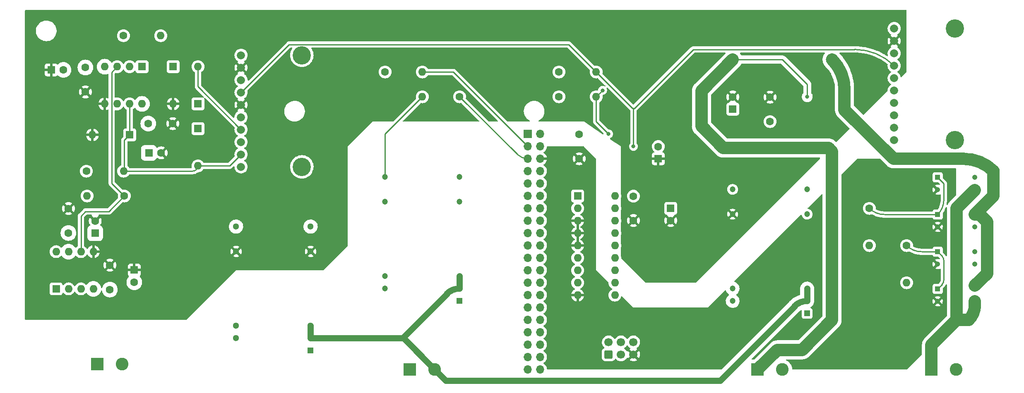
<source format=gbr>
%TF.GenerationSoftware,KiCad,Pcbnew,(6.0.5)*%
%TF.CreationDate,2022-06-24T20:43:43+02:00*%
%TF.ProjectId,VMN,564d4e2e-6b69-4636-9164-5f7063625858,rev?*%
%TF.SameCoordinates,Original*%
%TF.FileFunction,Copper,L2,Bot*%
%TF.FilePolarity,Positive*%
%FSLAX46Y46*%
G04 Gerber Fmt 4.6, Leading zero omitted, Abs format (unit mm)*
G04 Created by KiCad (PCBNEW (6.0.5)) date 2022-06-24 20:43:43*
%MOMM*%
%LPD*%
G01*
G04 APERTURE LIST*
G04 Aperture macros list*
%AMRoundRect*
0 Rectangle with rounded corners*
0 $1 Rounding radius*
0 $2 $3 $4 $5 $6 $7 $8 $9 X,Y pos of 4 corners*
0 Add a 4 corners polygon primitive as box body*
4,1,4,$2,$3,$4,$5,$6,$7,$8,$9,$2,$3,0*
0 Add four circle primitives for the rounded corners*
1,1,$1+$1,$2,$3*
1,1,$1+$1,$4,$5*
1,1,$1+$1,$6,$7*
1,1,$1+$1,$8,$9*
0 Add four rect primitives between the rounded corners*
20,1,$1+$1,$2,$3,$4,$5,0*
20,1,$1+$1,$4,$5,$6,$7,0*
20,1,$1+$1,$6,$7,$8,$9,0*
20,1,$1+$1,$8,$9,$2,$3,0*%
G04 Aperture macros list end*
%TA.AperFunction,ComponentPad*%
%ADD10R,1.600000X1.600000*%
%TD*%
%TA.AperFunction,ComponentPad*%
%ADD11C,1.600000*%
%TD*%
%TA.AperFunction,ComponentPad*%
%ADD12O,1.600000X1.600000*%
%TD*%
%TA.AperFunction,ComponentPad*%
%ADD13RoundRect,0.250000X0.600000X-0.600000X0.600000X0.600000X-0.600000X0.600000X-0.600000X-0.600000X0*%
%TD*%
%TA.AperFunction,ComponentPad*%
%ADD14C,1.700000*%
%TD*%
%TA.AperFunction,ComponentPad*%
%ADD15C,1.665000*%
%TD*%
%TA.AperFunction,ComponentPad*%
%ADD16C,3.750000*%
%TD*%
%TA.AperFunction,ComponentPad*%
%ADD17R,2.600000X2.600000*%
%TD*%
%TA.AperFunction,ComponentPad*%
%ADD18C,2.600000*%
%TD*%
%TA.AperFunction,ComponentPad*%
%ADD19R,1.200000X1.200000*%
%TD*%
%TA.AperFunction,ComponentPad*%
%ADD20C,1.200000*%
%TD*%
%TA.AperFunction,ComponentPad*%
%ADD21R,1.070000X1.070000*%
%TD*%
%TA.AperFunction,ComponentPad*%
%ADD22C,1.070000*%
%TD*%
%TA.AperFunction,ComponentPad*%
%ADD23C,2.400000*%
%TD*%
%TA.AperFunction,ComponentPad*%
%ADD24O,2.400000X2.400000*%
%TD*%
%TA.AperFunction,ComponentPad*%
%ADD25R,1.300000X1.300000*%
%TD*%
%TA.AperFunction,ComponentPad*%
%ADD26C,1.300000*%
%TD*%
%TA.AperFunction,ComponentPad*%
%ADD27R,1.700000X1.700000*%
%TD*%
%TA.AperFunction,ComponentPad*%
%ADD28O,1.700000X1.700000*%
%TD*%
%TA.AperFunction,ViaPad*%
%ADD29C,0.800000*%
%TD*%
%TA.AperFunction,Conductor*%
%ADD30C,1.250000*%
%TD*%
%TA.AperFunction,Conductor*%
%ADD31C,0.250000*%
%TD*%
%TA.AperFunction,Conductor*%
%ADD32C,2.500000*%
%TD*%
G04 APERTURE END LIST*
D10*
%TO.P,C10,1*%
%TO.N,GNDA*%
X46000000Y-58000000D03*
D11*
%TO.P,C10,2*%
%TO.N,-12V*%
X48500000Y-58000000D03*
%TD*%
%TO.P,R9,1*%
%TO.N,5VD*%
X114300000Y-58420000D03*
D12*
%TO.P,R9,2*%
%TO.N,SDA1*%
X121920000Y-58420000D03*
%TD*%
D13*
%TO.P,J6,1,Pin_1*%
%TO.N,SCL1*%
X160015000Y-116322500D03*
D14*
%TO.P,J6,2,Pin_2*%
%TO.N,unconnected-(J6-Pad2)*%
X160015000Y-113782500D03*
%TO.P,J6,3,Pin_3*%
%TO.N,SDA1*%
X162555000Y-116322500D03*
%TO.P,J6,4,Pin_4*%
%TO.N,unconnected-(J6-Pad4)*%
X162555000Y-113782500D03*
%TO.P,J6,5,Pin_5*%
%TO.N,GNDD*%
X165095000Y-116322500D03*
%TO.P,J6,6,Pin_6*%
%TO.N,5VD*%
X165095000Y-113782500D03*
%TD*%
D11*
%TO.P,R3,1*%
%TO.N,Net-(R3-Pad1)*%
X60960000Y-83820000D03*
D12*
%TO.P,R3,2*%
%TO.N,Net-(R3-Pad2)*%
X53340000Y-83820000D03*
%TD*%
D11*
%TO.P,R8,1*%
%TO.N,5V*%
X149860000Y-58420000D03*
D12*
%TO.P,R8,2*%
%TO.N,SDA2*%
X157480000Y-58420000D03*
%TD*%
D15*
%TO.P,U6,1,A3*%
%TO.N,unconnected-(U6-Pad1)*%
X84836000Y-77851000D03*
%TO.P,U6,2,A2*%
%TO.N,Net-(D1-Pad2)*%
X84836000Y-75311000D03*
%TO.P,U6,3,A1*%
%TO.N,unconnected-(U6-Pad3)*%
X84836000Y-72771000D03*
%TO.P,U6,4,A0*%
%TO.N,Net-(D3-Pad2)*%
X84836000Y-70231000D03*
%TO.P,U6,5,ALRT*%
%TO.N,unconnected-(U6-Pad5)*%
X84836000Y-67691000D03*
%TO.P,U6,6,ADDR*%
%TO.N,GNDA*%
X84836000Y-65151000D03*
%TO.P,U6,7,SDA*%
%TO.N,SDA2*%
X84836000Y-62611000D03*
%TO.P,U6,8,SCL*%
%TO.N,SCL2*%
X84836000Y-60071000D03*
%TO.P,U6,9,GND*%
%TO.N,GNDA*%
X84836000Y-57531000D03*
%TO.P,U6,10,VDD*%
%TO.N,5V*%
X84836000Y-54991000D03*
D16*
%TO.P,U6,MH1,MH1*%
%TO.N,unconnected-(U6-PadMH1)*%
X97282000Y-54991000D03*
%TO.P,U6,MH2,MH2*%
%TO.N,unconnected-(U6-PadMH2)*%
X97282000Y-77851000D03*
%TD*%
D10*
%TO.P,C9,1*%
%TO.N,12V*%
X66000000Y-75000000D03*
D11*
%TO.P,C9,2*%
%TO.N,GNDA*%
X68500000Y-75000000D03*
%TD*%
D10*
%TO.P,D4,1,K*%
%TO.N,Net-(D3-Pad2)*%
X70940000Y-57330000D03*
D12*
%TO.P,D4,2,A*%
%TO.N,GNDA*%
X70940000Y-64950000D03*
%TD*%
D10*
%TO.P,U3,1*%
%TO.N,Net-(D3-Pad2)*%
X64580000Y-57340000D03*
D12*
%TO.P,U3,2,-*%
%TO.N,Net-(R4-Pad1)*%
X62040000Y-57340000D03*
%TO.P,U3,3,+*%
%TO.N,Net-(R3-Pad1)*%
X59500000Y-57340000D03*
%TO.P,U3,4,V-*%
%TO.N,-12V*%
X56960000Y-57340000D03*
%TO.P,U3,5,+*%
%TO.N,GNDA*%
X56960000Y-64960000D03*
%TO.P,U3,6,-*%
%TO.N,Net-(R3-Pad2)*%
X59500000Y-64960000D03*
%TO.P,U3,7*%
%TO.N,Net-(D1-Pad2)*%
X62040000Y-64960000D03*
%TO.P,U3,8,V+*%
%TO.N,12V*%
X64580000Y-64960000D03*
%TD*%
D10*
%TO.P,U2,1,SCL*%
%TO.N,SCL1*%
X153680000Y-83830000D03*
D12*
%TO.P,U2,2,SDA*%
%TO.N,SDA1*%
X153680000Y-86370000D03*
%TO.P,U2,3,A2*%
%TO.N,GNDD*%
X153680000Y-88910000D03*
%TO.P,U2,4,A1*%
X153680000Y-91450000D03*
%TO.P,U2,5,A0*%
X153680000Y-93990000D03*
%TO.P,U2,6,~{RESET}*%
%TO.N,5VD*%
X153680000Y-96530000D03*
%TO.P,U2,7,NC*%
%TO.N,unconnected-(U2-Pad7)*%
X153680000Y-99070000D03*
%TO.P,U2,8,INT*%
%TO.N,unconnected-(U2-Pad8)*%
X153680000Y-101610000D03*
%TO.P,U2,9,VSS*%
%TO.N,GNDD*%
X153680000Y-104150000D03*
%TO.P,U2,10,GP0*%
%TO.N,Net-(R1-Pad2)*%
X161300000Y-104150000D03*
%TO.P,U2,11,GP1*%
%TO.N,Net-(R2-Pad2)*%
X161300000Y-101610000D03*
%TO.P,U2,12,GP2*%
%TO.N,unconnected-(U2-Pad12)*%
X161300000Y-99070000D03*
%TO.P,U2,13,GP3*%
%TO.N,unconnected-(U2-Pad13)*%
X161300000Y-96530000D03*
%TO.P,U2,14,GP4*%
%TO.N,unconnected-(U2-Pad14)*%
X161300000Y-93990000D03*
%TO.P,U2,15,GP5*%
%TO.N,unconnected-(U2-Pad15)*%
X161300000Y-91450000D03*
%TO.P,U2,16,GP6*%
%TO.N,unconnected-(U2-Pad16)*%
X161300000Y-88910000D03*
%TO.P,U2,17,GP7*%
%TO.N,unconnected-(U2-Pad17)*%
X161300000Y-86370000D03*
%TO.P,U2,18,VDD*%
%TO.N,5VD*%
X161300000Y-83830000D03*
%TD*%
D17*
%TO.P,J2,1,Pin_1*%
%TO.N,Net-(J2-Pad1)*%
X55455000Y-118305000D03*
D18*
%TO.P,J2,2,Pin_2*%
%TO.N,Net-(J2-Pad2)*%
X60535000Y-118305000D03*
%TD*%
D11*
%TO.P,C5,1*%
%TO.N,12V*%
X49530000Y-91400000D03*
%TO.P,C5,2*%
%TO.N,GNDA*%
X49530000Y-86400000D03*
%TD*%
D19*
%TO.P,Alim_5V_ina282_iso1,1,REMOTE_ON/OFF*%
%TO.N,unconnected-(Alim_5V_ina282_iso1-Pad1)*%
X200630000Y-107880000D03*
D20*
%TO.P,Alim_5V_ina282_iso1,2,-VIN_(GND)_1*%
%TO.N,GNDPWR*%
X200630000Y-105340000D03*
%TO.P,Alim_5V_ina282_iso1,3,-VIN_(GND)_2*%
X200630000Y-102800000D03*
%TO.P,Alim_5V_ina282_iso1,9,NC*%
%TO.N,unconnected-(Alim_5V_ina282_iso1-Pad9)*%
X200630000Y-87560000D03*
%TO.P,Alim_5V_ina282_iso1,11,NC.*%
%TO.N,unconnected-(Alim_5V_ina282_iso1-Pad11)*%
X200630000Y-82480000D03*
%TO.P,Alim_5V_ina282_iso1,14,+VOUT*%
%TO.N,5V*%
X185390000Y-82480000D03*
%TO.P,Alim_5V_ina282_iso1,16,-VOUT*%
%TO.N,GNDA*%
X185390000Y-87560000D03*
%TO.P,Alim_5V_ina282_iso1,22,+VIN_(VCC)_1*%
%TO.N,+12.5V*%
X185390000Y-102800000D03*
%TO.P,Alim_5V_ina282_iso1,23,+VIN_(VCC)_2*%
X185390000Y-105340000D03*
%TD*%
D11*
%TO.P,C4,1*%
%TO.N,-12V*%
X58000000Y-103000000D03*
%TO.P,C4,2*%
%TO.N,GNDA*%
X58000000Y-98000000D03*
%TD*%
%TO.P,C1,1*%
%TO.N,5VD*%
X165100000Y-83860000D03*
%TO.P,C1,2*%
%TO.N,GNDA*%
X165100000Y-88860000D03*
%TD*%
%TO.P,R10,1*%
%TO.N,SCL1*%
X129540000Y-63500000D03*
D12*
%TO.P,R10,2*%
%TO.N,5VD*%
X121920000Y-63500000D03*
%TD*%
D10*
%TO.P,C13,1*%
%TO.N,GNDA*%
X170180000Y-76200000D03*
D11*
%TO.P,C13,2*%
%TO.N,5V*%
X170180000Y-73700000D03*
%TD*%
D17*
%TO.P,J1,1,Pin_1*%
%TO.N,B*%
X226060000Y-119380000D03*
D18*
%TO.P,J1,2,Pin_2*%
%TO.N,A*%
X231140000Y-119380000D03*
%TD*%
D17*
%TO.P,J3,1,Pin_1*%
%TO.N,Net-(J3-Pad1)*%
X190500000Y-119380000D03*
D18*
%TO.P,J3,2,Pin_2*%
%TO.N,Net-(J3-Pad2)*%
X195580000Y-119380000D03*
%TD*%
D11*
%TO.P,R7,1*%
%TO.N,5V*%
X149860000Y-63500000D03*
D12*
%TO.P,R7,2*%
%TO.N,SCL2*%
X157480000Y-63500000D03*
%TD*%
D10*
%TO.P,U1,1,Rg*%
%TO.N,unconnected-(U1-Pad1)*%
X47000000Y-102860000D03*
D12*
%TO.P,U1,2,-*%
%TO.N,Net-(J2-Pad1)*%
X49540000Y-102860000D03*
%TO.P,U1,3,+*%
%TO.N,Net-(J2-Pad2)*%
X52080000Y-102860000D03*
%TO.P,U1,4,V-*%
%TO.N,-12V*%
X54620000Y-102860000D03*
%TO.P,U1,5,Ref*%
%TO.N,GNDA*%
X54620000Y-95240000D03*
%TO.P,U1,6*%
%TO.N,Net-(R3-Pad1)*%
X52080000Y-95240000D03*
%TO.P,U1,7,V+*%
%TO.N,12V*%
X49540000Y-95240000D03*
%TO.P,U1,8,Rg*%
%TO.N,unconnected-(U1-Pad8)*%
X47000000Y-95240000D03*
%TD*%
D15*
%TO.P,U5,1,A3*%
%TO.N,unconnected-(U5-Pad1)*%
X218440000Y-72390000D03*
%TO.P,U5,2,A2*%
%TO.N,unconnected-(U5-Pad2)*%
X218440000Y-69850000D03*
%TO.P,U5,3,A1*%
%TO.N,unconnected-(U5-Pad3)*%
X218440000Y-67310000D03*
%TO.P,U5,4,A0*%
%TO.N,Net-(U4-Pad5)*%
X218440000Y-64770000D03*
%TO.P,U5,5,ALRT*%
%TO.N,unconnected-(U5-Pad5)*%
X218440000Y-62230000D03*
%TO.P,U5,6,ADDR*%
%TO.N,5V*%
X218440000Y-59690000D03*
%TO.P,U5,7,SDA*%
%TO.N,SDA2*%
X218440000Y-57150000D03*
%TO.P,U5,8,SCL*%
%TO.N,SCL2*%
X218440000Y-54610000D03*
%TO.P,U5,9,GND*%
%TO.N,GNDA*%
X218440000Y-52070000D03*
%TO.P,U5,10,VDD*%
%TO.N,5V*%
X218440000Y-49530000D03*
D16*
%TO.P,U5,MH1,MH1*%
%TO.N,unconnected-(U5-PadMH1)*%
X230886000Y-49530000D03*
%TO.P,U5,MH2,MH2*%
%TO.N,unconnected-(U5-PadMH2)*%
X230886000Y-72390000D03*
%TD*%
D21*
%TO.P,K1,1,1*%
%TO.N,Net-(K1-Pad1)*%
X227330000Y-102870000D03*
D22*
%TO.P,K1,2,2*%
%TO.N,GNDD*%
X227330000Y-105410000D03*
%TO.P,K1,3,3*%
%TO.N,B*%
X234950000Y-105410000D03*
%TO.P,K1,4,4*%
%TO.N,Net-(K1-Pad4)*%
X234950000Y-102870000D03*
%TD*%
D10*
%TO.P,D1,1,K*%
%TO.N,5V*%
X76020000Y-70030000D03*
D12*
%TO.P,D1,2,A*%
%TO.N,Net-(D1-Pad2)*%
X76020000Y-77650000D03*
%TD*%
D10*
%TO.P,D3,1,K*%
%TO.N,5V*%
X76020000Y-64950000D03*
D12*
%TO.P,D3,2,A*%
%TO.N,Net-(D3-Pad2)*%
X76020000Y-57330000D03*
%TD*%
D21*
%TO.P,K2,1,1*%
%TO.N,Net-(K1-Pad1)*%
X227330000Y-95250000D03*
D22*
%TO.P,K2,2,2*%
%TO.N,GNDD*%
X227330000Y-97790000D03*
%TO.P,K2,3,3*%
%TO.N,A*%
X234950000Y-97790000D03*
%TO.P,K2,4,4*%
%TO.N,Net-(J3-Pad2)*%
X234950000Y-95250000D03*
%TD*%
D21*
%TO.P,K4,1,1*%
%TO.N,Net-(K3-Pad1)*%
X227330000Y-80010000D03*
D22*
%TO.P,K4,2,2*%
%TO.N,GNDD*%
X227330000Y-82550000D03*
%TO.P,K4,3,3*%
%TO.N,B*%
X234950000Y-82550000D03*
%TO.P,K4,4,4*%
%TO.N,Net-(J3-Pad2)*%
X234950000Y-80010000D03*
%TD*%
D11*
%TO.P,R2,1*%
%TO.N,Net-(K3-Pad1)*%
X213360000Y-86360000D03*
D12*
%TO.P,R2,2*%
%TO.N,Net-(R2-Pad2)*%
X213360000Y-93980000D03*
%TD*%
D11*
%TO.P,C7,1*%
%TO.N,12V*%
X65860000Y-69000000D03*
%TO.P,C7,2*%
%TO.N,GNDA*%
X70860000Y-69000000D03*
%TD*%
%TO.P,R1,1*%
%TO.N,Net-(K1-Pad1)*%
X220980000Y-93980000D03*
D12*
%TO.P,R1,2*%
%TO.N,Net-(R1-Pad2)*%
X220980000Y-101600000D03*
%TD*%
D11*
%TO.P,C8,1*%
%TO.N,-12V*%
X53000000Y-57500000D03*
%TO.P,C8,2*%
%TO.N,GNDA*%
X53000000Y-62500000D03*
%TD*%
D19*
%TO.P,Alim_5V_Digital_rasp_iso1540_mcp1,1,REMOTE_ON/OFF*%
%TO.N,unconnected-(Alim_5V_Digital_rasp_iso1540_mcp1-Pad1)*%
X129510000Y-105340000D03*
D20*
%TO.P,Alim_5V_Digital_rasp_iso1540_mcp1,2,-VIN_(GND)_1*%
%TO.N,GNDPWR*%
X129510000Y-102800000D03*
%TO.P,Alim_5V_Digital_rasp_iso1540_mcp1,3,-VIN_(GND)_2*%
X129510000Y-100260000D03*
%TO.P,Alim_5V_Digital_rasp_iso1540_mcp1,9,NC*%
%TO.N,unconnected-(Alim_5V_Digital_rasp_iso1540_mcp1-Pad9)*%
X129510000Y-85020000D03*
%TO.P,Alim_5V_Digital_rasp_iso1540_mcp1,11,NC.*%
%TO.N,unconnected-(Alim_5V_Digital_rasp_iso1540_mcp1-Pad11)*%
X129510000Y-79940000D03*
%TO.P,Alim_5V_Digital_rasp_iso1540_mcp1,14,+VOUT*%
%TO.N,5VD*%
X114270000Y-79940000D03*
%TO.P,Alim_5V_Digital_rasp_iso1540_mcp1,16,-VOUT*%
%TO.N,GNDD*%
X114270000Y-85020000D03*
%TO.P,Alim_5V_Digital_rasp_iso1540_mcp1,22,+VIN_(VCC)_1*%
%TO.N,+12.5V*%
X114270000Y-100260000D03*
%TO.P,Alim_5V_Digital_rasp_iso1540_mcp1,23,+VIN_(VCC)_2*%
X114270000Y-102800000D03*
%TD*%
D23*
%TO.P,R6,1*%
%TO.N,Net-(K1-Pad4)*%
X205740000Y-55880000D03*
D24*
%TO.P,R6,2*%
%TO.N,Net-(J3-Pad1)*%
X185420000Y-55880000D03*
%TD*%
D10*
%TO.P,C3,1*%
%TO.N,12V*%
X55000000Y-91440000D03*
D11*
%TO.P,C3,2*%
%TO.N,GNDA*%
X55000000Y-88940000D03*
%TD*%
%TO.P,R4,1*%
%TO.N,Net-(R4-Pad1)*%
X60780000Y-50980000D03*
D12*
%TO.P,R4,2*%
%TO.N,Net-(D3-Pad2)*%
X68400000Y-50980000D03*
%TD*%
D11*
%TO.P,C12,1*%
%TO.N,5V*%
X193040000Y-68580000D03*
%TO.P,C12,2*%
%TO.N,GNDA*%
X193040000Y-63580000D03*
%TD*%
%TO.P,C14,1*%
%TO.N,GNDD*%
X154000000Y-76200000D03*
%TO.P,C14,2*%
%TO.N,5VD*%
X154000000Y-71200000D03*
%TD*%
%TO.P,R5,1*%
%TO.N,Net-(R3-Pad2)*%
X53190000Y-78740000D03*
D12*
%TO.P,R5,2*%
%TO.N,Net-(D1-Pad2)*%
X60810000Y-78740000D03*
%TD*%
D10*
%TO.P,D2,1,K*%
%TO.N,Net-(D1-Pad2)*%
X62050000Y-71300000D03*
D12*
%TO.P,D2,2,A*%
%TO.N,GNDA*%
X54430000Y-71300000D03*
%TD*%
D25*
%TO.P,Alim_analog_Vmn1,1,ON/OFF*%
%TO.N,unconnected-(Alim_analog_Vmn1-Pad1)*%
X99060000Y-115500000D03*
D26*
%TO.P,Alim_analog_Vmn1,2,-VIN(GND)*%
%TO.N,GNDPWR*%
X99060000Y-112960000D03*
%TO.P,Alim_analog_Vmn1,3,-VIN(GND)*%
X99060000Y-110420000D03*
%TO.P,Alim_analog_Vmn1,9,COMMON*%
%TO.N,GNDA*%
X99060000Y-95180000D03*
%TO.P,Alim_analog_Vmn1,11,-VOUT*%
%TO.N,-12V*%
X99060000Y-90100000D03*
%TO.P,Alim_analog_Vmn1,14,+VOUT*%
%TO.N,12V*%
X83820000Y-90100000D03*
%TO.P,Alim_analog_Vmn1,16,COMMON*%
%TO.N,GNDA*%
X83820000Y-95180000D03*
%TO.P,Alim_analog_Vmn1,22,+VIN(VCC)*%
%TO.N,+12.5V*%
X83820000Y-110420000D03*
%TO.P,Alim_analog_Vmn1,23,+VIN(VCC)*%
X83820000Y-112960000D03*
%TD*%
D17*
%TO.P,J5,1,Pin_1*%
%TO.N,+12.5V*%
X119380000Y-119380000D03*
D18*
%TO.P,J5,2,Pin_2*%
%TO.N,GNDPWR*%
X124460000Y-119380000D03*
%TD*%
D10*
%TO.P,C6,1*%
%TO.N,GNDA*%
X63000000Y-99000000D03*
D11*
%TO.P,C6,2*%
%TO.N,-12V*%
X63000000Y-101500000D03*
%TD*%
D10*
%TO.P,C2,1*%
%TO.N,5VD*%
X172720000Y-86360000D03*
D11*
%TO.P,C2,2*%
%TO.N,GNDA*%
X172720000Y-88860000D03*
%TD*%
D21*
%TO.P,K3,1,1*%
%TO.N,Net-(K3-Pad1)*%
X227330000Y-87630000D03*
D22*
%TO.P,K3,2,2*%
%TO.N,GNDD*%
X227330000Y-90170000D03*
%TO.P,K3,3,3*%
%TO.N,A*%
X234950000Y-90170000D03*
%TO.P,K3,4,4*%
%TO.N,Net-(K1-Pad4)*%
X234950000Y-87630000D03*
%TD*%
D10*
%TO.P,C11,1*%
%TO.N,5V*%
X185420000Y-66040000D03*
D11*
%TO.P,C11,2*%
%TO.N,GNDA*%
X185420000Y-63540000D03*
%TD*%
D27*
%TO.P,J4,1,3V3*%
%TO.N,unconnected-(J4-Pad1)*%
X143510000Y-71120000D03*
D28*
%TO.P,J4,2,5V*%
%TO.N,5VD*%
X146050000Y-71120000D03*
%TO.P,J4,3,SDA/GPIO2*%
%TO.N,SDA1*%
X143510000Y-73660000D03*
%TO.P,J4,4,5V*%
%TO.N,unconnected-(J4-Pad4)*%
X146050000Y-73660000D03*
%TO.P,J4,5,SCL/GPIO3*%
%TO.N,SCL1*%
X143510000Y-76200000D03*
%TO.P,J4,6,GND*%
%TO.N,GNDD*%
X146050000Y-76200000D03*
%TO.P,J4,7,GCLK0/GPIO4*%
%TO.N,unconnected-(J4-Pad7)*%
X143510000Y-78740000D03*
%TO.P,J4,8,GPIO14/TXD*%
%TO.N,unconnected-(J4-Pad8)*%
X146050000Y-78740000D03*
%TO.P,J4,9,GND*%
%TO.N,unconnected-(J4-Pad9)*%
X143510000Y-81280000D03*
%TO.P,J4,10,GPIO15/RXD*%
%TO.N,unconnected-(J4-Pad10)*%
X146050000Y-81280000D03*
%TO.P,J4,11,GPIO17*%
%TO.N,unconnected-(J4-Pad11)*%
X143510000Y-83820000D03*
%TO.P,J4,12,GPIO18/PWM0*%
%TO.N,unconnected-(J4-Pad12)*%
X146050000Y-83820000D03*
%TO.P,J4,13,GPIO27*%
%TO.N,unconnected-(J4-Pad13)*%
X143510000Y-86360000D03*
%TO.P,J4,14,GND*%
%TO.N,unconnected-(J4-Pad14)*%
X146050000Y-86360000D03*
%TO.P,J4,15,GPIO22*%
%TO.N,unconnected-(J4-Pad15)*%
X143510000Y-88900000D03*
%TO.P,J4,16,GPIO23*%
%TO.N,unconnected-(J4-Pad16)*%
X146050000Y-88900000D03*
%TO.P,J4,17,3V3*%
%TO.N,unconnected-(J4-Pad17)*%
X143510000Y-91440000D03*
%TO.P,J4,18,GPIO24*%
%TO.N,unconnected-(J4-Pad18)*%
X146050000Y-91440000D03*
%TO.P,J4,19,MOSI0/GPIO10*%
%TO.N,unconnected-(J4-Pad19)*%
X143510000Y-93980000D03*
%TO.P,J4,20,GND*%
%TO.N,unconnected-(J4-Pad20)*%
X146050000Y-93980000D03*
%TO.P,J4,21,MISO0/GPIO9*%
%TO.N,unconnected-(J4-Pad21)*%
X143510000Y-96520000D03*
%TO.P,J4,22,GPIO25*%
%TO.N,unconnected-(J4-Pad22)*%
X146050000Y-96520000D03*
%TO.P,J4,23,SCLK0/GPIO11*%
%TO.N,unconnected-(J4-Pad23)*%
X143510000Y-99060000D03*
%TO.P,J4,24,~{CE0}/GPIO8*%
%TO.N,unconnected-(J4-Pad24)*%
X146050000Y-99060000D03*
%TO.P,J4,25,GND*%
%TO.N,unconnected-(J4-Pad25)*%
X143510000Y-101600000D03*
%TO.P,J4,26,~{CE1}/GPIO7*%
%TO.N,unconnected-(J4-Pad26)*%
X146050000Y-101600000D03*
%TO.P,J4,27,ID_SD/GPIO0*%
%TO.N,unconnected-(J4-Pad27)*%
X143510000Y-104140000D03*
%TO.P,J4,28,ID_SC/GPIO1*%
%TO.N,unconnected-(J4-Pad28)*%
X146050000Y-104140000D03*
%TO.P,J4,29,GCLK1/GPIO5*%
%TO.N,unconnected-(J4-Pad29)*%
X143510000Y-106680000D03*
%TO.P,J4,30,GND*%
%TO.N,unconnected-(J4-Pad30)*%
X146050000Y-106680000D03*
%TO.P,J4,31,GCLK2/GPIO6*%
%TO.N,unconnected-(J4-Pad31)*%
X143510000Y-109220000D03*
%TO.P,J4,32,PWM0/GPIO12*%
%TO.N,unconnected-(J4-Pad32)*%
X146050000Y-109220000D03*
%TO.P,J4,33,PWM1/GPIO13*%
%TO.N,unconnected-(J4-Pad33)*%
X143510000Y-111760000D03*
%TO.P,J4,34,GND*%
%TO.N,unconnected-(J4-Pad34)*%
X146050000Y-111760000D03*
%TO.P,J4,35,GPIO19/MISO1*%
%TO.N,unconnected-(J4-Pad35)*%
X143510000Y-114300000D03*
%TO.P,J4,36,GPIO16*%
%TO.N,unconnected-(J4-Pad36)*%
X146050000Y-114300000D03*
%TO.P,J4,37,GPIO26*%
%TO.N,unconnected-(J4-Pad37)*%
X143510000Y-116840000D03*
%TO.P,J4,38,GPIO20/MOSI1*%
%TO.N,unconnected-(J4-Pad38)*%
X146050000Y-116840000D03*
%TO.P,J4,39,GND*%
%TO.N,unconnected-(J4-Pad39)*%
X143510000Y-119380000D03*
%TO.P,J4,40,GPIO21/SCLK1*%
%TO.N,unconnected-(J4-Pad40)*%
X146050000Y-119380000D03*
%TD*%
D29*
%TO.N,GNDD*%
X193040000Y-106680000D03*
X213360000Y-111760000D03*
X154940000Y-81280000D03*
%TO.N,GNDA*%
X71120000Y-106680000D03*
X154305000Y-66675000D03*
X144780000Y-50800000D03*
X136525000Y-61595000D03*
X50800000Y-106680000D03*
X48260000Y-50800000D03*
X210820000Y-63500000D03*
X43180000Y-106680000D03*
X91440000Y-50980000D03*
X170180000Y-63500000D03*
X205740000Y-48260000D03*
%TO.N,Net-(J3-Pad1)*%
X200660000Y-63500000D03*
%TO.N,Net-(K1-Pad4)*%
X208280000Y-63639989D03*
%TO.N,SCL2*%
X160020000Y-71120000D03*
X158787449Y-62192551D03*
%TO.N,SDA2*%
X165100000Y-73660000D03*
%TD*%
D30*
%TO.N,GNDPWR*%
X99060000Y-112960000D02*
X99060000Y-110420000D01*
X126734511Y-121654511D02*
X182806467Y-121654511D01*
X124460000Y-119380000D02*
X126734511Y-121654511D01*
X99060000Y-112960000D02*
X118040000Y-112960000D01*
X182806467Y-121654511D02*
X198053938Y-106407040D01*
X118040000Y-112960000D02*
X124460000Y-119380000D01*
X200630000Y-105340000D02*
X200630000Y-102800000D01*
X118040000Y-112760978D02*
X126933938Y-103867040D01*
X118040000Y-112960000D02*
X118040000Y-112760978D01*
X129510000Y-102800000D02*
X129510000Y-100260000D01*
X200630000Y-105340000D02*
G75*
G03*
X198053938Y-106407040I0J-3643100D01*
G01*
X129510000Y-102800000D02*
G75*
G03*
X126933938Y-103867040I0J-3643100D01*
G01*
D31*
%TO.N,5VD*%
X114300000Y-71120000D02*
X114300000Y-79867574D01*
X121920000Y-63500000D02*
X114300000Y-71120000D01*
X114270028Y-79940028D02*
G75*
G03*
X114300000Y-79867574I-72528J72428D01*
G01*
%TO.N,Net-(D1-Pad2)*%
X76020000Y-77650000D02*
X82497000Y-77650000D01*
X60960000Y-78740000D02*
X60960000Y-72390000D01*
X82497000Y-77650000D02*
X84836000Y-75311000D01*
X62050000Y-71300000D02*
X62050000Y-64970000D01*
X60960000Y-72390000D02*
X62050000Y-71300000D01*
X60810000Y-78740000D02*
X74930000Y-78740000D01*
X62050000Y-64970000D02*
X62040000Y-64960000D01*
X76020000Y-77650000D02*
G75*
G02*
X74930000Y-78740000I-1090000J0D01*
G01*
%TO.N,Net-(D3-Pad2)*%
X76020000Y-61415000D02*
X84836000Y-70231000D01*
X76020000Y-57330000D02*
X76020000Y-61415000D01*
D32*
%TO.N,B*%
X226060000Y-119380000D02*
X226060000Y-114344511D01*
X231162256Y-109242256D02*
X231162256Y-86382255D01*
X231162256Y-86382255D02*
X234950000Y-82594511D01*
X234950000Y-106153949D02*
X234950000Y-105410000D01*
X226060000Y-114344511D02*
X231162256Y-109242256D01*
X231162256Y-109242256D02*
X233626270Y-109242256D01*
X234949978Y-106153949D02*
G75*
G02*
X233679999Y-109219999I-4335978J-51D01*
G01*
X233680009Y-109220009D02*
G75*
G02*
X233626270Y-109242256I-53709J53709D01*
G01*
%TO.N,Net-(J3-Pad1)*%
X179000000Y-69535554D02*
X183464446Y-74000000D01*
X205740000Y-109220000D02*
X199607897Y-115352103D01*
X179000000Y-62300000D02*
X179000000Y-69535554D01*
X205740000Y-74740000D02*
X205740000Y-109220000D01*
D31*
X200660000Y-60960000D02*
X200660000Y-63500000D01*
X185420000Y-55880000D02*
X195580000Y-55880000D01*
D32*
X185420000Y-55880000D02*
X179000000Y-62300000D01*
X183464446Y-74000000D02*
X205000000Y-74000000D01*
D31*
X195580000Y-55880000D02*
X200660000Y-60960000D01*
D32*
X205000000Y-74000000D02*
X205740000Y-74740000D01*
X194527897Y-115352103D02*
X190500000Y-119380000D01*
X199607897Y-115352103D02*
X194527897Y-115352103D01*
D31*
%TO.N,SDA1*%
X121920000Y-58420000D02*
X128270000Y-58420000D01*
X128270000Y-58420000D02*
X143510000Y-73660000D01*
%TO.N,SCL1*%
X141341975Y-75301974D02*
X129540000Y-63500000D01*
X141341985Y-75301964D02*
G75*
G03*
X143510000Y-76200000I2168015J2167964D01*
G01*
%TO.N,Net-(K1-Pad1)*%
X228600000Y-101019481D02*
X228600000Y-97100519D01*
X227330000Y-102870000D02*
X228189511Y-102010489D01*
X228189511Y-96109511D02*
X227330000Y-95250000D01*
X224046051Y-95250000D02*
X227330000Y-95250000D01*
X224046051Y-95249978D02*
G75*
G02*
X220980001Y-93979999I-51J4335978D01*
G01*
X228599985Y-101019481D02*
G75*
G02*
X228189511Y-102010489I-1401485J-19D01*
G01*
X228189521Y-96109501D02*
G75*
G02*
X228600000Y-97100519I-991021J-990999D01*
G01*
D32*
%TO.N,Net-(K1-Pad4)*%
X235923630Y-87630000D02*
X237434511Y-89140881D01*
X237434511Y-99725969D02*
X234950000Y-102210480D01*
X208280000Y-63639989D02*
X208280000Y-66164359D01*
X208280000Y-62012102D02*
X208280000Y-63639989D01*
X238760000Y-83820001D02*
X234950000Y-87630000D01*
X237434511Y-89140881D02*
X237434511Y-99725969D01*
X234950000Y-87630000D02*
X235923630Y-87630000D01*
X218330152Y-76214511D02*
X232662931Y-76214511D01*
X208280000Y-66164359D02*
X218330152Y-76214511D01*
X238760000Y-78740000D02*
X238760000Y-83820001D01*
X208279998Y-62012102D02*
G75*
G03*
X205739999Y-55880001I-8672098J2D01*
G01*
X238759991Y-78740009D02*
G75*
G03*
X232662931Y-76214511I-6097091J-6097091D01*
G01*
D31*
%TO.N,Net-(K3-Pad1)*%
X228600000Y-81280000D02*
X227330000Y-80010000D01*
X228600000Y-84563949D02*
X228600000Y-81280000D01*
X216426051Y-87630000D02*
X227330000Y-87630000D01*
X216426051Y-87629978D02*
G75*
G02*
X213360001Y-86359999I-51J4335978D01*
G01*
X228599978Y-84563949D02*
G75*
G02*
X227329999Y-87629999I-4335978J-51D01*
G01*
%TO.N,Net-(R3-Pad1)*%
X53000000Y-87000000D02*
X52080000Y-87920000D01*
X58375489Y-81235489D02*
X58375489Y-58464511D01*
X60960000Y-83820000D02*
X57780000Y-87000000D01*
X58375489Y-58464511D02*
X59500000Y-57340000D01*
X60960000Y-83820000D02*
X58375489Y-81235489D01*
X57780000Y-87000000D02*
X53000000Y-87000000D01*
X52080000Y-87920000D02*
X52080000Y-95240000D01*
%TO.N,SCL2*%
X157480000Y-63500000D02*
X158787449Y-62192551D01*
X160020000Y-71120000D02*
X157480000Y-68580000D01*
X157480000Y-68580000D02*
X157480000Y-63500000D01*
%TO.N,SDA2*%
X165100000Y-66040000D02*
X165100000Y-73660000D01*
X157480000Y-58420000D02*
X164909500Y-65849500D01*
X157480000Y-58420000D02*
X151851489Y-52791489D01*
X165290500Y-65849500D02*
X177334520Y-53805480D01*
X164909500Y-65849500D02*
X165290500Y-65849500D01*
X151851489Y-52791489D02*
X94655511Y-52791489D01*
X177334520Y-53805480D02*
X210365615Y-53805480D01*
X165100000Y-66040000D02*
X165290500Y-65849500D01*
X94655511Y-52791489D02*
X84836000Y-62611000D01*
X218439996Y-57150004D02*
G75*
G03*
X210365615Y-53805480I-8074396J-8074396D01*
G01*
%TD*%
%TA.AperFunction,Conductor*%
%TO.N,GNDA*%
G36*
X220922121Y-45740002D02*
G01*
X220968614Y-45793658D01*
X220980000Y-45846000D01*
X220980000Y-58367810D01*
X220959998Y-58435931D01*
X220943095Y-58456905D01*
X219957622Y-59442378D01*
X219895310Y-59476404D01*
X219824495Y-59471339D01*
X219767659Y-59428792D01*
X219746820Y-59385894D01*
X219706364Y-59234909D01*
X219706363Y-59234907D01*
X219704941Y-59229599D01*
X219676350Y-59168285D01*
X219608102Y-59021926D01*
X219608099Y-59021921D01*
X219605776Y-59016939D01*
X219555718Y-58945449D01*
X219474348Y-58829240D01*
X219474346Y-58829237D01*
X219471189Y-58824729D01*
X219305271Y-58658811D01*
X219300763Y-58655654D01*
X219300760Y-58655652D01*
X219113061Y-58524224D01*
X219114268Y-58522500D01*
X219071586Y-58477734D01*
X219058152Y-58408020D01*
X219084540Y-58342109D01*
X219113767Y-58316784D01*
X219113061Y-58315776D01*
X219300760Y-58184348D01*
X219300763Y-58184346D01*
X219305271Y-58181189D01*
X219471189Y-58015271D01*
X219476591Y-58007557D01*
X219602619Y-57827570D01*
X219602620Y-57827568D01*
X219605776Y-57823061D01*
X219608099Y-57818079D01*
X219608102Y-57818074D01*
X219702618Y-57615383D01*
X219702619Y-57615382D01*
X219704941Y-57610401D01*
X219713031Y-57580211D01*
X219764247Y-57389067D01*
X219764247Y-57389065D01*
X219765671Y-57383752D01*
X219786122Y-57150000D01*
X219765671Y-56916248D01*
X219762796Y-56905518D01*
X219706364Y-56694909D01*
X219706363Y-56694907D01*
X219704941Y-56689599D01*
X219701981Y-56683251D01*
X219608102Y-56481926D01*
X219608099Y-56481921D01*
X219605776Y-56476939D01*
X219585650Y-56448196D01*
X219474348Y-56289240D01*
X219474346Y-56289237D01*
X219471189Y-56284729D01*
X219305271Y-56118811D01*
X219300763Y-56115654D01*
X219300760Y-56115652D01*
X219113061Y-55984224D01*
X219114268Y-55982500D01*
X219071586Y-55937734D01*
X219058152Y-55868020D01*
X219084540Y-55802109D01*
X219113767Y-55776784D01*
X219113061Y-55775776D01*
X219300760Y-55644348D01*
X219300763Y-55644346D01*
X219305271Y-55641189D01*
X219471189Y-55475271D01*
X219504360Y-55427899D01*
X219602619Y-55287570D01*
X219602620Y-55287568D01*
X219605776Y-55283061D01*
X219608099Y-55278079D01*
X219608102Y-55278074D01*
X219702618Y-55075383D01*
X219702619Y-55075382D01*
X219704941Y-55070401D01*
X219709120Y-55054807D01*
X219764247Y-54849067D01*
X219764247Y-54849065D01*
X219765671Y-54843752D01*
X219786122Y-54610000D01*
X219765671Y-54376248D01*
X219704941Y-54149599D01*
X219691993Y-54121832D01*
X219608102Y-53941926D01*
X219608099Y-53941921D01*
X219605776Y-53936939D01*
X219529763Y-53828381D01*
X219474348Y-53749240D01*
X219474346Y-53749237D01*
X219471189Y-53744729D01*
X219305271Y-53578811D01*
X219300763Y-53575654D01*
X219300760Y-53575652D01*
X219113061Y-53444224D01*
X219114172Y-53442637D01*
X219071081Y-53397438D01*
X219057650Y-53327723D01*
X219084042Y-53261814D01*
X219113486Y-53236306D01*
X219112810Y-53235341D01*
X219176386Y-53190825D01*
X219184760Y-53180349D01*
X219177691Y-53166901D01*
X218452812Y-52442022D01*
X218438868Y-52434408D01*
X218437035Y-52434539D01*
X218430420Y-52438790D01*
X217701587Y-53167623D01*
X217695157Y-53179397D01*
X217704453Y-53191412D01*
X217767190Y-53235341D01*
X217766029Y-53237000D01*
X217808908Y-53281962D01*
X217822352Y-53351674D01*
X217795972Y-53417588D01*
X217766296Y-53443306D01*
X217766939Y-53444224D01*
X217579240Y-53575652D01*
X217579237Y-53575654D01*
X217574729Y-53578811D01*
X217408811Y-53744729D01*
X217405654Y-53749237D01*
X217405652Y-53749240D01*
X217350237Y-53828381D01*
X217274224Y-53936939D01*
X217271901Y-53941921D01*
X217271898Y-53941926D01*
X217188007Y-54121832D01*
X217175059Y-54149599D01*
X217114329Y-54376248D01*
X217093878Y-54610000D01*
X217114329Y-54843752D01*
X217115753Y-54849065D01*
X217115753Y-54849067D01*
X217155478Y-54997324D01*
X217153788Y-55068301D01*
X217113994Y-55127096D01*
X217048729Y-55155044D01*
X216978716Y-55143270D01*
X216962403Y-55133774D01*
X216933429Y-55113860D01*
X216933412Y-55113849D01*
X216932072Y-55112928D01*
X216907298Y-55097746D01*
X216726382Y-54986881D01*
X216393880Y-54783123D01*
X216297139Y-54730597D01*
X215840622Y-54482728D01*
X215840619Y-54482727D01*
X215839165Y-54481937D01*
X215269448Y-54210196D01*
X214977869Y-54089420D01*
X214687803Y-53969270D01*
X214687799Y-53969268D01*
X214686289Y-53968643D01*
X214091288Y-53757942D01*
X213991496Y-53728382D01*
X213487669Y-53579141D01*
X213487663Y-53579139D01*
X213486075Y-53578669D01*
X212999675Y-53461894D01*
X212873893Y-53431696D01*
X212873883Y-53431694D01*
X212872309Y-53431316D01*
X212354527Y-53335350D01*
X212253303Y-53316589D01*
X212253299Y-53316588D01*
X212251673Y-53316287D01*
X212250044Y-53316073D01*
X212250028Y-53316070D01*
X211627508Y-53234113D01*
X211627501Y-53234112D01*
X211625866Y-53233897D01*
X210996606Y-53184373D01*
X210542267Y-53172475D01*
X210391359Y-53168523D01*
X210385103Y-53168203D01*
X210383060Y-53168048D01*
X210378980Y-53167467D01*
X210372140Y-53167395D01*
X210369736Y-53167370D01*
X210369734Y-53167370D01*
X210365616Y-53167327D01*
X210361526Y-53167822D01*
X210361525Y-53167822D01*
X210358377Y-53168203D01*
X210334709Y-53171067D01*
X210319574Y-53171980D01*
X177413283Y-53171980D01*
X177402099Y-53171453D01*
X177394611Y-53169779D01*
X177386688Y-53170028D01*
X177326553Y-53171918D01*
X177322595Y-53171980D01*
X177294664Y-53171980D01*
X177290749Y-53172475D01*
X177290745Y-53172475D01*
X177290687Y-53172483D01*
X177290658Y-53172486D01*
X177278816Y-53173419D01*
X177234630Y-53174807D01*
X177218830Y-53179397D01*
X177215178Y-53180458D01*
X177195826Y-53184466D01*
X177183588Y-53186012D01*
X177183586Y-53186013D01*
X177175723Y-53187006D01*
X177134606Y-53203286D01*
X177123405Y-53207121D01*
X177080926Y-53219462D01*
X177074107Y-53223495D01*
X177074102Y-53223497D01*
X177063491Y-53229773D01*
X177045741Y-53238470D01*
X177026903Y-53245928D01*
X177020487Y-53250589D01*
X177020486Y-53250590D01*
X176991145Y-53271908D01*
X176981221Y-53278427D01*
X176949980Y-53296902D01*
X176949975Y-53296906D01*
X176943157Y-53300938D01*
X176928833Y-53315262D01*
X176913801Y-53328101D01*
X176897413Y-53340008D01*
X176869232Y-53374073D01*
X176861242Y-53382853D01*
X165189095Y-65055000D01*
X165126783Y-65089026D01*
X165055968Y-65083961D01*
X165010905Y-65055000D01*
X158789152Y-58833248D01*
X158755126Y-58770936D01*
X158756541Y-58711541D01*
X158772118Y-58653409D01*
X158772120Y-58653398D01*
X158773543Y-58648087D01*
X158793498Y-58420000D01*
X158773543Y-58191913D01*
X158770761Y-58181531D01*
X158715707Y-57976067D01*
X158715706Y-57976065D01*
X158714284Y-57970757D01*
X158700591Y-57941392D01*
X158619849Y-57768238D01*
X158619846Y-57768233D01*
X158617523Y-57763251D01*
X158542390Y-57655950D01*
X158489357Y-57580211D01*
X158489355Y-57580208D01*
X158486198Y-57575700D01*
X158324300Y-57413802D01*
X158319792Y-57410645D01*
X158319789Y-57410643D01*
X158211859Y-57335070D01*
X158136749Y-57282477D01*
X158131767Y-57280154D01*
X158131762Y-57280151D01*
X157934225Y-57188039D01*
X157934224Y-57188039D01*
X157929243Y-57185716D01*
X157923935Y-57184294D01*
X157923933Y-57184293D01*
X157713402Y-57127881D01*
X157713400Y-57127881D01*
X157708087Y-57126457D01*
X157480000Y-57106502D01*
X157251913Y-57126457D01*
X157246602Y-57127880D01*
X157246591Y-57127882D01*
X157188459Y-57143459D01*
X157117483Y-57141770D01*
X157066752Y-57110848D01*
X154718633Y-54762728D01*
X152355141Y-52399236D01*
X152347601Y-52390950D01*
X152343489Y-52384471D01*
X152293837Y-52337845D01*
X152290996Y-52335091D01*
X152271259Y-52315354D01*
X152268062Y-52312874D01*
X152259040Y-52305169D01*
X152246612Y-52293498D01*
X152226810Y-52274903D01*
X152219864Y-52271084D01*
X152219861Y-52271082D01*
X152209055Y-52265141D01*
X152192536Y-52254290D01*
X152192072Y-52253930D01*
X152176530Y-52241875D01*
X152169261Y-52238730D01*
X152169257Y-52238727D01*
X152135952Y-52224315D01*
X152125302Y-52219098D01*
X152086549Y-52197794D01*
X152066926Y-52192756D01*
X152048223Y-52186352D01*
X152036909Y-52181456D01*
X152036908Y-52181456D01*
X152029634Y-52178308D01*
X152021811Y-52177069D01*
X152021801Y-52177066D01*
X151985965Y-52171390D01*
X151974345Y-52168984D01*
X151939200Y-52159961D01*
X151939199Y-52159961D01*
X151931519Y-52157989D01*
X151911265Y-52157989D01*
X151891554Y-52156438D01*
X151879375Y-52154509D01*
X151871546Y-52153269D01*
X151842275Y-52156036D01*
X151827528Y-52157430D01*
X151815670Y-52157989D01*
X94734279Y-52157989D01*
X94723096Y-52157462D01*
X94715603Y-52155787D01*
X94707677Y-52156036D01*
X94707676Y-52156036D01*
X94647513Y-52157927D01*
X94643555Y-52157989D01*
X94615655Y-52157989D01*
X94611665Y-52158493D01*
X94599831Y-52159425D01*
X94555622Y-52160815D01*
X94548006Y-52163028D01*
X94548004Y-52163028D01*
X94536163Y-52166468D01*
X94516804Y-52170477D01*
X94515494Y-52170643D01*
X94496714Y-52173015D01*
X94489348Y-52175931D01*
X94489342Y-52175933D01*
X94455609Y-52189289D01*
X94444379Y-52193134D01*
X94428339Y-52197794D01*
X94401918Y-52205470D01*
X94395095Y-52209505D01*
X94384477Y-52215784D01*
X94366724Y-52224481D01*
X94359079Y-52227508D01*
X94347894Y-52231937D01*
X94334216Y-52241875D01*
X94312123Y-52257926D01*
X94302206Y-52264440D01*
X94264149Y-52286947D01*
X94249828Y-52301268D01*
X94234795Y-52314108D01*
X94218404Y-52326017D01*
X94209728Y-52336505D01*
X94190213Y-52360094D01*
X94182223Y-52368873D01*
X86396738Y-60154357D01*
X86334426Y-60188383D01*
X86263611Y-60183318D01*
X86206775Y-60140771D01*
X86181964Y-60074251D01*
X86181927Y-60073225D01*
X86182122Y-60071000D01*
X86161671Y-59837248D01*
X86160247Y-59831933D01*
X86102364Y-59615909D01*
X86102363Y-59615907D01*
X86100941Y-59610599D01*
X86098359Y-59605061D01*
X86004102Y-59402926D01*
X86004099Y-59402921D01*
X86001776Y-59397939D01*
X85938800Y-59308000D01*
X85870348Y-59210240D01*
X85870346Y-59210237D01*
X85867189Y-59205729D01*
X85701271Y-59039811D01*
X85696763Y-59036654D01*
X85696760Y-59036652D01*
X85509061Y-58905224D01*
X85510172Y-58903637D01*
X85467081Y-58858438D01*
X85453650Y-58788723D01*
X85480042Y-58722814D01*
X85509486Y-58697306D01*
X85508810Y-58696341D01*
X85572386Y-58651825D01*
X85580760Y-58641349D01*
X85573691Y-58627901D01*
X84848812Y-57903022D01*
X84834868Y-57895408D01*
X84833035Y-57895539D01*
X84826420Y-57899790D01*
X84097587Y-58628623D01*
X84091157Y-58640397D01*
X84100453Y-58652412D01*
X84163190Y-58696341D01*
X84162029Y-58698000D01*
X84204908Y-58742962D01*
X84218352Y-58812674D01*
X84191972Y-58878588D01*
X84162296Y-58904306D01*
X84162939Y-58905224D01*
X83975240Y-59036652D01*
X83975237Y-59036654D01*
X83970729Y-59039811D01*
X83804811Y-59205729D01*
X83801654Y-59210237D01*
X83801652Y-59210240D01*
X83733200Y-59308000D01*
X83670224Y-59397939D01*
X83667901Y-59402921D01*
X83667898Y-59402926D01*
X83573641Y-59605061D01*
X83571059Y-59610599D01*
X83569637Y-59615907D01*
X83569636Y-59615909D01*
X83511753Y-59831933D01*
X83510329Y-59837248D01*
X83489878Y-60071000D01*
X83510329Y-60304752D01*
X83511753Y-60310065D01*
X83511753Y-60310067D01*
X83551381Y-60457960D01*
X83571059Y-60531401D01*
X83573381Y-60536382D01*
X83573382Y-60536383D01*
X83667898Y-60739074D01*
X83667901Y-60739079D01*
X83670224Y-60744061D01*
X83673380Y-60748568D01*
X83673381Y-60748570D01*
X83748448Y-60855776D01*
X83804811Y-60936271D01*
X83970729Y-61102189D01*
X83975237Y-61105346D01*
X83975240Y-61105348D01*
X84162939Y-61236776D01*
X84161732Y-61238500D01*
X84204414Y-61283266D01*
X84217848Y-61352980D01*
X84191460Y-61418891D01*
X84162233Y-61444216D01*
X84162939Y-61445224D01*
X83975240Y-61576652D01*
X83975237Y-61576654D01*
X83970729Y-61579811D01*
X83804811Y-61745729D01*
X83801654Y-61750237D01*
X83801652Y-61750240D01*
X83673381Y-61933430D01*
X83670224Y-61937939D01*
X83667901Y-61942921D01*
X83667898Y-61942926D01*
X83614055Y-62058393D01*
X83571059Y-62150599D01*
X83569637Y-62155907D01*
X83569636Y-62155909D01*
X83519033Y-62344764D01*
X83510329Y-62377248D01*
X83489878Y-62611000D01*
X83510329Y-62844752D01*
X83511753Y-62850065D01*
X83511753Y-62850067D01*
X83568365Y-63061345D01*
X83571059Y-63071401D01*
X83573381Y-63076382D01*
X83573382Y-63076383D01*
X83667898Y-63279074D01*
X83667901Y-63279079D01*
X83670224Y-63284061D01*
X83673380Y-63288568D01*
X83673381Y-63288570D01*
X83801169Y-63471069D01*
X83804811Y-63476271D01*
X83970729Y-63642189D01*
X83975237Y-63645346D01*
X83975240Y-63645348D01*
X84162939Y-63776776D01*
X84161828Y-63778363D01*
X84204919Y-63823562D01*
X84218350Y-63893277D01*
X84191958Y-63959186D01*
X84162514Y-63984694D01*
X84163190Y-63985659D01*
X84099614Y-64030175D01*
X84091240Y-64040651D01*
X84098309Y-64054099D01*
X84823188Y-64778978D01*
X84837132Y-64786592D01*
X84838965Y-64786461D01*
X84845580Y-64782210D01*
X85574413Y-64053377D01*
X85580843Y-64041603D01*
X85571547Y-64029588D01*
X85508810Y-63985659D01*
X85509971Y-63984000D01*
X85467092Y-63939038D01*
X85453648Y-63869326D01*
X85480028Y-63803412D01*
X85509704Y-63777694D01*
X85509061Y-63776776D01*
X85696760Y-63645348D01*
X85696763Y-63645346D01*
X85701271Y-63642189D01*
X85867189Y-63476271D01*
X85870832Y-63471069D01*
X85998619Y-63288570D01*
X85998620Y-63288568D01*
X86001776Y-63284061D01*
X86004099Y-63279079D01*
X86004102Y-63279074D01*
X86098618Y-63076383D01*
X86098619Y-63076382D01*
X86100941Y-63071401D01*
X86103636Y-63061345D01*
X86160247Y-62850067D01*
X86160247Y-62850065D01*
X86161671Y-62844752D01*
X86182122Y-62611000D01*
X86161671Y-62377248D01*
X86152967Y-62344764D01*
X86139076Y-62292922D01*
X86140766Y-62221946D01*
X86171688Y-62171216D01*
X89922904Y-58420000D01*
X112986502Y-58420000D01*
X113006457Y-58648087D01*
X113007881Y-58653400D01*
X113007881Y-58653402D01*
X113045772Y-58794810D01*
X113065716Y-58869243D01*
X113068039Y-58874224D01*
X113068039Y-58874225D01*
X113160151Y-59071762D01*
X113160154Y-59071767D01*
X113162477Y-59076749D01*
X113226571Y-59168285D01*
X113286117Y-59253324D01*
X113293802Y-59264300D01*
X113455700Y-59426198D01*
X113460208Y-59429355D01*
X113460211Y-59429357D01*
X113506442Y-59461728D01*
X113643251Y-59557523D01*
X113648233Y-59559846D01*
X113648238Y-59559849D01*
X113836039Y-59647421D01*
X113850757Y-59654284D01*
X113856065Y-59655706D01*
X113856067Y-59655707D01*
X114066598Y-59712119D01*
X114066600Y-59712119D01*
X114071913Y-59713543D01*
X114300000Y-59733498D01*
X114528087Y-59713543D01*
X114533400Y-59712119D01*
X114533402Y-59712119D01*
X114743933Y-59655707D01*
X114743935Y-59655706D01*
X114749243Y-59654284D01*
X114763961Y-59647421D01*
X114951762Y-59559849D01*
X114951767Y-59559846D01*
X114956749Y-59557523D01*
X115093558Y-59461728D01*
X115139789Y-59429357D01*
X115139792Y-59429355D01*
X115144300Y-59426198D01*
X115306198Y-59264300D01*
X115313884Y-59253324D01*
X115373429Y-59168285D01*
X115437523Y-59076749D01*
X115439846Y-59071767D01*
X115439849Y-59071762D01*
X115531961Y-58874225D01*
X115531961Y-58874224D01*
X115534284Y-58869243D01*
X115554229Y-58794810D01*
X115592119Y-58653402D01*
X115592119Y-58653400D01*
X115593543Y-58648087D01*
X115613498Y-58420000D01*
X115593543Y-58191913D01*
X115590761Y-58181531D01*
X115535707Y-57976067D01*
X115535706Y-57976065D01*
X115534284Y-57970757D01*
X115520591Y-57941392D01*
X115439849Y-57768238D01*
X115439846Y-57768233D01*
X115437523Y-57763251D01*
X115362390Y-57655950D01*
X115309357Y-57580211D01*
X115309355Y-57580208D01*
X115306198Y-57575700D01*
X115144300Y-57413802D01*
X115139792Y-57410645D01*
X115139789Y-57410643D01*
X115031859Y-57335070D01*
X114956749Y-57282477D01*
X114951767Y-57280154D01*
X114951762Y-57280151D01*
X114754225Y-57188039D01*
X114754224Y-57188039D01*
X114749243Y-57185716D01*
X114743935Y-57184294D01*
X114743933Y-57184293D01*
X114533402Y-57127881D01*
X114533400Y-57127881D01*
X114528087Y-57126457D01*
X114300000Y-57106502D01*
X114071913Y-57126457D01*
X114066600Y-57127881D01*
X114066598Y-57127881D01*
X113856067Y-57184293D01*
X113856065Y-57184294D01*
X113850757Y-57185716D01*
X113845776Y-57188039D01*
X113845775Y-57188039D01*
X113648238Y-57280151D01*
X113648233Y-57280154D01*
X113643251Y-57282477D01*
X113568141Y-57335070D01*
X113460211Y-57410643D01*
X113460208Y-57410645D01*
X113455700Y-57413802D01*
X113293802Y-57575700D01*
X113290645Y-57580208D01*
X113290643Y-57580211D01*
X113237610Y-57655950D01*
X113162477Y-57763251D01*
X113160154Y-57768233D01*
X113160151Y-57768238D01*
X113079409Y-57941392D01*
X113065716Y-57970757D01*
X113064294Y-57976065D01*
X113064293Y-57976067D01*
X113009239Y-58181531D01*
X113006457Y-58191913D01*
X112986502Y-58420000D01*
X89922904Y-58420000D01*
X94881010Y-53461894D01*
X94943322Y-53427868D01*
X94970105Y-53424989D01*
X95226035Y-53424989D01*
X95294156Y-53444991D01*
X95340649Y-53498647D01*
X95350753Y-53568921D01*
X95330800Y-53620991D01*
X95239293Y-53757942D01*
X95213400Y-53796693D01*
X95211574Y-53800396D01*
X95077034Y-54073213D01*
X95077031Y-54073221D01*
X95075208Y-54076917D01*
X94974776Y-54372781D01*
X94973973Y-54376820D01*
X94973971Y-54376826D01*
X94919824Y-54649045D01*
X94913821Y-54679223D01*
X94913552Y-54683334D01*
X94913551Y-54683338D01*
X94903396Y-54838272D01*
X94893386Y-54991000D01*
X94895289Y-55020029D01*
X94912583Y-55283885D01*
X94913821Y-55302777D01*
X94914625Y-55306817D01*
X94914625Y-55306820D01*
X94954782Y-55508700D01*
X94974776Y-55609219D01*
X94976101Y-55613123D01*
X94976102Y-55613126D01*
X95040253Y-55802109D01*
X95075208Y-55905083D01*
X95077031Y-55908779D01*
X95077034Y-55908787D01*
X95168752Y-56094771D01*
X95213400Y-56185307D01*
X95215694Y-56188740D01*
X95215695Y-56188742D01*
X95226143Y-56204379D01*
X95386985Y-56445096D01*
X95389699Y-56448190D01*
X95389703Y-56448196D01*
X95583118Y-56668743D01*
X95592995Y-56680005D01*
X95596084Y-56682714D01*
X95824804Y-56883297D01*
X95824810Y-56883301D01*
X95827904Y-56886015D01*
X95941543Y-56961946D01*
X96082816Y-57056341D01*
X96087693Y-57059600D01*
X96091396Y-57061426D01*
X96364213Y-57195966D01*
X96364221Y-57195969D01*
X96367917Y-57197792D01*
X96371831Y-57199121D01*
X96371832Y-57199121D01*
X96659874Y-57296898D01*
X96659877Y-57296899D01*
X96663781Y-57298224D01*
X96667820Y-57299027D01*
X96667826Y-57299029D01*
X96966180Y-57358375D01*
X96966183Y-57358375D01*
X96970223Y-57359179D01*
X96974334Y-57359448D01*
X96974338Y-57359449D01*
X97277881Y-57379344D01*
X97282000Y-57379614D01*
X97286119Y-57379344D01*
X97589662Y-57359449D01*
X97589666Y-57359448D01*
X97593777Y-57359179D01*
X97597817Y-57358375D01*
X97597820Y-57358375D01*
X97896174Y-57299029D01*
X97896180Y-57299027D01*
X97900219Y-57298224D01*
X97904123Y-57296899D01*
X97904126Y-57296898D01*
X98192168Y-57199121D01*
X98192169Y-57199121D01*
X98196083Y-57197792D01*
X98199779Y-57195969D01*
X98199787Y-57195966D01*
X98472604Y-57061426D01*
X98476307Y-57059600D01*
X98481185Y-57056341D01*
X98622457Y-56961946D01*
X98736096Y-56886015D01*
X98739190Y-56883301D01*
X98739196Y-56883297D01*
X98967916Y-56682714D01*
X98971005Y-56680005D01*
X98980882Y-56668743D01*
X99174297Y-56448196D01*
X99174301Y-56448190D01*
X99177015Y-56445096D01*
X99337857Y-56204379D01*
X99348305Y-56188742D01*
X99348306Y-56188740D01*
X99350600Y-56185307D01*
X99395248Y-56094771D01*
X99486966Y-55908787D01*
X99486969Y-55908779D01*
X99488792Y-55905083D01*
X99523747Y-55802109D01*
X99587898Y-55613126D01*
X99587899Y-55613123D01*
X99589224Y-55609219D01*
X99609219Y-55508700D01*
X99649375Y-55306820D01*
X99649375Y-55306817D01*
X99650179Y-55302777D01*
X99651418Y-55283885D01*
X99668711Y-55020029D01*
X99670614Y-54991000D01*
X99660604Y-54838272D01*
X99650449Y-54683338D01*
X99650448Y-54683334D01*
X99650179Y-54679223D01*
X99644176Y-54649045D01*
X99590029Y-54376826D01*
X99590027Y-54376820D01*
X99589224Y-54372781D01*
X99488792Y-54076917D01*
X99486969Y-54073221D01*
X99486966Y-54073213D01*
X99352426Y-53800396D01*
X99350600Y-53796693D01*
X99324708Y-53757942D01*
X99233200Y-53620991D01*
X99211985Y-53553238D01*
X99230768Y-53484771D01*
X99283585Y-53437328D01*
X99337965Y-53424989D01*
X151536895Y-53424989D01*
X151605016Y-53444991D01*
X151625990Y-53461894D01*
X156170848Y-58006752D01*
X156204874Y-58069064D01*
X156203459Y-58128459D01*
X156187882Y-58186591D01*
X156187881Y-58186598D01*
X156186457Y-58191913D01*
X156166502Y-58420000D01*
X156186457Y-58648087D01*
X156187881Y-58653400D01*
X156187881Y-58653402D01*
X156225772Y-58794810D01*
X156245716Y-58869243D01*
X156248039Y-58874224D01*
X156248039Y-58874225D01*
X156340151Y-59071762D01*
X156340154Y-59071767D01*
X156342477Y-59076749D01*
X156406571Y-59168285D01*
X156466117Y-59253324D01*
X156473802Y-59264300D01*
X156635700Y-59426198D01*
X156640208Y-59429355D01*
X156640211Y-59429357D01*
X156686442Y-59461728D01*
X156823251Y-59557523D01*
X156828233Y-59559846D01*
X156828238Y-59559849D01*
X157016039Y-59647421D01*
X157030757Y-59654284D01*
X157036065Y-59655706D01*
X157036067Y-59655707D01*
X157246598Y-59712119D01*
X157246600Y-59712119D01*
X157251913Y-59713543D01*
X157480000Y-59733498D01*
X157708087Y-59713543D01*
X157713398Y-59712120D01*
X157713409Y-59712118D01*
X157771541Y-59696541D01*
X157842517Y-59698230D01*
X157893248Y-59729152D01*
X159342694Y-61178598D01*
X159376720Y-61240910D01*
X159371655Y-61311725D01*
X159329108Y-61368561D01*
X159262588Y-61393372D01*
X159202350Y-61382800D01*
X159075768Y-61326442D01*
X159075767Y-61326442D01*
X159069737Y-61323757D01*
X158967064Y-61301933D01*
X158889393Y-61285423D01*
X158889388Y-61285423D01*
X158882936Y-61284051D01*
X158691962Y-61284051D01*
X158685510Y-61285423D01*
X158685505Y-61285423D01*
X158607834Y-61301933D01*
X158505161Y-61323757D01*
X158499131Y-61326442D01*
X158499130Y-61326442D01*
X158336727Y-61398748D01*
X158336725Y-61398749D01*
X158330697Y-61401433D01*
X158325356Y-61405313D01*
X158325355Y-61405314D01*
X158296286Y-61426434D01*
X158176196Y-61513685D01*
X158171775Y-61518595D01*
X158171774Y-61518596D01*
X158080082Y-61620431D01*
X158048409Y-61655607D01*
X158027634Y-61691590D01*
X157972094Y-61787789D01*
X157952922Y-61820995D01*
X157893907Y-62002623D01*
X157893218Y-62009182D01*
X157893217Y-62009185D01*
X157883401Y-62102581D01*
X157856388Y-62168237D01*
X157798166Y-62208867D01*
X157725481Y-62211117D01*
X157713405Y-62207881D01*
X157713394Y-62207879D01*
X157708087Y-62206457D01*
X157480000Y-62186502D01*
X157251913Y-62206457D01*
X157246600Y-62207881D01*
X157246598Y-62207881D01*
X157036067Y-62264293D01*
X157036065Y-62264294D01*
X157030757Y-62265716D01*
X157025776Y-62268039D01*
X157025775Y-62268039D01*
X156828238Y-62360151D01*
X156828233Y-62360154D01*
X156823251Y-62362477D01*
X156743491Y-62418326D01*
X156640211Y-62490643D01*
X156640208Y-62490645D01*
X156635700Y-62493802D01*
X156473802Y-62655700D01*
X156470645Y-62660208D01*
X156470643Y-62660211D01*
X156422130Y-62729495D01*
X156342477Y-62843251D01*
X156340154Y-62848233D01*
X156340151Y-62848238D01*
X156278809Y-62979788D01*
X156245716Y-63050757D01*
X156244294Y-63056065D01*
X156244293Y-63056067D01*
X156188391Y-63264696D01*
X156186457Y-63271913D01*
X156166502Y-63500000D01*
X156186457Y-63728087D01*
X156187880Y-63733398D01*
X156187881Y-63733402D01*
X156242982Y-63939038D01*
X156245716Y-63949243D01*
X156248039Y-63954224D01*
X156248039Y-63954225D01*
X156340151Y-64151762D01*
X156340154Y-64151767D01*
X156342477Y-64156749D01*
X156410822Y-64254356D01*
X156442078Y-64298993D01*
X156473802Y-64344300D01*
X156635700Y-64506198D01*
X156640208Y-64509355D01*
X156640211Y-64509357D01*
X156792771Y-64616181D01*
X156837099Y-64671638D01*
X156846500Y-64719394D01*
X156846500Y-68501233D01*
X156845973Y-68512416D01*
X156844298Y-68519909D01*
X156844547Y-68527835D01*
X156844547Y-68527836D01*
X156846438Y-68587986D01*
X156846500Y-68591945D01*
X156846500Y-68619856D01*
X156846997Y-68623790D01*
X156846997Y-68623791D01*
X156847005Y-68623856D01*
X156847938Y-68635693D01*
X156849327Y-68679889D01*
X156854978Y-68699339D01*
X156858987Y-68718700D01*
X156861526Y-68738797D01*
X156864445Y-68746168D01*
X156864445Y-68746170D01*
X156877804Y-68779912D01*
X156881649Y-68791142D01*
X156891771Y-68825983D01*
X156893982Y-68833593D01*
X156898015Y-68840412D01*
X156898017Y-68840417D01*
X156904293Y-68851028D01*
X156912988Y-68868776D01*
X156920448Y-68887617D01*
X156925110Y-68894033D01*
X156925110Y-68894034D01*
X156946436Y-68923387D01*
X156952952Y-68933307D01*
X156969330Y-68961000D01*
X156975458Y-68971362D01*
X156989779Y-68985683D01*
X157002619Y-69000716D01*
X157014528Y-69017107D01*
X157029198Y-69029243D01*
X157048605Y-69045298D01*
X157057384Y-69053288D01*
X158972514Y-70968418D01*
X159006540Y-71030730D01*
X159001475Y-71101545D01*
X158958928Y-71158381D01*
X158892408Y-71183192D01*
X158823034Y-71168101D01*
X158813527Y-71162351D01*
X154955523Y-68590348D01*
X154955521Y-68590347D01*
X154940000Y-68580000D01*
X145788679Y-68580000D01*
X145720558Y-68559998D01*
X145674065Y-68506342D01*
X145663961Y-68436068D01*
X145693455Y-68371488D01*
X145730889Y-68342034D01*
X145871005Y-68269715D01*
X145871006Y-68269715D01*
X145874812Y-68267750D01*
X145878313Y-68265289D01*
X145878317Y-68265287D01*
X146076822Y-68125775D01*
X146110023Y-68102441D01*
X146238491Y-67983061D01*
X146317479Y-67909661D01*
X146317481Y-67909658D01*
X146320622Y-67906740D01*
X146502713Y-67684268D01*
X146652927Y-67439142D01*
X146656607Y-67430760D01*
X146766757Y-67179830D01*
X146768483Y-67175898D01*
X146847244Y-66899406D01*
X146884598Y-66636939D01*
X146887146Y-66619036D01*
X146887146Y-66619034D01*
X146887751Y-66614784D01*
X146887845Y-66596951D01*
X146889235Y-66331583D01*
X146889235Y-66331576D01*
X146889257Y-66327297D01*
X146883883Y-66286473D01*
X146861787Y-66118642D01*
X146851732Y-66042266D01*
X146775871Y-65764964D01*
X146720552Y-65635271D01*
X146664763Y-65504476D01*
X146664761Y-65504472D01*
X146663077Y-65500524D01*
X146515439Y-65253839D01*
X146335687Y-65029472D01*
X146211919Y-64912021D01*
X146130258Y-64834527D01*
X146130255Y-64834525D01*
X146127149Y-64831577D01*
X145913265Y-64677885D01*
X145897172Y-64666321D01*
X145897171Y-64666320D01*
X145893683Y-64663814D01*
X145871843Y-64652250D01*
X145798781Y-64613566D01*
X145639608Y-64529288D01*
X145460897Y-64463889D01*
X145373658Y-64431964D01*
X145373656Y-64431963D01*
X145369627Y-64430489D01*
X145088736Y-64369245D01*
X145057685Y-64366801D01*
X144865718Y-64351693D01*
X144865709Y-64351693D01*
X144863261Y-64351500D01*
X144707729Y-64351500D01*
X144705593Y-64351646D01*
X144705582Y-64351646D01*
X144497452Y-64365835D01*
X144497446Y-64365836D01*
X144493175Y-64366127D01*
X144488980Y-64366996D01*
X144488978Y-64366996D01*
X144355389Y-64394661D01*
X144211658Y-64424426D01*
X143940657Y-64520393D01*
X143878650Y-64552397D01*
X143709215Y-64639849D01*
X143685188Y-64652250D01*
X143681687Y-64654711D01*
X143681683Y-64654713D01*
X143571904Y-64731867D01*
X143449977Y-64817559D01*
X143391795Y-64871625D01*
X143249610Y-65003752D01*
X143239378Y-65013260D01*
X143057287Y-65235732D01*
X142907073Y-65480858D01*
X142905347Y-65484791D01*
X142905346Y-65484792D01*
X142793243Y-65740170D01*
X142791517Y-65744102D01*
X142790342Y-65748229D01*
X142790341Y-65748230D01*
X142769051Y-65822968D01*
X142712756Y-66020594D01*
X142683933Y-66223116D01*
X142678408Y-66261943D01*
X142672249Y-66305216D01*
X142672227Y-66309505D01*
X142672226Y-66309512D01*
X142670765Y-66588417D01*
X142670743Y-66592703D01*
X142671302Y-66596947D01*
X142671302Y-66596951D01*
X142676567Y-66636939D01*
X142708268Y-66877734D01*
X142784129Y-67155036D01*
X142785813Y-67158984D01*
X142886292Y-67394551D01*
X142896923Y-67419476D01*
X142929969Y-67474692D01*
X143030261Y-67642267D01*
X143044561Y-67666161D01*
X143224313Y-67890528D01*
X143321823Y-67983061D01*
X143399044Y-68056341D01*
X143432851Y-68088423D01*
X143666317Y-68256186D01*
X143670112Y-68258195D01*
X143670113Y-68258196D01*
X143829611Y-68342646D01*
X143880454Y-68392199D01*
X143896436Y-68461373D01*
X143872482Y-68528207D01*
X143816198Y-68571480D01*
X143770652Y-68580000D01*
X139378094Y-68580000D01*
X139309973Y-68559998D01*
X139288999Y-68543095D01*
X135454757Y-64708852D01*
X134245905Y-63500000D01*
X148546502Y-63500000D01*
X148566457Y-63728087D01*
X148567880Y-63733398D01*
X148567881Y-63733402D01*
X148622982Y-63939038D01*
X148625716Y-63949243D01*
X148628039Y-63954224D01*
X148628039Y-63954225D01*
X148720151Y-64151762D01*
X148720154Y-64151767D01*
X148722477Y-64156749D01*
X148790822Y-64254356D01*
X148822078Y-64298993D01*
X148853802Y-64344300D01*
X149015700Y-64506198D01*
X149020208Y-64509355D01*
X149020211Y-64509357D01*
X149076602Y-64548842D01*
X149203251Y-64637523D01*
X149208233Y-64639846D01*
X149208238Y-64639849D01*
X149405578Y-64731869D01*
X149410757Y-64734284D01*
X149416065Y-64735706D01*
X149416067Y-64735707D01*
X149626598Y-64792119D01*
X149626600Y-64792119D01*
X149631913Y-64793543D01*
X149860000Y-64813498D01*
X150088087Y-64793543D01*
X150093400Y-64792119D01*
X150093402Y-64792119D01*
X150303933Y-64735707D01*
X150303935Y-64735706D01*
X150309243Y-64734284D01*
X150314422Y-64731869D01*
X150511762Y-64639849D01*
X150511767Y-64639846D01*
X150516749Y-64637523D01*
X150643398Y-64548842D01*
X150699789Y-64509357D01*
X150699792Y-64509355D01*
X150704300Y-64506198D01*
X150866198Y-64344300D01*
X150897923Y-64298993D01*
X150929178Y-64254356D01*
X150997523Y-64156749D01*
X150999846Y-64151767D01*
X150999849Y-64151762D01*
X151091961Y-63954225D01*
X151091961Y-63954224D01*
X151094284Y-63949243D01*
X151097019Y-63939038D01*
X151152119Y-63733402D01*
X151152120Y-63733398D01*
X151153543Y-63728087D01*
X151173498Y-63500000D01*
X151153543Y-63271913D01*
X151151609Y-63264696D01*
X151095707Y-63056067D01*
X151095706Y-63056065D01*
X151094284Y-63050757D01*
X151061191Y-62979788D01*
X150999849Y-62848238D01*
X150999846Y-62848233D01*
X150997523Y-62843251D01*
X150917870Y-62729495D01*
X150869357Y-62660211D01*
X150869355Y-62660208D01*
X150866198Y-62655700D01*
X150704300Y-62493802D01*
X150699792Y-62490645D01*
X150699789Y-62490643D01*
X150596509Y-62418326D01*
X150516749Y-62362477D01*
X150511767Y-62360154D01*
X150511762Y-62360151D01*
X150314225Y-62268039D01*
X150314224Y-62268039D01*
X150309243Y-62265716D01*
X150303935Y-62264294D01*
X150303933Y-62264293D01*
X150093402Y-62207881D01*
X150093400Y-62207881D01*
X150088087Y-62206457D01*
X149860000Y-62186502D01*
X149631913Y-62206457D01*
X149626600Y-62207881D01*
X149626598Y-62207881D01*
X149416067Y-62264293D01*
X149416065Y-62264294D01*
X149410757Y-62265716D01*
X149405776Y-62268039D01*
X149405775Y-62268039D01*
X149208238Y-62360151D01*
X149208233Y-62360154D01*
X149203251Y-62362477D01*
X149123491Y-62418326D01*
X149020211Y-62490643D01*
X149020208Y-62490645D01*
X149015700Y-62493802D01*
X148853802Y-62655700D01*
X148850645Y-62660208D01*
X148850643Y-62660211D01*
X148802130Y-62729495D01*
X148722477Y-62843251D01*
X148720154Y-62848233D01*
X148720151Y-62848238D01*
X148658809Y-62979788D01*
X148625716Y-63050757D01*
X148624294Y-63056065D01*
X148624293Y-63056067D01*
X148568391Y-63264696D01*
X148566457Y-63271913D01*
X148546502Y-63500000D01*
X134245905Y-63500000D01*
X129165905Y-58420000D01*
X148546502Y-58420000D01*
X148566457Y-58648087D01*
X148567881Y-58653400D01*
X148567881Y-58653402D01*
X148605772Y-58794810D01*
X148625716Y-58869243D01*
X148628039Y-58874224D01*
X148628039Y-58874225D01*
X148720151Y-59071762D01*
X148720154Y-59071767D01*
X148722477Y-59076749D01*
X148786571Y-59168285D01*
X148846117Y-59253324D01*
X148853802Y-59264300D01*
X149015700Y-59426198D01*
X149020208Y-59429355D01*
X149020211Y-59429357D01*
X149066442Y-59461728D01*
X149203251Y-59557523D01*
X149208233Y-59559846D01*
X149208238Y-59559849D01*
X149396039Y-59647421D01*
X149410757Y-59654284D01*
X149416065Y-59655706D01*
X149416067Y-59655707D01*
X149626598Y-59712119D01*
X149626600Y-59712119D01*
X149631913Y-59713543D01*
X149860000Y-59733498D01*
X150088087Y-59713543D01*
X150093400Y-59712119D01*
X150093402Y-59712119D01*
X150303933Y-59655707D01*
X150303935Y-59655706D01*
X150309243Y-59654284D01*
X150323961Y-59647421D01*
X150511762Y-59559849D01*
X150511767Y-59559846D01*
X150516749Y-59557523D01*
X150653558Y-59461728D01*
X150699789Y-59429357D01*
X150699792Y-59429355D01*
X150704300Y-59426198D01*
X150866198Y-59264300D01*
X150873884Y-59253324D01*
X150933429Y-59168285D01*
X150997523Y-59076749D01*
X150999846Y-59071767D01*
X150999849Y-59071762D01*
X151091961Y-58874225D01*
X151091961Y-58874224D01*
X151094284Y-58869243D01*
X151114229Y-58794810D01*
X151152119Y-58653402D01*
X151152119Y-58653400D01*
X151153543Y-58648087D01*
X151173498Y-58420000D01*
X151153543Y-58191913D01*
X151150761Y-58181531D01*
X151095707Y-57976067D01*
X151095706Y-57976065D01*
X151094284Y-57970757D01*
X151080591Y-57941392D01*
X150999849Y-57768238D01*
X150999846Y-57768233D01*
X150997523Y-57763251D01*
X150922390Y-57655950D01*
X150869357Y-57580211D01*
X150869355Y-57580208D01*
X150866198Y-57575700D01*
X150704300Y-57413802D01*
X150699792Y-57410645D01*
X150699789Y-57410643D01*
X150591859Y-57335070D01*
X150516749Y-57282477D01*
X150511767Y-57280154D01*
X150511762Y-57280151D01*
X150314225Y-57188039D01*
X150314224Y-57188039D01*
X150309243Y-57185716D01*
X150303935Y-57184294D01*
X150303933Y-57184293D01*
X150093402Y-57127881D01*
X150093400Y-57127881D01*
X150088087Y-57126457D01*
X149860000Y-57106502D01*
X149631913Y-57126457D01*
X149626600Y-57127881D01*
X149626598Y-57127881D01*
X149416067Y-57184293D01*
X149416065Y-57184294D01*
X149410757Y-57185716D01*
X149405776Y-57188039D01*
X149405775Y-57188039D01*
X149208238Y-57280151D01*
X149208233Y-57280154D01*
X149203251Y-57282477D01*
X149128141Y-57335070D01*
X149020211Y-57410643D01*
X149020208Y-57410645D01*
X149015700Y-57413802D01*
X148853802Y-57575700D01*
X148850645Y-57580208D01*
X148850643Y-57580211D01*
X148797610Y-57655950D01*
X148722477Y-57763251D01*
X148720154Y-57768233D01*
X148720151Y-57768238D01*
X148639409Y-57941392D01*
X148625716Y-57970757D01*
X148624294Y-57976065D01*
X148624293Y-57976067D01*
X148569239Y-58181531D01*
X148566457Y-58191913D01*
X148546502Y-58420000D01*
X129165905Y-58420000D01*
X128773652Y-58027747D01*
X128766112Y-58019461D01*
X128762000Y-58012982D01*
X128753426Y-58004930D01*
X128712349Y-57966357D01*
X128709507Y-57963602D01*
X128689770Y-57943865D01*
X128686573Y-57941385D01*
X128677551Y-57933680D01*
X128651100Y-57908841D01*
X128645321Y-57903414D01*
X128638375Y-57899595D01*
X128638372Y-57899593D01*
X128627566Y-57893652D01*
X128611047Y-57882801D01*
X128610583Y-57882441D01*
X128595041Y-57870386D01*
X128587772Y-57867241D01*
X128587768Y-57867238D01*
X128554463Y-57852826D01*
X128543813Y-57847609D01*
X128505060Y-57826305D01*
X128485437Y-57821267D01*
X128466734Y-57814863D01*
X128455420Y-57809967D01*
X128455419Y-57809967D01*
X128448145Y-57806819D01*
X128440322Y-57805580D01*
X128440312Y-57805577D01*
X128404476Y-57799901D01*
X128392856Y-57797495D01*
X128357711Y-57788472D01*
X128357710Y-57788472D01*
X128350030Y-57786500D01*
X128329776Y-57786500D01*
X128310065Y-57784949D01*
X128297886Y-57783020D01*
X128290057Y-57781780D01*
X128282165Y-57782526D01*
X128246039Y-57785941D01*
X128234181Y-57786500D01*
X123139394Y-57786500D01*
X123071273Y-57766498D01*
X123036181Y-57732771D01*
X122929357Y-57580211D01*
X122929355Y-57580208D01*
X122926198Y-57575700D01*
X122764300Y-57413802D01*
X122759792Y-57410645D01*
X122759789Y-57410643D01*
X122651859Y-57335070D01*
X122576749Y-57282477D01*
X122571767Y-57280154D01*
X122571762Y-57280151D01*
X122374225Y-57188039D01*
X122374224Y-57188039D01*
X122369243Y-57185716D01*
X122363935Y-57184294D01*
X122363933Y-57184293D01*
X122153402Y-57127881D01*
X122153400Y-57127881D01*
X122148087Y-57126457D01*
X121920000Y-57106502D01*
X121691913Y-57126457D01*
X121686600Y-57127881D01*
X121686598Y-57127881D01*
X121476067Y-57184293D01*
X121476065Y-57184294D01*
X121470757Y-57185716D01*
X121465776Y-57188039D01*
X121465775Y-57188039D01*
X121268238Y-57280151D01*
X121268233Y-57280154D01*
X121263251Y-57282477D01*
X121188141Y-57335070D01*
X121080211Y-57410643D01*
X121080208Y-57410645D01*
X121075700Y-57413802D01*
X120913802Y-57575700D01*
X120910645Y-57580208D01*
X120910643Y-57580211D01*
X120857610Y-57655950D01*
X120782477Y-57763251D01*
X120780154Y-57768233D01*
X120780151Y-57768238D01*
X120699409Y-57941392D01*
X120685716Y-57970757D01*
X120684294Y-57976065D01*
X120684293Y-57976067D01*
X120629239Y-58181531D01*
X120626457Y-58191913D01*
X120606502Y-58420000D01*
X120626457Y-58648087D01*
X120627881Y-58653400D01*
X120627881Y-58653402D01*
X120665772Y-58794810D01*
X120685716Y-58869243D01*
X120688039Y-58874224D01*
X120688039Y-58874225D01*
X120780151Y-59071762D01*
X120780154Y-59071767D01*
X120782477Y-59076749D01*
X120846571Y-59168285D01*
X120906117Y-59253324D01*
X120913802Y-59264300D01*
X121075700Y-59426198D01*
X121080208Y-59429355D01*
X121080211Y-59429357D01*
X121126442Y-59461728D01*
X121263251Y-59557523D01*
X121268233Y-59559846D01*
X121268238Y-59559849D01*
X121456039Y-59647421D01*
X121470757Y-59654284D01*
X121476065Y-59655706D01*
X121476067Y-59655707D01*
X121686598Y-59712119D01*
X121686600Y-59712119D01*
X121691913Y-59713543D01*
X121920000Y-59733498D01*
X122148087Y-59713543D01*
X122153400Y-59712119D01*
X122153402Y-59712119D01*
X122363933Y-59655707D01*
X122363935Y-59655706D01*
X122369243Y-59654284D01*
X122383961Y-59647421D01*
X122571762Y-59559849D01*
X122571767Y-59559846D01*
X122576749Y-59557523D01*
X122713558Y-59461728D01*
X122759789Y-59429357D01*
X122759792Y-59429355D01*
X122764300Y-59426198D01*
X122926198Y-59264300D01*
X122929357Y-59259789D01*
X123036181Y-59107229D01*
X123091638Y-59062901D01*
X123139394Y-59053500D01*
X127955406Y-59053500D01*
X128023527Y-59073502D01*
X128044501Y-59090405D01*
X137319001Y-68364905D01*
X137353027Y-68427217D01*
X137347962Y-68498032D01*
X137305415Y-68554868D01*
X137238895Y-68579679D01*
X137229906Y-68580000D01*
X135568095Y-68580000D01*
X135499974Y-68559998D01*
X135479000Y-68543095D01*
X130849152Y-63913247D01*
X130815126Y-63850935D01*
X130816540Y-63791541D01*
X130817827Y-63786739D01*
X130833543Y-63728087D01*
X130853498Y-63500000D01*
X130833543Y-63271913D01*
X130831609Y-63264696D01*
X130775707Y-63056067D01*
X130775706Y-63056065D01*
X130774284Y-63050757D01*
X130741191Y-62979788D01*
X130679849Y-62848238D01*
X130679846Y-62848233D01*
X130677523Y-62843251D01*
X130597870Y-62729495D01*
X130549357Y-62660211D01*
X130549355Y-62660208D01*
X130546198Y-62655700D01*
X130384300Y-62493802D01*
X130379792Y-62490645D01*
X130379789Y-62490643D01*
X130276509Y-62418326D01*
X130196749Y-62362477D01*
X130191767Y-62360154D01*
X130191762Y-62360151D01*
X129994225Y-62268039D01*
X129994224Y-62268039D01*
X129989243Y-62265716D01*
X129983935Y-62264294D01*
X129983933Y-62264293D01*
X129773402Y-62207881D01*
X129773400Y-62207881D01*
X129768087Y-62206457D01*
X129540000Y-62186502D01*
X129311913Y-62206457D01*
X129306600Y-62207881D01*
X129306598Y-62207881D01*
X129096067Y-62264293D01*
X129096065Y-62264294D01*
X129090757Y-62265716D01*
X129085776Y-62268039D01*
X129085775Y-62268039D01*
X128888238Y-62360151D01*
X128888233Y-62360154D01*
X128883251Y-62362477D01*
X128803491Y-62418326D01*
X128700211Y-62490643D01*
X128700208Y-62490645D01*
X128695700Y-62493802D01*
X128533802Y-62655700D01*
X128530645Y-62660208D01*
X128530643Y-62660211D01*
X128482130Y-62729495D01*
X128402477Y-62843251D01*
X128400154Y-62848233D01*
X128400151Y-62848238D01*
X128338809Y-62979788D01*
X128305716Y-63050757D01*
X128304294Y-63056065D01*
X128304293Y-63056067D01*
X128248391Y-63264696D01*
X128246457Y-63271913D01*
X128226502Y-63500000D01*
X128246457Y-63728087D01*
X128247880Y-63733398D01*
X128247881Y-63733402D01*
X128302982Y-63939038D01*
X128305716Y-63949243D01*
X128308039Y-63954224D01*
X128308039Y-63954225D01*
X128400151Y-64151762D01*
X128400154Y-64151767D01*
X128402477Y-64156749D01*
X128470822Y-64254356D01*
X128502078Y-64298993D01*
X128533802Y-64344300D01*
X128695700Y-64506198D01*
X128700208Y-64509355D01*
X128700211Y-64509357D01*
X128756602Y-64548842D01*
X128883251Y-64637523D01*
X128888233Y-64639846D01*
X128888238Y-64639849D01*
X129085578Y-64731869D01*
X129090757Y-64734284D01*
X129096065Y-64735706D01*
X129096067Y-64735707D01*
X129306598Y-64792119D01*
X129306600Y-64792119D01*
X129311913Y-64793543D01*
X129540000Y-64813498D01*
X129768087Y-64793543D01*
X129773398Y-64792120D01*
X129773409Y-64792118D01*
X129831541Y-64776541D01*
X129902517Y-64778230D01*
X129953248Y-64809152D01*
X133509001Y-68364905D01*
X133543027Y-68427217D01*
X133537962Y-68498032D01*
X133495415Y-68554868D01*
X133428895Y-68579679D01*
X133419906Y-68580000D01*
X118040094Y-68580000D01*
X117971973Y-68559998D01*
X117925480Y-68506342D01*
X117915376Y-68436068D01*
X117944870Y-68371488D01*
X117950999Y-68364905D01*
X121506752Y-64809152D01*
X121569064Y-64775126D01*
X121628459Y-64776541D01*
X121686591Y-64792118D01*
X121686602Y-64792120D01*
X121691913Y-64793543D01*
X121920000Y-64813498D01*
X122148087Y-64793543D01*
X122153400Y-64792119D01*
X122153402Y-64792119D01*
X122363933Y-64735707D01*
X122363935Y-64735706D01*
X122369243Y-64734284D01*
X122374422Y-64731869D01*
X122571762Y-64639849D01*
X122571767Y-64639846D01*
X122576749Y-64637523D01*
X122703398Y-64548842D01*
X122759789Y-64509357D01*
X122759792Y-64509355D01*
X122764300Y-64506198D01*
X122926198Y-64344300D01*
X122957923Y-64298993D01*
X122989178Y-64254356D01*
X123057523Y-64156749D01*
X123059846Y-64151767D01*
X123059849Y-64151762D01*
X123151961Y-63954225D01*
X123151961Y-63954224D01*
X123154284Y-63949243D01*
X123157019Y-63939038D01*
X123212119Y-63733402D01*
X123212120Y-63733398D01*
X123213543Y-63728087D01*
X123233498Y-63500000D01*
X123213543Y-63271913D01*
X123211609Y-63264696D01*
X123155707Y-63056067D01*
X123155706Y-63056065D01*
X123154284Y-63050757D01*
X123121191Y-62979788D01*
X123059849Y-62848238D01*
X123059846Y-62848233D01*
X123057523Y-62843251D01*
X122977870Y-62729495D01*
X122929357Y-62660211D01*
X122929355Y-62660208D01*
X122926198Y-62655700D01*
X122764300Y-62493802D01*
X122759792Y-62490645D01*
X122759789Y-62490643D01*
X122656509Y-62418326D01*
X122576749Y-62362477D01*
X122571767Y-62360154D01*
X122571762Y-62360151D01*
X122374225Y-62268039D01*
X122374224Y-62268039D01*
X122369243Y-62265716D01*
X122363935Y-62264294D01*
X122363933Y-62264293D01*
X122153402Y-62207881D01*
X122153400Y-62207881D01*
X122148087Y-62206457D01*
X121920000Y-62186502D01*
X121691913Y-62206457D01*
X121686600Y-62207881D01*
X121686598Y-62207881D01*
X121476067Y-62264293D01*
X121476065Y-62264294D01*
X121470757Y-62265716D01*
X121465776Y-62268039D01*
X121465775Y-62268039D01*
X121268238Y-62360151D01*
X121268233Y-62360154D01*
X121263251Y-62362477D01*
X121183491Y-62418326D01*
X121080211Y-62490643D01*
X121080208Y-62490645D01*
X121075700Y-62493802D01*
X120913802Y-62655700D01*
X120910645Y-62660208D01*
X120910643Y-62660211D01*
X120862130Y-62729495D01*
X120782477Y-62843251D01*
X120780154Y-62848233D01*
X120780151Y-62848238D01*
X120718809Y-62979788D01*
X120685716Y-63050757D01*
X120684294Y-63056065D01*
X120684293Y-63056067D01*
X120628391Y-63264696D01*
X120626457Y-63271913D01*
X120606502Y-63500000D01*
X120626457Y-63728087D01*
X120642173Y-63786739D01*
X120643460Y-63791541D01*
X120641770Y-63862518D01*
X120610848Y-63913247D01*
X115981000Y-68543095D01*
X115918688Y-68577121D01*
X115891905Y-68580000D01*
X111760000Y-68580000D01*
X106680000Y-73660000D01*
X106680000Y-93927810D01*
X106659998Y-93995931D01*
X106643095Y-94016905D01*
X101636905Y-99023095D01*
X101574593Y-99057121D01*
X101547810Y-99060000D01*
X83820000Y-99060000D01*
X73696905Y-109183095D01*
X73634593Y-109217121D01*
X73607810Y-109220000D01*
X40766000Y-109220000D01*
X40697879Y-109199998D01*
X40651386Y-109146342D01*
X40640000Y-109094000D01*
X40640000Y-103708134D01*
X45691500Y-103708134D01*
X45698255Y-103770316D01*
X45749385Y-103906705D01*
X45836739Y-104023261D01*
X45953295Y-104110615D01*
X46089684Y-104161745D01*
X46151866Y-104168500D01*
X47848134Y-104168500D01*
X47910316Y-104161745D01*
X48046705Y-104110615D01*
X48163261Y-104023261D01*
X48250615Y-103906705D01*
X48301745Y-103770316D01*
X48302917Y-103759526D01*
X48303803Y-103757394D01*
X48304425Y-103754778D01*
X48304848Y-103754879D01*
X48330155Y-103693965D01*
X48388517Y-103653537D01*
X48459471Y-103651078D01*
X48520490Y-103687371D01*
X48527489Y-103696031D01*
X48530643Y-103699789D01*
X48533802Y-103704300D01*
X48695700Y-103866198D01*
X48700208Y-103869355D01*
X48700211Y-103869357D01*
X48741542Y-103898297D01*
X48883251Y-103997523D01*
X48888233Y-103999846D01*
X48888238Y-103999849D01*
X49085775Y-104091961D01*
X49090757Y-104094284D01*
X49096065Y-104095706D01*
X49096067Y-104095707D01*
X49306598Y-104152119D01*
X49306600Y-104152119D01*
X49311913Y-104153543D01*
X49540000Y-104173498D01*
X49768087Y-104153543D01*
X49773400Y-104152119D01*
X49773402Y-104152119D01*
X49983933Y-104095707D01*
X49983935Y-104095706D01*
X49989243Y-104094284D01*
X49994225Y-104091961D01*
X50191762Y-103999849D01*
X50191767Y-103999846D01*
X50196749Y-103997523D01*
X50338458Y-103898297D01*
X50379789Y-103869357D01*
X50379792Y-103869355D01*
X50384300Y-103866198D01*
X50546198Y-103704300D01*
X50562919Y-103680421D01*
X50627031Y-103588859D01*
X50677523Y-103516749D01*
X50679846Y-103511767D01*
X50679849Y-103511762D01*
X50695805Y-103477543D01*
X50742722Y-103424258D01*
X50810999Y-103404797D01*
X50878959Y-103425339D01*
X50924195Y-103477543D01*
X50940151Y-103511762D01*
X50940154Y-103511767D01*
X50942477Y-103516749D01*
X50992969Y-103588859D01*
X51057082Y-103680421D01*
X51073802Y-103704300D01*
X51235700Y-103866198D01*
X51240208Y-103869355D01*
X51240211Y-103869357D01*
X51281542Y-103898297D01*
X51423251Y-103997523D01*
X51428233Y-103999846D01*
X51428238Y-103999849D01*
X51625775Y-104091961D01*
X51630757Y-104094284D01*
X51636065Y-104095706D01*
X51636067Y-104095707D01*
X51846598Y-104152119D01*
X51846600Y-104152119D01*
X51851913Y-104153543D01*
X52080000Y-104173498D01*
X52308087Y-104153543D01*
X52313400Y-104152119D01*
X52313402Y-104152119D01*
X52523933Y-104095707D01*
X52523935Y-104095706D01*
X52529243Y-104094284D01*
X52534225Y-104091961D01*
X52731762Y-103999849D01*
X52731767Y-103999846D01*
X52736749Y-103997523D01*
X52878458Y-103898297D01*
X52919789Y-103869357D01*
X52919792Y-103869355D01*
X52924300Y-103866198D01*
X53081116Y-103709382D01*
X53143428Y-103675356D01*
X53214243Y-103680421D01*
X53271079Y-103722968D01*
X53277643Y-103732641D01*
X53318577Y-103799438D01*
X53321164Y-103803659D01*
X53324376Y-103807419D01*
X53324379Y-103807424D01*
X53422162Y-103921913D01*
X53484776Y-103995224D01*
X53488538Y-103998437D01*
X53672576Y-104155621D01*
X53672581Y-104155624D01*
X53676341Y-104158836D01*
X53891141Y-104290466D01*
X53895711Y-104292359D01*
X53895715Y-104292361D01*
X54119316Y-104384979D01*
X54123889Y-104386873D01*
X54208289Y-104407135D01*
X54364039Y-104444528D01*
X54364045Y-104444529D01*
X54368852Y-104445683D01*
X54620000Y-104465449D01*
X54871148Y-104445683D01*
X54875955Y-104444529D01*
X54875961Y-104444528D01*
X55031711Y-104407135D01*
X55116111Y-104386873D01*
X55120684Y-104384979D01*
X55344285Y-104292361D01*
X55344289Y-104292359D01*
X55348859Y-104290466D01*
X55563659Y-104158836D01*
X55567419Y-104155624D01*
X55567424Y-104155621D01*
X55751462Y-103998437D01*
X55755224Y-103995224D01*
X55817838Y-103921913D01*
X55915621Y-103807424D01*
X55915624Y-103807419D01*
X55918836Y-103803659D01*
X56050466Y-103588859D01*
X56058831Y-103568666D01*
X56144979Y-103360684D01*
X56144980Y-103360682D01*
X56146873Y-103356111D01*
X56170676Y-103256965D01*
X56206028Y-103195396D01*
X56269055Y-103162713D01*
X56339746Y-103169294D01*
X56395657Y-103213048D01*
X56415713Y-103256963D01*
X56473127Y-103496111D01*
X56475020Y-103500682D01*
X56475021Y-103500684D01*
X56567094Y-103722968D01*
X56569534Y-103728859D01*
X56701164Y-103943659D01*
X56704376Y-103947419D01*
X56704379Y-103947424D01*
X56773746Y-104028642D01*
X56864776Y-104135224D01*
X56868538Y-104138437D01*
X57052576Y-104295621D01*
X57052581Y-104295624D01*
X57056341Y-104298836D01*
X57271141Y-104430466D01*
X57275711Y-104432359D01*
X57275715Y-104432361D01*
X57422824Y-104493295D01*
X57503889Y-104526873D01*
X57588289Y-104547135D01*
X57744039Y-104584528D01*
X57744045Y-104584529D01*
X57748852Y-104585683D01*
X58000000Y-104605449D01*
X58251148Y-104585683D01*
X58255955Y-104584529D01*
X58255961Y-104584528D01*
X58411711Y-104547135D01*
X58496111Y-104526873D01*
X58577176Y-104493295D01*
X58724285Y-104432361D01*
X58724289Y-104432359D01*
X58728859Y-104430466D01*
X58943659Y-104298836D01*
X58947419Y-104295624D01*
X58947424Y-104295621D01*
X59131462Y-104138437D01*
X59135224Y-104135224D01*
X59226254Y-104028642D01*
X59295621Y-103947424D01*
X59295624Y-103947419D01*
X59298836Y-103943659D01*
X59430466Y-103728859D01*
X59432907Y-103722968D01*
X59524979Y-103500684D01*
X59524980Y-103500682D01*
X59526873Y-103496111D01*
X59561639Y-103351299D01*
X59584528Y-103255961D01*
X59584529Y-103255955D01*
X59585683Y-103251148D01*
X59605449Y-103000000D01*
X59585683Y-102748852D01*
X59583380Y-102739257D01*
X59528028Y-102508701D01*
X59526873Y-102503889D01*
X59501925Y-102443659D01*
X59432361Y-102275715D01*
X59432359Y-102275711D01*
X59430466Y-102271141D01*
X59298836Y-102056341D01*
X59295624Y-102052581D01*
X59295621Y-102052576D01*
X59138437Y-101868538D01*
X59135224Y-101864776D01*
X59047339Y-101789715D01*
X58947424Y-101704379D01*
X58947419Y-101704376D01*
X58943659Y-101701164D01*
X58728859Y-101569534D01*
X58724289Y-101567641D01*
X58724285Y-101567639D01*
X58560989Y-101500000D01*
X61394551Y-101500000D01*
X61414317Y-101751148D01*
X61415471Y-101755955D01*
X61415472Y-101755961D01*
X61452865Y-101911711D01*
X61473127Y-101996111D01*
X61475020Y-102000682D01*
X61475021Y-102000684D01*
X61560993Y-102208238D01*
X61569534Y-102228859D01*
X61701164Y-102443659D01*
X61704376Y-102447419D01*
X61704379Y-102447424D01*
X61752605Y-102503889D01*
X61864776Y-102635224D01*
X61868538Y-102638437D01*
X62052576Y-102795621D01*
X62052581Y-102795624D01*
X62056341Y-102798836D01*
X62271141Y-102930466D01*
X62275711Y-102932359D01*
X62275715Y-102932361D01*
X62499316Y-103024979D01*
X62503889Y-103026873D01*
X62588289Y-103047135D01*
X62744039Y-103084528D01*
X62744045Y-103084529D01*
X62748852Y-103085683D01*
X63000000Y-103105449D01*
X63251148Y-103085683D01*
X63255955Y-103084529D01*
X63255961Y-103084528D01*
X63411711Y-103047135D01*
X63496111Y-103026873D01*
X63500684Y-103024979D01*
X63724285Y-102932361D01*
X63724289Y-102932359D01*
X63728859Y-102930466D01*
X63943659Y-102798836D01*
X63947419Y-102795624D01*
X63947424Y-102795621D01*
X64131462Y-102638437D01*
X64135224Y-102635224D01*
X64247395Y-102503889D01*
X64295621Y-102447424D01*
X64295624Y-102447419D01*
X64298836Y-102443659D01*
X64430466Y-102228859D01*
X64439008Y-102208238D01*
X64524979Y-102000684D01*
X64524980Y-102000682D01*
X64526873Y-101996111D01*
X64547135Y-101911711D01*
X64584528Y-101755961D01*
X64584529Y-101755955D01*
X64585683Y-101751148D01*
X64605449Y-101500000D01*
X64585683Y-101248852D01*
X64564534Y-101160757D01*
X64528028Y-101008701D01*
X64526873Y-101003889D01*
X64494892Y-100926680D01*
X64432361Y-100775715D01*
X64432359Y-100775711D01*
X64430466Y-100771141D01*
X64298836Y-100556341D01*
X64295624Y-100552581D01*
X64295621Y-100552576D01*
X64138441Y-100368542D01*
X64138437Y-100368538D01*
X64135224Y-100364776D01*
X64133736Y-100363505D01*
X64100114Y-100301921D01*
X64105183Y-100231106D01*
X64147673Y-100174318D01*
X64155726Y-100168283D01*
X64168285Y-100155724D01*
X64244786Y-100053649D01*
X64253324Y-100038054D01*
X64298478Y-99917606D01*
X64302105Y-99902351D01*
X64307631Y-99851486D01*
X64308000Y-99844672D01*
X64308000Y-99272115D01*
X64303525Y-99256876D01*
X64302135Y-99255671D01*
X64294452Y-99254000D01*
X61710116Y-99254000D01*
X61694877Y-99258475D01*
X61693672Y-99259865D01*
X61692001Y-99267548D01*
X61692001Y-99844669D01*
X61692371Y-99851490D01*
X61697895Y-99902352D01*
X61701521Y-99917604D01*
X61746676Y-100038054D01*
X61755214Y-100053649D01*
X61831715Y-100155724D01*
X61844274Y-100168283D01*
X61852327Y-100174318D01*
X61894843Y-100231177D01*
X61899870Y-100301995D01*
X61866265Y-100363505D01*
X61864776Y-100364776D01*
X61861563Y-100368538D01*
X61861559Y-100368542D01*
X61704379Y-100552576D01*
X61704376Y-100552581D01*
X61701164Y-100556341D01*
X61569534Y-100771141D01*
X61567641Y-100775711D01*
X61567639Y-100775715D01*
X61505108Y-100926680D01*
X61473127Y-101003889D01*
X61471972Y-101008701D01*
X61435467Y-101160757D01*
X61414317Y-101248852D01*
X61394551Y-101500000D01*
X58560989Y-101500000D01*
X58500684Y-101475021D01*
X58500682Y-101475020D01*
X58496111Y-101473127D01*
X58411711Y-101452865D01*
X58255961Y-101415472D01*
X58255955Y-101415471D01*
X58251148Y-101414317D01*
X58000000Y-101394551D01*
X57748852Y-101414317D01*
X57744045Y-101415471D01*
X57744039Y-101415472D01*
X57588289Y-101452865D01*
X57503889Y-101473127D01*
X57499318Y-101475020D01*
X57499316Y-101475021D01*
X57275715Y-101567639D01*
X57275711Y-101567641D01*
X57271141Y-101569534D01*
X57056341Y-101701164D01*
X57052581Y-101704376D01*
X57052576Y-101704379D01*
X56952661Y-101789715D01*
X56864776Y-101864776D01*
X56861563Y-101868538D01*
X56704379Y-102052576D01*
X56704376Y-102052581D01*
X56701164Y-102056341D01*
X56569534Y-102271141D01*
X56567641Y-102275711D01*
X56567639Y-102275715D01*
X56498075Y-102443659D01*
X56473127Y-102503889D01*
X56471972Y-102508701D01*
X56449324Y-102603035D01*
X56413972Y-102664604D01*
X56350945Y-102697287D01*
X56280254Y-102690706D01*
X56224343Y-102646952D01*
X56204286Y-102603035D01*
X56200181Y-102585934D01*
X56146873Y-102363889D01*
X56118198Y-102294661D01*
X56052361Y-102135715D01*
X56052359Y-102135711D01*
X56050466Y-102131141D01*
X56032493Y-102101811D01*
X55991544Y-102034990D01*
X55918836Y-101916341D01*
X55915624Y-101912581D01*
X55915621Y-101912576D01*
X55758437Y-101728538D01*
X55755224Y-101724776D01*
X55687097Y-101666590D01*
X55567424Y-101564379D01*
X55567419Y-101564376D01*
X55563659Y-101561164D01*
X55348859Y-101429534D01*
X55344289Y-101427641D01*
X55344285Y-101427639D01*
X55120684Y-101335021D01*
X55120682Y-101335020D01*
X55116111Y-101333127D01*
X55031711Y-101312865D01*
X54875961Y-101275472D01*
X54875955Y-101275471D01*
X54871148Y-101274317D01*
X54620000Y-101254551D01*
X54368852Y-101274317D01*
X54364045Y-101275471D01*
X54364039Y-101275472D01*
X54208289Y-101312865D01*
X54123889Y-101333127D01*
X54119318Y-101335020D01*
X54119316Y-101335021D01*
X53895715Y-101427639D01*
X53895711Y-101427641D01*
X53891141Y-101429534D01*
X53676341Y-101561164D01*
X53672581Y-101564376D01*
X53672576Y-101564379D01*
X53552903Y-101666590D01*
X53484776Y-101724776D01*
X53481563Y-101728538D01*
X53324379Y-101912576D01*
X53324376Y-101912581D01*
X53321164Y-101916341D01*
X53318580Y-101920558D01*
X53318577Y-101920562D01*
X53277643Y-101987359D01*
X53224995Y-102034990D01*
X53154954Y-102046596D01*
X53089756Y-102018492D01*
X53081116Y-102010618D01*
X52924300Y-101853802D01*
X52919792Y-101850645D01*
X52919789Y-101850643D01*
X52841611Y-101795902D01*
X52736749Y-101722477D01*
X52731767Y-101720154D01*
X52731762Y-101720151D01*
X52534225Y-101628039D01*
X52534224Y-101628039D01*
X52529243Y-101625716D01*
X52523935Y-101624294D01*
X52523933Y-101624293D01*
X52313402Y-101567881D01*
X52313400Y-101567881D01*
X52308087Y-101566457D01*
X52080000Y-101546502D01*
X51851913Y-101566457D01*
X51846600Y-101567881D01*
X51846598Y-101567881D01*
X51636067Y-101624293D01*
X51636065Y-101624294D01*
X51630757Y-101625716D01*
X51625776Y-101628039D01*
X51625775Y-101628039D01*
X51428238Y-101720151D01*
X51428233Y-101720154D01*
X51423251Y-101722477D01*
X51318389Y-101795902D01*
X51240211Y-101850643D01*
X51240208Y-101850645D01*
X51235700Y-101853802D01*
X51073802Y-102015700D01*
X50942477Y-102203251D01*
X50940154Y-102208233D01*
X50940151Y-102208238D01*
X50924195Y-102242457D01*
X50877278Y-102295742D01*
X50809001Y-102315203D01*
X50741041Y-102294661D01*
X50695805Y-102242457D01*
X50679849Y-102208238D01*
X50679846Y-102208233D01*
X50677523Y-102203251D01*
X50546198Y-102015700D01*
X50384300Y-101853802D01*
X50379792Y-101850645D01*
X50379789Y-101850643D01*
X50301611Y-101795902D01*
X50196749Y-101722477D01*
X50191767Y-101720154D01*
X50191762Y-101720151D01*
X49994225Y-101628039D01*
X49994224Y-101628039D01*
X49989243Y-101625716D01*
X49983935Y-101624294D01*
X49983933Y-101624293D01*
X49773402Y-101567881D01*
X49773400Y-101567881D01*
X49768087Y-101566457D01*
X49540000Y-101546502D01*
X49311913Y-101566457D01*
X49306600Y-101567881D01*
X49306598Y-101567881D01*
X49096067Y-101624293D01*
X49096065Y-101624294D01*
X49090757Y-101625716D01*
X49085776Y-101628039D01*
X49085775Y-101628039D01*
X48888238Y-101720151D01*
X48888233Y-101720154D01*
X48883251Y-101722477D01*
X48778389Y-101795902D01*
X48700211Y-101850643D01*
X48700208Y-101850645D01*
X48695700Y-101853802D01*
X48533802Y-102015700D01*
X48530643Y-102020211D01*
X48527108Y-102024424D01*
X48525974Y-102023473D01*
X48475929Y-102063471D01*
X48405310Y-102070776D01*
X48341951Y-102038742D01*
X48305970Y-101977538D01*
X48302918Y-101960483D01*
X48301745Y-101949684D01*
X48250615Y-101813295D01*
X48163261Y-101696739D01*
X48046705Y-101609385D01*
X47910316Y-101558255D01*
X47848134Y-101551500D01*
X46151866Y-101551500D01*
X46089684Y-101558255D01*
X45953295Y-101609385D01*
X45836739Y-101696739D01*
X45749385Y-101813295D01*
X45698255Y-101949684D01*
X45691500Y-102011866D01*
X45691500Y-103708134D01*
X40640000Y-103708134D01*
X40640000Y-99086062D01*
X57278493Y-99086062D01*
X57287789Y-99098077D01*
X57338994Y-99133931D01*
X57348489Y-99139414D01*
X57545947Y-99231490D01*
X57556239Y-99235236D01*
X57766688Y-99291625D01*
X57777481Y-99293528D01*
X57994525Y-99312517D01*
X58005475Y-99312517D01*
X58222519Y-99293528D01*
X58233312Y-99291625D01*
X58443761Y-99235236D01*
X58454053Y-99231490D01*
X58651511Y-99139414D01*
X58661006Y-99133931D01*
X58713048Y-99097491D01*
X58721424Y-99087012D01*
X58714356Y-99073566D01*
X58368675Y-98727885D01*
X61692000Y-98727885D01*
X61696475Y-98743124D01*
X61697865Y-98744329D01*
X61705548Y-98746000D01*
X62727885Y-98746000D01*
X62743124Y-98741525D01*
X62744329Y-98740135D01*
X62746000Y-98732452D01*
X62746000Y-98727885D01*
X63254000Y-98727885D01*
X63258475Y-98743124D01*
X63259865Y-98744329D01*
X63267548Y-98746000D01*
X64289884Y-98746000D01*
X64305123Y-98741525D01*
X64306328Y-98740135D01*
X64307999Y-98732452D01*
X64307999Y-98155331D01*
X64307629Y-98148510D01*
X64302105Y-98097648D01*
X64298479Y-98082396D01*
X64253324Y-97961946D01*
X64244786Y-97946351D01*
X64168285Y-97844276D01*
X64155724Y-97831715D01*
X64053649Y-97755214D01*
X64038054Y-97746676D01*
X63917606Y-97701522D01*
X63902351Y-97697895D01*
X63851486Y-97692369D01*
X63844672Y-97692000D01*
X63272115Y-97692000D01*
X63256876Y-97696475D01*
X63255671Y-97697865D01*
X63254000Y-97705548D01*
X63254000Y-98727885D01*
X62746000Y-98727885D01*
X62746000Y-97710116D01*
X62741525Y-97694877D01*
X62740135Y-97693672D01*
X62732452Y-97692001D01*
X62155331Y-97692001D01*
X62148510Y-97692371D01*
X62097648Y-97697895D01*
X62082396Y-97701521D01*
X61961946Y-97746676D01*
X61946351Y-97755214D01*
X61844276Y-97831715D01*
X61831715Y-97844276D01*
X61755214Y-97946351D01*
X61746676Y-97961946D01*
X61701522Y-98082394D01*
X61697895Y-98097649D01*
X61692369Y-98148514D01*
X61692000Y-98155328D01*
X61692000Y-98727885D01*
X58368675Y-98727885D01*
X58012812Y-98372022D01*
X57998868Y-98364408D01*
X57997035Y-98364539D01*
X57990420Y-98368790D01*
X57284923Y-99074287D01*
X57278493Y-99086062D01*
X40640000Y-99086062D01*
X40640000Y-98005475D01*
X56687483Y-98005475D01*
X56706472Y-98222519D01*
X56708375Y-98233312D01*
X56764764Y-98443761D01*
X56768510Y-98454053D01*
X56860586Y-98651511D01*
X56866069Y-98661006D01*
X56902509Y-98713048D01*
X56912988Y-98721424D01*
X56926434Y-98714356D01*
X57627978Y-98012812D01*
X57634356Y-98001132D01*
X58364408Y-98001132D01*
X58364539Y-98002965D01*
X58368790Y-98009580D01*
X59074287Y-98715077D01*
X59086062Y-98721507D01*
X59098077Y-98712211D01*
X59133931Y-98661006D01*
X59139414Y-98651511D01*
X59231490Y-98454053D01*
X59235236Y-98443761D01*
X59291625Y-98233312D01*
X59293528Y-98222519D01*
X59312517Y-98005475D01*
X59312517Y-97994525D01*
X59293528Y-97777481D01*
X59291625Y-97766688D01*
X59235236Y-97556239D01*
X59231490Y-97545947D01*
X59139414Y-97348489D01*
X59133931Y-97338994D01*
X59097491Y-97286952D01*
X59087012Y-97278576D01*
X59073566Y-97285644D01*
X58372022Y-97987188D01*
X58364408Y-98001132D01*
X57634356Y-98001132D01*
X57635592Y-97998868D01*
X57635461Y-97997035D01*
X57631210Y-97990420D01*
X56925713Y-97284923D01*
X56913938Y-97278493D01*
X56901923Y-97287789D01*
X56866069Y-97338994D01*
X56860586Y-97348489D01*
X56768510Y-97545947D01*
X56764764Y-97556239D01*
X56708375Y-97766688D01*
X56706472Y-97777481D01*
X56687483Y-97994525D01*
X56687483Y-98005475D01*
X40640000Y-98005475D01*
X40640000Y-96912988D01*
X57278576Y-96912988D01*
X57285644Y-96926434D01*
X57987188Y-97627978D01*
X58001132Y-97635592D01*
X58002965Y-97635461D01*
X58009580Y-97631210D01*
X58715077Y-96925713D01*
X58721507Y-96913938D01*
X58712211Y-96901923D01*
X58661006Y-96866069D01*
X58651511Y-96860586D01*
X58454053Y-96768510D01*
X58443761Y-96764764D01*
X58233312Y-96708375D01*
X58222519Y-96706472D01*
X58005475Y-96687483D01*
X57994525Y-96687483D01*
X57777481Y-96706472D01*
X57766688Y-96708375D01*
X57556239Y-96764764D01*
X57545947Y-96768510D01*
X57348489Y-96860586D01*
X57338994Y-96866069D01*
X57286952Y-96902509D01*
X57278576Y-96912988D01*
X40640000Y-96912988D01*
X40640000Y-95240000D01*
X45686502Y-95240000D01*
X45706457Y-95468087D01*
X45707881Y-95473400D01*
X45707881Y-95473402D01*
X45754544Y-95647547D01*
X45765716Y-95689243D01*
X45768039Y-95694224D01*
X45768039Y-95694225D01*
X45860151Y-95891762D01*
X45860154Y-95891767D01*
X45862477Y-95896749D01*
X45865634Y-95901257D01*
X45977082Y-96060421D01*
X45993802Y-96084300D01*
X46155700Y-96246198D01*
X46160208Y-96249355D01*
X46160211Y-96249357D01*
X46209347Y-96283762D01*
X46343251Y-96377523D01*
X46348233Y-96379846D01*
X46348238Y-96379849D01*
X46544765Y-96471490D01*
X46550757Y-96474284D01*
X46556065Y-96475706D01*
X46556067Y-96475707D01*
X46766598Y-96532119D01*
X46766600Y-96532119D01*
X46771913Y-96533543D01*
X47000000Y-96553498D01*
X47228087Y-96533543D01*
X47233400Y-96532119D01*
X47233402Y-96532119D01*
X47443933Y-96475707D01*
X47443935Y-96475706D01*
X47449243Y-96474284D01*
X47455235Y-96471490D01*
X47651762Y-96379849D01*
X47651767Y-96379846D01*
X47656749Y-96377523D01*
X47790653Y-96283762D01*
X47839789Y-96249357D01*
X47839792Y-96249355D01*
X47844300Y-96246198D01*
X48001116Y-96089382D01*
X48063428Y-96055356D01*
X48134243Y-96060421D01*
X48191079Y-96102968D01*
X48197643Y-96112641D01*
X48225038Y-96157344D01*
X48241164Y-96183659D01*
X48244376Y-96187419D01*
X48244379Y-96187424D01*
X48389256Y-96357052D01*
X48404776Y-96375224D01*
X48408538Y-96378437D01*
X48592576Y-96535621D01*
X48592581Y-96535624D01*
X48596341Y-96538836D01*
X48811141Y-96670466D01*
X48815711Y-96672359D01*
X48815715Y-96672361D01*
X49038797Y-96764764D01*
X49043889Y-96766873D01*
X49128289Y-96787135D01*
X49284039Y-96824528D01*
X49284045Y-96824529D01*
X49288852Y-96825683D01*
X49540000Y-96845449D01*
X49791148Y-96825683D01*
X49795955Y-96824529D01*
X49795961Y-96824528D01*
X49951711Y-96787135D01*
X50036111Y-96766873D01*
X50041203Y-96764764D01*
X50264285Y-96672361D01*
X50264289Y-96672359D01*
X50268859Y-96670466D01*
X50483659Y-96538836D01*
X50487419Y-96535624D01*
X50487424Y-96535621D01*
X50671462Y-96378437D01*
X50675224Y-96375224D01*
X50690744Y-96357052D01*
X50835621Y-96187424D01*
X50835624Y-96187419D01*
X50838836Y-96183659D01*
X50854962Y-96157344D01*
X50882357Y-96112641D01*
X50935005Y-96065010D01*
X51005046Y-96053404D01*
X51070244Y-96081508D01*
X51078884Y-96089382D01*
X51235700Y-96246198D01*
X51240208Y-96249355D01*
X51240211Y-96249357D01*
X51289347Y-96283762D01*
X51423251Y-96377523D01*
X51428233Y-96379846D01*
X51428238Y-96379849D01*
X51624765Y-96471490D01*
X51630757Y-96474284D01*
X51636065Y-96475706D01*
X51636067Y-96475707D01*
X51846598Y-96532119D01*
X51846600Y-96532119D01*
X51851913Y-96533543D01*
X52080000Y-96553498D01*
X52308087Y-96533543D01*
X52313400Y-96532119D01*
X52313402Y-96532119D01*
X52523933Y-96475707D01*
X52523935Y-96475706D01*
X52529243Y-96474284D01*
X52535235Y-96471490D01*
X52731762Y-96379849D01*
X52731767Y-96379846D01*
X52736749Y-96377523D01*
X52870653Y-96283762D01*
X52919789Y-96249357D01*
X52919792Y-96249355D01*
X52924300Y-96246198D01*
X53086198Y-96084300D01*
X53102919Y-96060421D01*
X53214366Y-95901257D01*
X53217523Y-95896749D01*
X53219846Y-95891767D01*
X53219849Y-95891762D01*
X53236081Y-95856951D01*
X53282998Y-95803666D01*
X53351275Y-95784205D01*
X53419235Y-95804747D01*
X53464471Y-95856951D01*
X53480586Y-95891511D01*
X53486069Y-95901007D01*
X53611028Y-96079467D01*
X53618084Y-96087875D01*
X53772125Y-96241916D01*
X53780533Y-96248972D01*
X53958993Y-96373931D01*
X53968489Y-96379414D01*
X54165947Y-96471490D01*
X54176239Y-96475236D01*
X54348503Y-96521394D01*
X54362599Y-96521058D01*
X54366000Y-96513116D01*
X54366000Y-96507967D01*
X54874000Y-96507967D01*
X54877973Y-96521498D01*
X54886522Y-96522727D01*
X55063761Y-96475236D01*
X55074053Y-96471490D01*
X55271511Y-96379414D01*
X55281007Y-96373931D01*
X55459467Y-96248972D01*
X55467875Y-96241916D01*
X55552447Y-96157344D01*
X83207016Y-96157344D01*
X83216898Y-96169834D01*
X83260279Y-96198820D01*
X83270389Y-96204310D01*
X83455318Y-96283762D01*
X83466261Y-96287317D01*
X83662567Y-96331737D01*
X83673975Y-96333239D01*
X83875096Y-96341140D01*
X83886580Y-96340538D01*
X84085774Y-96311657D01*
X84096957Y-96308972D01*
X84287547Y-96244276D01*
X84298060Y-96239595D01*
X84424766Y-96168635D01*
X84434631Y-96158557D01*
X84434164Y-96157344D01*
X98447016Y-96157344D01*
X98456898Y-96169834D01*
X98500279Y-96198820D01*
X98510389Y-96204310D01*
X98695318Y-96283762D01*
X98706261Y-96287317D01*
X98902567Y-96331737D01*
X98913975Y-96333239D01*
X99115096Y-96341140D01*
X99126580Y-96340538D01*
X99325774Y-96311657D01*
X99336957Y-96308972D01*
X99527547Y-96244276D01*
X99538060Y-96239595D01*
X99664766Y-96168635D01*
X99674631Y-96158557D01*
X99671675Y-96150885D01*
X99072812Y-95552022D01*
X99058868Y-95544408D01*
X99057035Y-95544539D01*
X99050420Y-95548790D01*
X98453212Y-96145998D01*
X98447016Y-96157344D01*
X84434164Y-96157344D01*
X84431675Y-96150885D01*
X83832812Y-95552022D01*
X83818868Y-95544408D01*
X83817035Y-95544539D01*
X83810420Y-95548790D01*
X83213212Y-96145998D01*
X83207016Y-96157344D01*
X55552447Y-96157344D01*
X55621916Y-96087875D01*
X55628972Y-96079467D01*
X55753931Y-95901007D01*
X55759414Y-95891511D01*
X55851490Y-95694053D01*
X55855236Y-95683761D01*
X55901394Y-95511497D01*
X55901058Y-95497401D01*
X55893116Y-95494000D01*
X54892115Y-95494000D01*
X54876876Y-95498475D01*
X54875671Y-95499865D01*
X54874000Y-95507548D01*
X54874000Y-96507967D01*
X54366000Y-96507967D01*
X54366000Y-95155323D01*
X82657816Y-95155323D01*
X82670979Y-95356159D01*
X82672780Y-95367529D01*
X82722323Y-95562604D01*
X82726164Y-95573451D01*
X82810429Y-95756238D01*
X82816178Y-95766195D01*
X82829912Y-95785628D01*
X82840501Y-95794016D01*
X82853802Y-95786988D01*
X83447978Y-95192812D01*
X83454356Y-95181132D01*
X84184408Y-95181132D01*
X84184539Y-95182965D01*
X84188790Y-95189580D01*
X84786971Y-95787761D01*
X84799351Y-95794521D01*
X84805931Y-95789595D01*
X84879595Y-95658060D01*
X84884276Y-95647547D01*
X84948972Y-95456957D01*
X84951657Y-95445774D01*
X84980834Y-95244539D01*
X84981464Y-95237157D01*
X84982864Y-95183704D01*
X84982621Y-95176305D01*
X84980693Y-95155323D01*
X97897816Y-95155323D01*
X97910979Y-95356159D01*
X97912780Y-95367529D01*
X97962323Y-95562604D01*
X97966164Y-95573451D01*
X98050429Y-95756238D01*
X98056178Y-95766195D01*
X98069912Y-95785628D01*
X98080501Y-95794016D01*
X98093802Y-95786988D01*
X98687978Y-95192812D01*
X98694356Y-95181132D01*
X99424408Y-95181132D01*
X99424539Y-95182965D01*
X99428790Y-95189580D01*
X100026971Y-95787761D01*
X100039351Y-95794521D01*
X100045931Y-95789595D01*
X100119595Y-95658060D01*
X100124276Y-95647547D01*
X100188972Y-95456957D01*
X100191657Y-95445774D01*
X100220834Y-95244539D01*
X100221464Y-95237157D01*
X100222864Y-95183704D01*
X100222621Y-95176305D01*
X100204016Y-94973824D01*
X100201918Y-94962503D01*
X100147287Y-94768797D01*
X100143163Y-94758050D01*
X100054141Y-94577534D01*
X100050617Y-94571784D01*
X100040595Y-94564262D01*
X100028176Y-94571034D01*
X99432022Y-95167188D01*
X99424408Y-95181132D01*
X98694356Y-95181132D01*
X98695592Y-95178868D01*
X98695461Y-95177035D01*
X98691210Y-95170420D01*
X98091520Y-94570730D01*
X98079140Y-94563970D01*
X98073174Y-94568436D01*
X97988257Y-94729836D01*
X97983848Y-94740479D01*
X97924167Y-94932684D01*
X97921773Y-94943946D01*
X97898117Y-95143821D01*
X97897816Y-95155323D01*
X84980693Y-95155323D01*
X84964016Y-94973824D01*
X84961918Y-94962503D01*
X84907287Y-94768797D01*
X84903163Y-94758050D01*
X84814141Y-94577534D01*
X84810617Y-94571784D01*
X84800595Y-94564262D01*
X84788176Y-94571034D01*
X84192022Y-95167188D01*
X84184408Y-95181132D01*
X83454356Y-95181132D01*
X83455592Y-95178868D01*
X83455461Y-95177035D01*
X83451210Y-95170420D01*
X82851520Y-94570730D01*
X82839140Y-94563970D01*
X82833174Y-94568436D01*
X82748257Y-94729836D01*
X82743848Y-94740479D01*
X82684167Y-94932684D01*
X82681773Y-94943946D01*
X82658117Y-95143821D01*
X82657816Y-95155323D01*
X54366000Y-95155323D01*
X54366000Y-94967885D01*
X54874000Y-94967885D01*
X54878475Y-94983124D01*
X54879865Y-94984329D01*
X54887548Y-94986000D01*
X55887967Y-94986000D01*
X55901498Y-94982027D01*
X55902727Y-94973478D01*
X55855236Y-94796239D01*
X55851490Y-94785947D01*
X55759414Y-94588489D01*
X55753931Y-94578993D01*
X55628972Y-94400533D01*
X55621916Y-94392125D01*
X55467875Y-94238084D01*
X55459467Y-94231028D01*
X55418291Y-94202196D01*
X83206307Y-94202196D01*
X83209793Y-94210583D01*
X83807188Y-94807978D01*
X83821132Y-94815592D01*
X83822965Y-94815461D01*
X83829580Y-94811210D01*
X84426533Y-94214257D01*
X84433119Y-94202196D01*
X98446307Y-94202196D01*
X98449793Y-94210583D01*
X99047188Y-94807978D01*
X99061132Y-94815592D01*
X99062965Y-94815461D01*
X99069580Y-94811210D01*
X99666533Y-94214257D01*
X99673293Y-94201877D01*
X99667263Y-94193822D01*
X99592857Y-94146875D01*
X99582609Y-94141654D01*
X99395663Y-94067070D01*
X99384635Y-94063803D01*
X99187230Y-94024537D01*
X99175784Y-94023334D01*
X98974537Y-94020700D01*
X98963057Y-94021603D01*
X98764701Y-94055687D01*
X98753581Y-94058667D01*
X98564748Y-94128331D01*
X98554370Y-94133281D01*
X98455906Y-94191861D01*
X98446307Y-94202196D01*
X84433119Y-94202196D01*
X84433293Y-94201877D01*
X84427263Y-94193822D01*
X84352857Y-94146875D01*
X84342609Y-94141654D01*
X84155663Y-94067070D01*
X84144635Y-94063803D01*
X83947230Y-94024537D01*
X83935784Y-94023334D01*
X83734537Y-94020700D01*
X83723057Y-94021603D01*
X83524701Y-94055687D01*
X83513581Y-94058667D01*
X83324748Y-94128331D01*
X83314370Y-94133281D01*
X83215906Y-94191861D01*
X83206307Y-94202196D01*
X55418291Y-94202196D01*
X55281007Y-94106069D01*
X55271511Y-94100586D01*
X55074053Y-94008510D01*
X55063761Y-94004764D01*
X54891497Y-93958606D01*
X54877401Y-93958942D01*
X54874000Y-93966884D01*
X54874000Y-94967885D01*
X54366000Y-94967885D01*
X54366000Y-93972033D01*
X54362027Y-93958502D01*
X54353478Y-93957273D01*
X54176239Y-94004764D01*
X54165947Y-94008510D01*
X53968489Y-94100586D01*
X53958993Y-94106069D01*
X53780533Y-94231028D01*
X53772125Y-94238084D01*
X53618084Y-94392125D01*
X53611028Y-94400533D01*
X53486069Y-94578993D01*
X53480586Y-94588489D01*
X53464471Y-94623049D01*
X53417554Y-94676334D01*
X53349277Y-94695795D01*
X53281317Y-94675253D01*
X53236081Y-94623049D01*
X53219849Y-94588238D01*
X53219846Y-94588233D01*
X53217523Y-94583251D01*
X53106465Y-94424644D01*
X53089357Y-94400211D01*
X53089355Y-94400208D01*
X53086198Y-94395700D01*
X52924300Y-94233802D01*
X52919792Y-94230645D01*
X52919789Y-94230643D01*
X52767229Y-94123819D01*
X52722901Y-94068362D01*
X52713500Y-94020606D01*
X52713500Y-90553987D01*
X53399500Y-90553987D01*
X53399501Y-91444525D01*
X53399501Y-92327836D01*
X53399774Y-92332589D01*
X53440173Y-92507577D01*
X53518336Y-92669266D01*
X53522733Y-92674774D01*
X53539375Y-92695621D01*
X53630380Y-92809620D01*
X53770734Y-92921664D01*
X53777077Y-92924730D01*
X53777078Y-92924731D01*
X53851350Y-92960635D01*
X53932423Y-92999827D01*
X53939284Y-93001411D01*
X54102212Y-93039026D01*
X54102215Y-93039026D01*
X54107411Y-93040226D01*
X54112163Y-93040500D01*
X54113987Y-93040500D01*
X55007609Y-93040499D01*
X55887836Y-93040499D01*
X55892589Y-93040226D01*
X56067577Y-92999827D01*
X56148650Y-92960635D01*
X56222922Y-92924731D01*
X56222923Y-92924730D01*
X56229266Y-92921664D01*
X56369620Y-92809620D01*
X56460625Y-92695621D01*
X56477267Y-92674774D01*
X56481664Y-92669266D01*
X56559827Y-92507577D01*
X56596801Y-92347424D01*
X56599026Y-92337788D01*
X56599026Y-92337785D01*
X56600226Y-92332589D01*
X56600500Y-92327837D01*
X56600500Y-91440000D01*
X56600499Y-90553957D01*
X56600499Y-90552164D01*
X56600226Y-90547411D01*
X56559827Y-90372423D01*
X56481664Y-90210734D01*
X56369620Y-90070380D01*
X56362179Y-90064440D01*
X82364963Y-90064440D01*
X82365260Y-90069592D01*
X82365260Y-90069596D01*
X82378396Y-90297403D01*
X82378397Y-90297409D01*
X82378694Y-90302562D01*
X82431131Y-90535245D01*
X82433075Y-90540032D01*
X82433076Y-90540036D01*
X82471960Y-90635795D01*
X82520867Y-90756239D01*
X82645493Y-90959609D01*
X82801660Y-91139894D01*
X82985176Y-91292252D01*
X83191112Y-91412591D01*
X83413937Y-91497680D01*
X83419005Y-91498711D01*
X83419008Y-91498712D01*
X83534267Y-91522162D01*
X83647666Y-91545233D01*
X83652839Y-91545423D01*
X83652842Y-91545423D01*
X83880861Y-91553784D01*
X83880865Y-91553784D01*
X83886025Y-91553973D01*
X83891146Y-91553317D01*
X84117489Y-91524321D01*
X84117490Y-91524321D01*
X84122609Y-91523665D01*
X84351068Y-91455125D01*
X84361530Y-91450000D01*
X84437890Y-91412591D01*
X84565264Y-91350191D01*
X84646492Y-91292252D01*
X84755242Y-91214681D01*
X84759445Y-91211683D01*
X84928397Y-91043320D01*
X85067582Y-90849623D01*
X85094164Y-90795840D01*
X85170969Y-90640437D01*
X85170970Y-90640435D01*
X85173263Y-90635795D01*
X85242600Y-90407577D01*
X85255120Y-90312477D01*
X85273296Y-90174421D01*
X85273297Y-90174414D01*
X85273733Y-90171099D01*
X85274209Y-90151625D01*
X85275389Y-90103364D01*
X85275389Y-90103360D01*
X85275471Y-90100000D01*
X85272547Y-90064440D01*
X97604963Y-90064440D01*
X97605260Y-90069592D01*
X97605260Y-90069596D01*
X97618396Y-90297403D01*
X97618397Y-90297409D01*
X97618694Y-90302562D01*
X97671131Y-90535245D01*
X97673075Y-90540032D01*
X97673076Y-90540036D01*
X97711960Y-90635795D01*
X97760867Y-90756239D01*
X97885493Y-90959609D01*
X98041660Y-91139894D01*
X98225176Y-91292252D01*
X98431112Y-91412591D01*
X98653937Y-91497680D01*
X98659005Y-91498711D01*
X98659008Y-91498712D01*
X98774267Y-91522162D01*
X98887666Y-91545233D01*
X98892839Y-91545423D01*
X98892842Y-91545423D01*
X99120861Y-91553784D01*
X99120865Y-91553784D01*
X99126025Y-91553973D01*
X99131146Y-91553317D01*
X99357489Y-91524321D01*
X99357490Y-91524321D01*
X99362609Y-91523665D01*
X99591068Y-91455125D01*
X99601530Y-91450000D01*
X99677890Y-91412591D01*
X99805264Y-91350191D01*
X99886492Y-91292252D01*
X99995242Y-91214681D01*
X99999445Y-91211683D01*
X100168397Y-91043320D01*
X100307582Y-90849623D01*
X100334164Y-90795840D01*
X100410969Y-90640437D01*
X100410970Y-90640435D01*
X100413263Y-90635795D01*
X100482600Y-90407577D01*
X100495120Y-90312477D01*
X100513296Y-90174421D01*
X100513297Y-90174414D01*
X100513733Y-90171099D01*
X100514209Y-90151625D01*
X100515389Y-90103364D01*
X100515389Y-90103360D01*
X100515471Y-90100000D01*
X100507201Y-89999414D01*
X100496351Y-89867435D01*
X100496350Y-89867429D01*
X100495927Y-89862284D01*
X100458245Y-89712265D01*
X100439080Y-89635963D01*
X100439079Y-89635959D01*
X100437821Y-89630952D01*
X100424803Y-89601012D01*
X100344772Y-89416953D01*
X100344770Y-89416950D01*
X100342712Y-89412216D01*
X100213155Y-89211951D01*
X100184360Y-89180305D01*
X100056107Y-89039358D01*
X100056105Y-89039357D01*
X100052629Y-89035536D01*
X100048578Y-89032337D01*
X100048574Y-89032333D01*
X99869500Y-88890909D01*
X99869496Y-88890907D01*
X99865445Y-88887707D01*
X99826125Y-88866001D01*
X99792045Y-88847188D01*
X99656631Y-88772436D01*
X99651762Y-88770712D01*
X99651758Y-88770710D01*
X99436663Y-88694541D01*
X99436661Y-88694540D01*
X99431794Y-88692817D01*
X99313375Y-88671723D01*
X99202060Y-88651894D01*
X99202056Y-88651894D01*
X99196972Y-88650988D01*
X99113140Y-88649964D01*
X98963640Y-88648137D01*
X98963638Y-88648137D01*
X98958471Y-88648074D01*
X98722698Y-88684153D01*
X98495982Y-88758255D01*
X98491394Y-88760643D01*
X98491390Y-88760645D01*
X98289003Y-88866001D01*
X98284414Y-88868390D01*
X98280281Y-88871493D01*
X98280278Y-88871495D01*
X98097810Y-89008497D01*
X98093675Y-89011602D01*
X98090103Y-89015340D01*
X97978040Y-89132607D01*
X97928887Y-89184042D01*
X97794475Y-89381082D01*
X97744263Y-89489255D01*
X97696798Y-89591511D01*
X97694051Y-89597428D01*
X97630309Y-89827272D01*
X97629760Y-89832409D01*
X97606771Y-90047523D01*
X97604963Y-90064440D01*
X85272547Y-90064440D01*
X85267201Y-89999414D01*
X85256351Y-89867435D01*
X85256350Y-89867429D01*
X85255927Y-89862284D01*
X85218245Y-89712265D01*
X85199080Y-89635963D01*
X85199079Y-89635959D01*
X85197821Y-89630952D01*
X85184803Y-89601012D01*
X85104772Y-89416953D01*
X85104770Y-89416950D01*
X85102712Y-89412216D01*
X84973155Y-89211951D01*
X84944360Y-89180305D01*
X84816107Y-89039358D01*
X84816105Y-89039357D01*
X84812629Y-89035536D01*
X84808578Y-89032337D01*
X84808574Y-89032333D01*
X84629500Y-88890909D01*
X84629496Y-88890907D01*
X84625445Y-88887707D01*
X84586125Y-88866001D01*
X84552045Y-88847188D01*
X84416631Y-88772436D01*
X84411762Y-88770712D01*
X84411758Y-88770710D01*
X84196663Y-88694541D01*
X84196661Y-88694540D01*
X84191794Y-88692817D01*
X84073375Y-88671723D01*
X83962060Y-88651894D01*
X83962056Y-88651894D01*
X83956972Y-88650988D01*
X83873140Y-88649964D01*
X83723640Y-88648137D01*
X83723638Y-88648137D01*
X83718471Y-88648074D01*
X83482698Y-88684153D01*
X83255982Y-88758255D01*
X83251394Y-88760643D01*
X83251390Y-88760645D01*
X83049003Y-88866001D01*
X83044414Y-88868390D01*
X83040281Y-88871493D01*
X83040278Y-88871495D01*
X82857810Y-89008497D01*
X82853675Y-89011602D01*
X82850103Y-89015340D01*
X82738040Y-89132607D01*
X82688887Y-89184042D01*
X82554475Y-89381082D01*
X82504263Y-89489255D01*
X82456798Y-89591511D01*
X82454051Y-89597428D01*
X82390309Y-89827272D01*
X82389760Y-89832409D01*
X82366771Y-90047523D01*
X82364963Y-90064440D01*
X56362179Y-90064440D01*
X56229266Y-89958336D01*
X56193763Y-89941173D01*
X56104402Y-89897975D01*
X56051777Y-89850319D01*
X56033271Y-89781777D01*
X56056028Y-89712265D01*
X56133928Y-89601012D01*
X56139414Y-89591511D01*
X56231490Y-89394053D01*
X56235236Y-89383761D01*
X56291625Y-89173312D01*
X56293528Y-89162519D01*
X56312517Y-88945475D01*
X56312517Y-88934525D01*
X56293528Y-88717481D01*
X56291625Y-88706688D01*
X56235236Y-88496239D01*
X56231490Y-88485947D01*
X56139414Y-88288489D01*
X56133931Y-88278994D01*
X56097491Y-88226952D01*
X56087012Y-88218576D01*
X56073566Y-88225644D01*
X55089095Y-89210115D01*
X55026783Y-89244141D01*
X54955968Y-89239076D01*
X54910905Y-89210115D01*
X53925713Y-88224923D01*
X53913938Y-88218493D01*
X53901923Y-88227789D01*
X53866069Y-88278994D01*
X53860586Y-88288489D01*
X53768510Y-88485947D01*
X53764764Y-88496239D01*
X53708375Y-88706688D01*
X53706472Y-88717481D01*
X53687483Y-88934525D01*
X53687483Y-88945475D01*
X53706472Y-89162519D01*
X53708375Y-89173312D01*
X53764764Y-89383761D01*
X53768510Y-89394053D01*
X53860586Y-89591511D01*
X53866072Y-89601012D01*
X53943972Y-89712265D01*
X53966660Y-89779538D01*
X53949375Y-89848399D01*
X53895598Y-89897975D01*
X53806238Y-89941173D01*
X53770734Y-89958336D01*
X53630380Y-90070380D01*
X53518336Y-90210734D01*
X53440173Y-90372423D01*
X53438589Y-90379284D01*
X53401477Y-90540036D01*
X53399774Y-90547411D01*
X53399500Y-90552163D01*
X53399500Y-90553987D01*
X52713500Y-90553987D01*
X52713500Y-88234594D01*
X52733502Y-88166473D01*
X52750405Y-88145499D01*
X53225499Y-87670405D01*
X53287811Y-87636379D01*
X53314594Y-87633500D01*
X54191997Y-87633500D01*
X54260118Y-87653502D01*
X54306611Y-87707158D01*
X54316715Y-87777432D01*
X54290420Y-87838170D01*
X54278576Y-87852988D01*
X54285644Y-87866434D01*
X54987188Y-88567978D01*
X55001132Y-88575592D01*
X55002965Y-88575461D01*
X55009580Y-88571210D01*
X55715077Y-87865713D01*
X55721507Y-87853938D01*
X55708093Y-87836600D01*
X55682230Y-87770481D01*
X55696219Y-87700876D01*
X55745619Y-87649884D01*
X55807751Y-87633500D01*
X57701233Y-87633500D01*
X57712416Y-87634027D01*
X57719909Y-87635702D01*
X57727835Y-87635453D01*
X57727836Y-87635453D01*
X57787986Y-87633562D01*
X57791945Y-87633500D01*
X57819856Y-87633500D01*
X57823791Y-87633003D01*
X57823856Y-87632995D01*
X57835693Y-87632062D01*
X57867951Y-87631048D01*
X57871970Y-87630922D01*
X57879889Y-87630673D01*
X57899343Y-87625021D01*
X57918700Y-87621013D01*
X57930930Y-87619468D01*
X57930931Y-87619468D01*
X57938797Y-87618474D01*
X57946168Y-87615555D01*
X57946170Y-87615555D01*
X57979912Y-87602196D01*
X57991142Y-87598351D01*
X58025983Y-87588229D01*
X58025984Y-87588229D01*
X58033593Y-87586018D01*
X58040412Y-87581985D01*
X58040417Y-87581983D01*
X58051028Y-87575707D01*
X58068776Y-87567012D01*
X58087617Y-87559552D01*
X58104634Y-87547189D01*
X58123387Y-87533564D01*
X58133307Y-87527048D01*
X58164535Y-87508580D01*
X58164538Y-87508578D01*
X58171362Y-87504542D01*
X58185683Y-87490221D01*
X58200717Y-87477380D01*
X58217107Y-87465472D01*
X58245298Y-87431395D01*
X58253288Y-87422616D01*
X60546752Y-85129152D01*
X60609064Y-85095126D01*
X60668459Y-85096541D01*
X60726591Y-85112118D01*
X60726602Y-85112120D01*
X60731913Y-85113543D01*
X60960000Y-85133498D01*
X61188087Y-85113543D01*
X61193400Y-85112119D01*
X61193402Y-85112119D01*
X61403933Y-85055707D01*
X61403935Y-85055706D01*
X61409243Y-85054284D01*
X61414422Y-85051869D01*
X61611762Y-84959849D01*
X61611767Y-84959846D01*
X61616749Y-84957523D01*
X61790019Y-84836198D01*
X61799789Y-84829357D01*
X61799792Y-84829355D01*
X61804300Y-84826198D01*
X61966198Y-84664300D01*
X62097523Y-84476749D01*
X62099846Y-84471767D01*
X62099849Y-84471762D01*
X62191961Y-84274225D01*
X62191961Y-84274224D01*
X62194284Y-84269243D01*
X62198452Y-84253690D01*
X62252119Y-84053402D01*
X62252119Y-84053400D01*
X62253543Y-84048087D01*
X62273498Y-83820000D01*
X62253543Y-83591913D01*
X62251349Y-83583725D01*
X62195707Y-83376067D01*
X62195706Y-83376065D01*
X62194284Y-83370757D01*
X62180469Y-83341130D01*
X62099849Y-83168238D01*
X62099846Y-83168233D01*
X62097523Y-83163251D01*
X61997365Y-83020211D01*
X61969357Y-82980211D01*
X61969355Y-82980208D01*
X61966198Y-82975700D01*
X61804300Y-82813802D01*
X61799792Y-82810645D01*
X61799789Y-82810643D01*
X61721611Y-82755902D01*
X61616749Y-82682477D01*
X61611767Y-82680154D01*
X61611762Y-82680151D01*
X61414225Y-82588039D01*
X61414224Y-82588039D01*
X61409243Y-82585716D01*
X61403935Y-82584294D01*
X61403933Y-82584293D01*
X61193402Y-82527881D01*
X61193400Y-82527881D01*
X61188087Y-82526457D01*
X60960000Y-82506502D01*
X60731913Y-82526457D01*
X60726602Y-82527880D01*
X60726591Y-82527882D01*
X60668459Y-82543459D01*
X60597483Y-82541770D01*
X60546752Y-82510848D01*
X59803585Y-81767680D01*
X59045894Y-81009989D01*
X59011868Y-80947677D01*
X59008989Y-80920894D01*
X59008989Y-66347299D01*
X59028991Y-66279178D01*
X59082647Y-66232685D01*
X59152921Y-66222581D01*
X59167593Y-66225590D01*
X59271913Y-66253543D01*
X59500000Y-66273498D01*
X59728087Y-66253543D01*
X59733400Y-66252119D01*
X59733402Y-66252119D01*
X59943933Y-66195707D01*
X59943935Y-66195706D01*
X59949243Y-66194284D01*
X60064638Y-66140475D01*
X60151762Y-66099849D01*
X60151767Y-66099846D01*
X60156749Y-66097523D01*
X60300732Y-65996705D01*
X60339789Y-65969357D01*
X60339792Y-65969355D01*
X60344300Y-65966198D01*
X60506198Y-65804300D01*
X60510516Y-65798134D01*
X60587031Y-65688859D01*
X60637523Y-65616749D01*
X60639846Y-65611767D01*
X60639849Y-65611762D01*
X60655805Y-65577543D01*
X60702722Y-65524258D01*
X60770999Y-65504797D01*
X60838959Y-65525339D01*
X60884195Y-65577543D01*
X60900151Y-65611762D01*
X60900154Y-65611767D01*
X60902477Y-65616749D01*
X60952969Y-65688859D01*
X61029485Y-65798134D01*
X61033802Y-65804300D01*
X61195700Y-65966198D01*
X61200208Y-65969355D01*
X61200211Y-65969357D01*
X61362771Y-66083183D01*
X61407099Y-66138640D01*
X61416500Y-66186396D01*
X61416500Y-69865500D01*
X61396498Y-69933621D01*
X61342842Y-69980114D01*
X61290500Y-69991500D01*
X61201866Y-69991500D01*
X61139684Y-69998255D01*
X61003295Y-70049385D01*
X60886739Y-70136739D01*
X60799385Y-70253295D01*
X60748255Y-70389684D01*
X60741500Y-70451866D01*
X60741500Y-71660405D01*
X60721498Y-71728526D01*
X60704595Y-71749500D01*
X60567747Y-71886348D01*
X60559461Y-71893888D01*
X60552982Y-71898000D01*
X60547557Y-71903777D01*
X60506357Y-71947651D01*
X60503602Y-71950493D01*
X60483865Y-71970230D01*
X60481385Y-71973427D01*
X60473682Y-71982447D01*
X60443414Y-72014679D01*
X60439595Y-72021625D01*
X60439593Y-72021628D01*
X60433652Y-72032434D01*
X60422801Y-72048953D01*
X60410386Y-72064959D01*
X60407241Y-72072228D01*
X60407238Y-72072232D01*
X60392826Y-72105537D01*
X60387609Y-72116187D01*
X60366305Y-72154940D01*
X60364334Y-72162615D01*
X60364334Y-72162616D01*
X60361267Y-72174562D01*
X60354863Y-72193266D01*
X60350885Y-72202460D01*
X60346819Y-72211855D01*
X60345580Y-72219678D01*
X60345577Y-72219688D01*
X60339901Y-72255524D01*
X60337495Y-72267144D01*
X60333031Y-72284532D01*
X60326500Y-72309970D01*
X60326500Y-72330224D01*
X60324949Y-72349934D01*
X60321780Y-72369943D01*
X60322526Y-72377835D01*
X60325941Y-72413961D01*
X60326500Y-72425819D01*
X60326500Y-77441419D01*
X60306498Y-77509540D01*
X60253749Y-77555614D01*
X60158242Y-77600149D01*
X60158239Y-77600151D01*
X60153251Y-77602477D01*
X60077562Y-77655475D01*
X59970211Y-77730643D01*
X59970208Y-77730645D01*
X59965700Y-77733802D01*
X59803802Y-77895700D01*
X59672477Y-78083251D01*
X59670154Y-78088233D01*
X59670151Y-78088238D01*
X59579683Y-78282249D01*
X59575716Y-78290757D01*
X59574294Y-78296065D01*
X59574293Y-78296067D01*
X59522385Y-78489789D01*
X59516457Y-78511913D01*
X59496502Y-78740000D01*
X59516457Y-78968087D01*
X59517881Y-78973400D01*
X59517881Y-78973402D01*
X59572476Y-79177150D01*
X59575716Y-79189243D01*
X59578039Y-79194224D01*
X59578039Y-79194225D01*
X59670151Y-79391762D01*
X59670154Y-79391767D01*
X59672477Y-79396749D01*
X59803802Y-79584300D01*
X59965700Y-79746198D01*
X59970208Y-79749355D01*
X59970211Y-79749357D01*
X60015649Y-79781173D01*
X60153251Y-79877523D01*
X60158233Y-79879846D01*
X60158238Y-79879849D01*
X60287234Y-79940000D01*
X60360757Y-79974284D01*
X60366065Y-79975706D01*
X60366067Y-79975707D01*
X60576598Y-80032119D01*
X60576600Y-80032119D01*
X60581913Y-80033543D01*
X60810000Y-80053498D01*
X61038087Y-80033543D01*
X61043400Y-80032119D01*
X61043402Y-80032119D01*
X61253933Y-79975707D01*
X61253935Y-79975706D01*
X61259243Y-79974284D01*
X61332766Y-79940000D01*
X61461762Y-79879849D01*
X61461767Y-79879846D01*
X61466749Y-79877523D01*
X61604351Y-79781173D01*
X61649789Y-79749357D01*
X61649792Y-79749355D01*
X61654300Y-79746198D01*
X61816198Y-79584300D01*
X61845317Y-79542714D01*
X61926181Y-79427229D01*
X61981638Y-79382901D01*
X62029394Y-79373500D01*
X74876005Y-79373500D01*
X74893759Y-79374757D01*
X74916636Y-79378013D01*
X74922876Y-79378078D01*
X74925868Y-79378110D01*
X74925872Y-79378110D01*
X74930000Y-79378153D01*
X74934102Y-79377656D01*
X74935362Y-79377587D01*
X74938154Y-79377319D01*
X75175906Y-79360314D01*
X75270710Y-79339691D01*
X75412417Y-79308865D01*
X75412420Y-79308864D01*
X75416806Y-79307910D01*
X75421008Y-79306343D01*
X75421014Y-79306341D01*
X75643584Y-79223326D01*
X75647796Y-79221755D01*
X75693786Y-79196643D01*
X75860220Y-79105763D01*
X75864174Y-79103604D01*
X75965077Y-79028069D01*
X76026729Y-78981917D01*
X76091256Y-78957264D01*
X76093830Y-78957039D01*
X76248087Y-78943543D01*
X76253400Y-78942119D01*
X76253402Y-78942119D01*
X76463933Y-78885707D01*
X76463935Y-78885706D01*
X76469243Y-78884284D01*
X76482093Y-78878292D01*
X76671762Y-78789849D01*
X76671767Y-78789846D01*
X76676749Y-78787523D01*
X76792183Y-78706695D01*
X76859789Y-78659357D01*
X76859792Y-78659355D01*
X76864300Y-78656198D01*
X77026198Y-78494300D01*
X77033011Y-78484570D01*
X77136181Y-78337229D01*
X77191638Y-78292901D01*
X77239394Y-78283500D01*
X82418233Y-78283500D01*
X82429416Y-78284027D01*
X82436909Y-78285702D01*
X82444835Y-78285453D01*
X82444836Y-78285453D01*
X82504986Y-78283562D01*
X82508945Y-78283500D01*
X82536856Y-78283500D01*
X82540791Y-78283003D01*
X82540856Y-78282995D01*
X82552693Y-78282062D01*
X82584951Y-78281048D01*
X82588970Y-78280922D01*
X82596889Y-78280673D01*
X82616343Y-78275021D01*
X82635700Y-78271013D01*
X82647930Y-78269468D01*
X82647931Y-78269468D01*
X82655797Y-78268474D01*
X82663168Y-78265555D01*
X82663170Y-78265555D01*
X82696912Y-78252196D01*
X82708142Y-78248351D01*
X82742983Y-78238229D01*
X82742984Y-78238229D01*
X82750593Y-78236018D01*
X82757412Y-78231985D01*
X82757417Y-78231983D01*
X82768028Y-78225707D01*
X82785776Y-78217012D01*
X82804617Y-78209552D01*
X82840387Y-78183564D01*
X82850307Y-78177048D01*
X82881535Y-78158580D01*
X82881538Y-78158578D01*
X82888362Y-78154542D01*
X82902683Y-78140221D01*
X82917717Y-78127380D01*
X82934107Y-78115472D01*
X82962298Y-78081395D01*
X82970288Y-78072616D01*
X83275262Y-77767642D01*
X83337574Y-77733616D01*
X83408389Y-77738681D01*
X83465225Y-77781228D01*
X83490036Y-77847748D01*
X83490073Y-77848775D01*
X83489878Y-77851000D01*
X83490341Y-77856291D01*
X83490341Y-77856294D01*
X83492602Y-77882138D01*
X83510329Y-78084752D01*
X83511753Y-78090065D01*
X83511753Y-78090067D01*
X83564193Y-78285775D01*
X83571059Y-78311401D01*
X83573381Y-78316382D01*
X83573382Y-78316383D01*
X83667898Y-78519074D01*
X83667901Y-78519079D01*
X83670224Y-78524061D01*
X83673380Y-78528568D01*
X83673381Y-78528570D01*
X83798106Y-78706695D01*
X83804811Y-78716271D01*
X83970729Y-78882189D01*
X83975237Y-78885346D01*
X83975240Y-78885348D01*
X84158430Y-79013619D01*
X84162939Y-79016776D01*
X84167921Y-79019099D01*
X84167926Y-79019102D01*
X84349142Y-79103604D01*
X84375599Y-79115941D01*
X84380907Y-79117363D01*
X84380909Y-79117364D01*
X84596933Y-79175247D01*
X84596935Y-79175247D01*
X84602248Y-79176671D01*
X84836000Y-79197122D01*
X85069752Y-79176671D01*
X85075065Y-79175247D01*
X85075067Y-79175247D01*
X85291091Y-79117364D01*
X85291093Y-79117363D01*
X85296401Y-79115941D01*
X85322858Y-79103604D01*
X85504074Y-79019102D01*
X85504079Y-79019099D01*
X85509061Y-79016776D01*
X85513570Y-79013619D01*
X85696760Y-78885348D01*
X85696763Y-78885346D01*
X85701271Y-78882189D01*
X85867189Y-78716271D01*
X85873895Y-78706695D01*
X85998619Y-78528570D01*
X85998620Y-78528568D01*
X86001776Y-78524061D01*
X86004099Y-78519079D01*
X86004102Y-78519074D01*
X86098618Y-78316383D01*
X86098619Y-78316382D01*
X86100941Y-78311401D01*
X86107808Y-78285775D01*
X86160247Y-78090067D01*
X86160247Y-78090065D01*
X86161671Y-78084752D01*
X86182122Y-77851000D01*
X94893386Y-77851000D01*
X94893656Y-77855119D01*
X94912343Y-78140221D01*
X94913821Y-78162777D01*
X94914625Y-78166817D01*
X94914625Y-78166820D01*
X94948522Y-78337229D01*
X94974776Y-78469219D01*
X94976101Y-78473123D01*
X94976102Y-78473126D01*
X94991118Y-78517361D01*
X95075208Y-78765083D01*
X95077031Y-78768779D01*
X95077034Y-78768787D01*
X95169982Y-78957264D01*
X95213400Y-79045307D01*
X95386985Y-79305096D01*
X95389699Y-79308190D01*
X95389703Y-79308196D01*
X95471316Y-79401257D01*
X95592995Y-79540005D01*
X95596084Y-79542714D01*
X95824804Y-79743297D01*
X95824810Y-79743301D01*
X95827904Y-79746015D01*
X96016726Y-79872181D01*
X96074667Y-79910896D01*
X96087693Y-79919600D01*
X96091396Y-79921426D01*
X96364213Y-80055966D01*
X96364221Y-80055969D01*
X96367917Y-80057792D01*
X96371831Y-80059121D01*
X96371832Y-80059121D01*
X96659874Y-80156898D01*
X96659877Y-80156899D01*
X96663781Y-80158224D01*
X96667820Y-80159027D01*
X96667826Y-80159029D01*
X96966180Y-80218375D01*
X96966183Y-80218375D01*
X96970223Y-80219179D01*
X96974334Y-80219448D01*
X96974338Y-80219449D01*
X97277881Y-80239344D01*
X97282000Y-80239614D01*
X97286119Y-80239344D01*
X97589662Y-80219449D01*
X97589666Y-80219448D01*
X97593777Y-80219179D01*
X97597817Y-80218375D01*
X97597820Y-80218375D01*
X97896174Y-80159029D01*
X97896180Y-80159027D01*
X97900219Y-80158224D01*
X97904123Y-80156899D01*
X97904126Y-80156898D01*
X98192168Y-80059121D01*
X98192169Y-80059121D01*
X98196083Y-80057792D01*
X98199779Y-80055969D01*
X98199787Y-80055966D01*
X98472604Y-79921426D01*
X98476307Y-79919600D01*
X98489334Y-79910896D01*
X98547274Y-79872181D01*
X98736096Y-79746015D01*
X98739190Y-79743301D01*
X98739196Y-79743297D01*
X98967916Y-79542714D01*
X98971005Y-79540005D01*
X99092684Y-79401257D01*
X99174297Y-79308196D01*
X99174301Y-79308190D01*
X99177015Y-79305096D01*
X99350600Y-79045307D01*
X99394018Y-78957264D01*
X99486966Y-78768787D01*
X99486969Y-78768779D01*
X99488792Y-78765083D01*
X99572882Y-78517361D01*
X99587898Y-78473126D01*
X99587899Y-78473123D01*
X99589224Y-78469219D01*
X99615479Y-78337229D01*
X99649375Y-78166820D01*
X99649375Y-78166817D01*
X99650179Y-78162777D01*
X99651658Y-78140221D01*
X99670344Y-77855119D01*
X99670614Y-77851000D01*
X99663188Y-77737699D01*
X99650449Y-77543338D01*
X99650448Y-77543334D01*
X99650179Y-77539223D01*
X99649375Y-77535180D01*
X99590029Y-77236826D01*
X99590027Y-77236820D01*
X99589224Y-77232781D01*
X99580201Y-77206198D01*
X99490121Y-76940832D01*
X99490121Y-76940831D01*
X99488792Y-76936917D01*
X99486969Y-76933221D01*
X99486966Y-76933213D01*
X99352426Y-76660396D01*
X99350600Y-76656693D01*
X99344591Y-76647699D01*
X99259543Y-76520416D01*
X99177015Y-76396904D01*
X99174301Y-76393810D01*
X99174297Y-76393804D01*
X98973714Y-76165084D01*
X98971005Y-76161995D01*
X98905333Y-76104402D01*
X98739196Y-75958703D01*
X98739190Y-75958699D01*
X98736096Y-75955985D01*
X98476307Y-75782400D01*
X98417118Y-75753211D01*
X98199787Y-75646034D01*
X98199779Y-75646031D01*
X98196083Y-75644208D01*
X98192168Y-75642879D01*
X97904126Y-75545102D01*
X97904123Y-75545101D01*
X97900219Y-75543776D01*
X97896180Y-75542973D01*
X97896174Y-75542971D01*
X97597820Y-75483625D01*
X97597817Y-75483625D01*
X97593777Y-75482821D01*
X97589666Y-75482552D01*
X97589662Y-75482551D01*
X97286119Y-75462656D01*
X97282000Y-75462386D01*
X97277881Y-75462656D01*
X96974338Y-75482551D01*
X96974334Y-75482552D01*
X96970223Y-75482821D01*
X96966183Y-75483625D01*
X96966180Y-75483625D01*
X96667826Y-75542971D01*
X96667820Y-75542973D01*
X96663781Y-75543776D01*
X96659877Y-75545101D01*
X96659874Y-75545102D01*
X96371832Y-75642879D01*
X96367917Y-75644208D01*
X96364221Y-75646031D01*
X96364213Y-75646034D01*
X96146882Y-75753211D01*
X96087693Y-75782400D01*
X95827904Y-75955985D01*
X95824810Y-75958699D01*
X95824804Y-75958703D01*
X95658667Y-76104402D01*
X95592995Y-76161995D01*
X95590286Y-76165084D01*
X95389703Y-76393804D01*
X95389699Y-76393810D01*
X95386985Y-76396904D01*
X95304457Y-76520416D01*
X95219410Y-76647699D01*
X95213400Y-76656693D01*
X95211574Y-76660396D01*
X95077034Y-76933213D01*
X95077031Y-76933221D01*
X95075208Y-76936917D01*
X95073879Y-76940831D01*
X95073879Y-76940832D01*
X94983800Y-77206198D01*
X94974776Y-77232781D01*
X94973973Y-77236820D01*
X94973971Y-77236826D01*
X94914625Y-77535180D01*
X94913821Y-77539223D01*
X94913552Y-77543334D01*
X94913551Y-77543338D01*
X94900812Y-77737699D01*
X94893386Y-77851000D01*
X86182122Y-77851000D01*
X86161671Y-77617248D01*
X86158559Y-77605634D01*
X86102364Y-77395909D01*
X86102363Y-77395907D01*
X86100941Y-77390599D01*
X86098618Y-77385617D01*
X86004102Y-77182926D01*
X86004099Y-77182921D01*
X86001776Y-77177939D01*
X85998619Y-77173430D01*
X85870348Y-76990240D01*
X85870346Y-76990237D01*
X85867189Y-76985729D01*
X85701271Y-76819811D01*
X85696763Y-76816654D01*
X85696760Y-76816652D01*
X85509061Y-76685224D01*
X85510268Y-76683500D01*
X85467586Y-76638734D01*
X85454152Y-76569020D01*
X85480540Y-76503109D01*
X85509767Y-76477784D01*
X85509061Y-76476776D01*
X85696760Y-76345348D01*
X85696763Y-76345346D01*
X85701271Y-76342189D01*
X85867189Y-76176271D01*
X85874665Y-76165595D01*
X85998619Y-75988570D01*
X85998620Y-75988568D01*
X86001776Y-75984061D01*
X86004099Y-75979079D01*
X86004102Y-75979074D01*
X86098618Y-75776383D01*
X86098619Y-75776382D01*
X86100941Y-75771401D01*
X86103354Y-75762398D01*
X86160247Y-75550067D01*
X86160247Y-75550065D01*
X86161671Y-75544752D01*
X86182122Y-75311000D01*
X86161671Y-75077248D01*
X86160247Y-75071933D01*
X86102364Y-74855909D01*
X86102363Y-74855907D01*
X86100941Y-74850599D01*
X86094844Y-74837523D01*
X86004102Y-74642926D01*
X86004099Y-74642921D01*
X86001776Y-74637939D01*
X85973229Y-74597170D01*
X85870348Y-74450240D01*
X85870346Y-74450237D01*
X85867189Y-74445729D01*
X85701271Y-74279811D01*
X85696763Y-74276654D01*
X85696760Y-74276652D01*
X85509061Y-74145224D01*
X85510268Y-74143500D01*
X85467586Y-74098734D01*
X85454152Y-74029020D01*
X85480540Y-73963109D01*
X85509767Y-73937784D01*
X85509061Y-73936776D01*
X85696760Y-73805348D01*
X85696763Y-73805346D01*
X85701271Y-73802189D01*
X85867189Y-73636271D01*
X85873895Y-73626695D01*
X85998619Y-73448570D01*
X85998620Y-73448568D01*
X86001776Y-73444061D01*
X86004099Y-73439079D01*
X86004102Y-73439074D01*
X86098618Y-73236383D01*
X86098619Y-73236382D01*
X86100941Y-73231401D01*
X86161671Y-73004752D01*
X86182122Y-72771000D01*
X86161671Y-72537248D01*
X86160128Y-72531490D01*
X86102364Y-72315909D01*
X86102363Y-72315907D01*
X86100941Y-72310599D01*
X86096892Y-72301916D01*
X86004102Y-72102926D01*
X86004099Y-72102921D01*
X86001776Y-72097939D01*
X85998619Y-72093430D01*
X85870348Y-71910240D01*
X85870346Y-71910237D01*
X85867189Y-71905729D01*
X85701271Y-71739811D01*
X85696763Y-71736654D01*
X85696760Y-71736652D01*
X85509061Y-71605224D01*
X85510268Y-71603500D01*
X85467586Y-71558734D01*
X85454152Y-71489020D01*
X85480540Y-71423109D01*
X85509767Y-71397784D01*
X85509061Y-71396776D01*
X85696760Y-71265348D01*
X85696763Y-71265346D01*
X85701271Y-71262189D01*
X85867189Y-71096271D01*
X85880890Y-71076705D01*
X85998619Y-70908570D01*
X85998620Y-70908568D01*
X86001776Y-70904061D01*
X86004099Y-70899079D01*
X86004102Y-70899074D01*
X86098618Y-70696383D01*
X86098619Y-70696382D01*
X86100941Y-70691401D01*
X86108439Y-70663420D01*
X86160247Y-70470067D01*
X86160247Y-70470065D01*
X86161671Y-70464752D01*
X86182122Y-70231000D01*
X86161671Y-69997248D01*
X86160131Y-69991500D01*
X86102364Y-69775909D01*
X86102363Y-69775907D01*
X86100941Y-69770599D01*
X86083445Y-69733079D01*
X86004102Y-69562926D01*
X86004099Y-69562921D01*
X86001776Y-69557939D01*
X85968112Y-69509862D01*
X85870348Y-69370240D01*
X85870346Y-69370237D01*
X85867189Y-69365729D01*
X85701271Y-69199811D01*
X85696763Y-69196654D01*
X85696760Y-69196652D01*
X85509061Y-69065224D01*
X85510268Y-69063500D01*
X85467586Y-69018734D01*
X85454152Y-68949020D01*
X85480540Y-68883109D01*
X85509767Y-68857784D01*
X85509061Y-68856776D01*
X85696760Y-68725348D01*
X85696763Y-68725346D01*
X85701271Y-68722189D01*
X85867189Y-68556271D01*
X85871052Y-68550755D01*
X85998619Y-68368570D01*
X85998620Y-68368568D01*
X86001776Y-68364061D01*
X86004099Y-68359079D01*
X86004102Y-68359074D01*
X86098618Y-68156383D01*
X86098619Y-68156382D01*
X86100941Y-68151401D01*
X86107808Y-68125775D01*
X86160247Y-67930067D01*
X86160247Y-67930065D01*
X86161671Y-67924752D01*
X86182122Y-67691000D01*
X86161671Y-67457248D01*
X86158559Y-67445634D01*
X86102364Y-67235909D01*
X86102363Y-67235907D01*
X86100941Y-67230599D01*
X86073509Y-67171770D01*
X86004102Y-67022926D01*
X86004099Y-67022921D01*
X86001776Y-67017939D01*
X85992318Y-67004431D01*
X85870348Y-66830240D01*
X85870346Y-66830237D01*
X85867189Y-66825729D01*
X85701271Y-66659811D01*
X85696763Y-66656654D01*
X85696760Y-66656652D01*
X85605431Y-66592703D01*
X93670743Y-66592703D01*
X93671302Y-66596947D01*
X93671302Y-66596951D01*
X93676567Y-66636939D01*
X93708268Y-66877734D01*
X93784129Y-67155036D01*
X93785813Y-67158984D01*
X93886292Y-67394551D01*
X93896923Y-67419476D01*
X93929969Y-67474692D01*
X94030261Y-67642267D01*
X94044561Y-67666161D01*
X94224313Y-67890528D01*
X94321823Y-67983061D01*
X94399044Y-68056341D01*
X94432851Y-68088423D01*
X94666317Y-68256186D01*
X94670112Y-68258195D01*
X94670113Y-68258196D01*
X94691869Y-68269715D01*
X94920392Y-68390712D01*
X95190373Y-68489511D01*
X95471264Y-68550755D01*
X95484034Y-68551760D01*
X95694282Y-68568307D01*
X95694291Y-68568307D01*
X95696739Y-68568500D01*
X95852271Y-68568500D01*
X95854407Y-68568354D01*
X95854418Y-68568354D01*
X96062548Y-68554165D01*
X96062554Y-68554164D01*
X96066825Y-68553873D01*
X96071020Y-68553004D01*
X96071022Y-68553004D01*
X96278401Y-68510058D01*
X96348342Y-68495574D01*
X96619343Y-68399607D01*
X96874812Y-68267750D01*
X96878313Y-68265289D01*
X96878317Y-68265287D01*
X97076822Y-68125775D01*
X97110023Y-68102441D01*
X97238491Y-67983061D01*
X97317479Y-67909661D01*
X97317481Y-67909658D01*
X97320622Y-67906740D01*
X97502713Y-67684268D01*
X97652927Y-67439142D01*
X97656607Y-67430760D01*
X97766757Y-67179830D01*
X97768483Y-67175898D01*
X97847244Y-66899406D01*
X97884598Y-66636939D01*
X97887146Y-66619036D01*
X97887146Y-66619034D01*
X97887751Y-66614784D01*
X97887845Y-66596951D01*
X97889235Y-66331583D01*
X97889235Y-66331576D01*
X97889257Y-66327297D01*
X97883883Y-66286473D01*
X97861787Y-66118642D01*
X97851732Y-66042266D01*
X97775871Y-65764964D01*
X97720552Y-65635271D01*
X97664763Y-65504476D01*
X97664761Y-65504472D01*
X97663077Y-65500524D01*
X97515439Y-65253839D01*
X97335687Y-65029472D01*
X97211919Y-64912021D01*
X97130258Y-64834527D01*
X97130255Y-64834525D01*
X97127149Y-64831577D01*
X96913265Y-64677885D01*
X96897172Y-64666321D01*
X96897171Y-64666320D01*
X96893683Y-64663814D01*
X96871843Y-64652250D01*
X96798781Y-64613566D01*
X96639608Y-64529288D01*
X96460897Y-64463889D01*
X96373658Y-64431964D01*
X96373656Y-64431963D01*
X96369627Y-64430489D01*
X96088736Y-64369245D01*
X96057685Y-64366801D01*
X95865718Y-64351693D01*
X95865709Y-64351693D01*
X95863261Y-64351500D01*
X95707729Y-64351500D01*
X95705593Y-64351646D01*
X95705582Y-64351646D01*
X95497452Y-64365835D01*
X95497446Y-64365836D01*
X95493175Y-64366127D01*
X95488980Y-64366996D01*
X95488978Y-64366996D01*
X95355389Y-64394661D01*
X95211658Y-64424426D01*
X94940657Y-64520393D01*
X94878650Y-64552397D01*
X94709215Y-64639849D01*
X94685188Y-64652250D01*
X94681687Y-64654711D01*
X94681683Y-64654713D01*
X94571904Y-64731867D01*
X94449977Y-64817559D01*
X94391795Y-64871625D01*
X94249610Y-65003752D01*
X94239378Y-65013260D01*
X94057287Y-65235732D01*
X93907073Y-65480858D01*
X93905347Y-65484791D01*
X93905346Y-65484792D01*
X93793243Y-65740170D01*
X93791517Y-65744102D01*
X93790342Y-65748229D01*
X93790341Y-65748230D01*
X93769051Y-65822968D01*
X93712756Y-66020594D01*
X93683933Y-66223116D01*
X93678408Y-66261943D01*
X93672249Y-66305216D01*
X93672227Y-66309505D01*
X93672226Y-66309512D01*
X93670765Y-66588417D01*
X93670743Y-66592703D01*
X85605431Y-66592703D01*
X85509061Y-66525224D01*
X85510172Y-66523637D01*
X85467081Y-66478438D01*
X85453650Y-66408723D01*
X85480042Y-66342814D01*
X85509486Y-66317306D01*
X85508810Y-66316341D01*
X85572386Y-66271825D01*
X85580760Y-66261349D01*
X85573691Y-66247901D01*
X84848812Y-65523022D01*
X84834868Y-65515408D01*
X84833035Y-65515539D01*
X84826420Y-65519790D01*
X84097587Y-66248623D01*
X84091157Y-66260397D01*
X84100453Y-66272412D01*
X84163190Y-66316341D01*
X84162029Y-66318000D01*
X84204908Y-66362962D01*
X84218352Y-66432674D01*
X84191972Y-66498588D01*
X84162296Y-66524306D01*
X84162939Y-66525224D01*
X83975240Y-66656652D01*
X83975237Y-66656654D01*
X83970729Y-66659811D01*
X83804811Y-66825729D01*
X83801654Y-66830237D01*
X83801652Y-66830240D01*
X83679682Y-67004431D01*
X83670224Y-67017939D01*
X83667901Y-67022921D01*
X83667898Y-67022926D01*
X83598491Y-67171770D01*
X83571059Y-67230599D01*
X83569637Y-67235907D01*
X83569636Y-67235909D01*
X83513441Y-67445634D01*
X83510329Y-67457248D01*
X83489878Y-67691000D01*
X83488703Y-67690897D01*
X83470355Y-67753384D01*
X83416699Y-67799877D01*
X83346425Y-67809981D01*
X83281845Y-67780487D01*
X83275262Y-67774358D01*
X80657380Y-65156475D01*
X83490859Y-65156475D01*
X83510344Y-65379184D01*
X83512247Y-65389979D01*
X83570108Y-65605919D01*
X83573854Y-65616211D01*
X83668335Y-65818825D01*
X83673813Y-65828315D01*
X83715175Y-65887386D01*
X83725651Y-65895760D01*
X83739099Y-65888691D01*
X84463978Y-65163812D01*
X84470356Y-65152132D01*
X85200408Y-65152132D01*
X85200539Y-65153965D01*
X85204790Y-65160580D01*
X85933623Y-65889413D01*
X85945397Y-65895843D01*
X85957412Y-65886547D01*
X85998187Y-65828315D01*
X86003665Y-65818825D01*
X86098146Y-65616211D01*
X86101892Y-65605919D01*
X86159753Y-65389979D01*
X86161656Y-65379184D01*
X86181141Y-65156475D01*
X86181141Y-65145525D01*
X86161656Y-64922816D01*
X86159753Y-64912021D01*
X86101892Y-64696081D01*
X86098146Y-64685789D01*
X86003665Y-64483175D01*
X85998187Y-64473685D01*
X85956825Y-64414614D01*
X85946349Y-64406240D01*
X85932901Y-64413309D01*
X85208022Y-65138188D01*
X85200408Y-65152132D01*
X84470356Y-65152132D01*
X84471592Y-65149868D01*
X84471461Y-65148035D01*
X84467210Y-65141420D01*
X83738377Y-64412587D01*
X83726603Y-64406157D01*
X83714588Y-64415453D01*
X83673813Y-64473685D01*
X83668335Y-64483175D01*
X83573854Y-64685789D01*
X83570108Y-64696081D01*
X83512247Y-64912021D01*
X83510344Y-64922816D01*
X83490859Y-65145525D01*
X83490859Y-65156475D01*
X80657380Y-65156475D01*
X80096892Y-64595987D01*
X76690405Y-61189500D01*
X76656379Y-61127188D01*
X76653500Y-61100405D01*
X76653500Y-58549394D01*
X76673502Y-58481273D01*
X76707229Y-58446181D01*
X76859789Y-58339357D01*
X76859792Y-58339355D01*
X76864300Y-58336198D01*
X77026198Y-58174300D01*
X77157523Y-57986749D01*
X77159846Y-57981767D01*
X77159849Y-57981762D01*
X77251961Y-57784225D01*
X77251961Y-57784224D01*
X77254284Y-57779243D01*
X77260523Y-57755961D01*
X77312119Y-57563402D01*
X77312119Y-57563400D01*
X77313543Y-57558087D01*
X77315434Y-57536475D01*
X83490859Y-57536475D01*
X83510344Y-57759184D01*
X83512247Y-57769979D01*
X83570108Y-57985919D01*
X83573854Y-57996211D01*
X83668335Y-58198825D01*
X83673813Y-58208315D01*
X83715175Y-58267386D01*
X83725651Y-58275760D01*
X83739099Y-58268691D01*
X84463978Y-57543812D01*
X84470356Y-57532132D01*
X85200408Y-57532132D01*
X85200539Y-57533965D01*
X85204790Y-57540580D01*
X85933623Y-58269413D01*
X85945397Y-58275843D01*
X85957412Y-58266547D01*
X85998187Y-58208315D01*
X86003665Y-58198825D01*
X86098146Y-57996211D01*
X86101892Y-57985919D01*
X86159753Y-57769979D01*
X86161656Y-57759184D01*
X86181141Y-57536475D01*
X86181141Y-57525525D01*
X86161656Y-57302816D01*
X86159753Y-57292021D01*
X86101892Y-57076081D01*
X86098146Y-57065789D01*
X86003665Y-56863175D01*
X85998187Y-56853685D01*
X85956825Y-56794614D01*
X85946349Y-56786240D01*
X85932901Y-56793309D01*
X85208022Y-57518188D01*
X85200408Y-57532132D01*
X84470356Y-57532132D01*
X84471592Y-57529868D01*
X84471461Y-57528035D01*
X84467210Y-57521420D01*
X83738377Y-56792587D01*
X83726603Y-56786157D01*
X83714588Y-56795453D01*
X83673813Y-56853685D01*
X83668335Y-56863175D01*
X83573854Y-57065789D01*
X83570108Y-57076081D01*
X83512247Y-57292021D01*
X83510344Y-57302816D01*
X83490859Y-57525525D01*
X83490859Y-57536475D01*
X77315434Y-57536475D01*
X77333498Y-57330000D01*
X77313543Y-57101913D01*
X77312119Y-57096598D01*
X77255707Y-56886067D01*
X77255706Y-56886065D01*
X77254284Y-56880757D01*
X77246832Y-56864776D01*
X77159849Y-56678238D01*
X77159846Y-56678233D01*
X77157523Y-56673251D01*
X77053467Y-56524644D01*
X77029357Y-56490211D01*
X77029355Y-56490208D01*
X77026198Y-56485700D01*
X76864300Y-56323802D01*
X76859792Y-56320645D01*
X76859789Y-56320643D01*
X76759933Y-56250723D01*
X76676749Y-56192477D01*
X76671767Y-56190154D01*
X76671762Y-56190151D01*
X76474225Y-56098039D01*
X76474224Y-56098039D01*
X76469243Y-56095716D01*
X76463935Y-56094294D01*
X76463933Y-56094293D01*
X76253402Y-56037881D01*
X76253400Y-56037881D01*
X76248087Y-56036457D01*
X76020000Y-56016502D01*
X75791913Y-56036457D01*
X75786600Y-56037881D01*
X75786598Y-56037881D01*
X75576067Y-56094293D01*
X75576065Y-56094294D01*
X75570757Y-56095716D01*
X75565776Y-56098039D01*
X75565775Y-56098039D01*
X75368238Y-56190151D01*
X75368233Y-56190154D01*
X75363251Y-56192477D01*
X75280067Y-56250723D01*
X75180211Y-56320643D01*
X75180208Y-56320645D01*
X75175700Y-56323802D01*
X75013802Y-56485700D01*
X75010645Y-56490208D01*
X75010643Y-56490211D01*
X74986533Y-56524644D01*
X74882477Y-56673251D01*
X74880154Y-56678233D01*
X74880151Y-56678238D01*
X74793168Y-56864776D01*
X74785716Y-56880757D01*
X74784294Y-56886065D01*
X74784293Y-56886067D01*
X74727881Y-57096598D01*
X74726457Y-57101913D01*
X74706502Y-57330000D01*
X74726457Y-57558087D01*
X74727881Y-57563400D01*
X74727881Y-57563402D01*
X74779478Y-57755961D01*
X74785716Y-57779243D01*
X74788039Y-57784224D01*
X74788039Y-57784225D01*
X74880151Y-57981762D01*
X74880154Y-57981767D01*
X74882477Y-57986749D01*
X75013802Y-58174300D01*
X75175700Y-58336198D01*
X75180208Y-58339355D01*
X75180211Y-58339357D01*
X75332771Y-58446181D01*
X75377099Y-58501638D01*
X75386500Y-58549394D01*
X75386500Y-61336233D01*
X75385973Y-61347416D01*
X75384298Y-61354909D01*
X75384547Y-61362835D01*
X75384547Y-61362836D01*
X75386438Y-61422986D01*
X75386500Y-61426945D01*
X75386500Y-61454856D01*
X75386997Y-61458790D01*
X75386997Y-61458791D01*
X75387005Y-61458856D01*
X75387938Y-61470693D01*
X75389327Y-61514889D01*
X75393168Y-61528109D01*
X75394978Y-61534339D01*
X75398987Y-61553700D01*
X75401526Y-61573797D01*
X75404445Y-61581168D01*
X75404445Y-61581170D01*
X75417804Y-61614912D01*
X75421649Y-61626142D01*
X75433982Y-61668593D01*
X75438015Y-61675412D01*
X75438017Y-61675417D01*
X75444293Y-61686028D01*
X75452988Y-61703776D01*
X75460448Y-61722617D01*
X75465110Y-61729033D01*
X75465110Y-61729034D01*
X75486436Y-61758387D01*
X75492952Y-61768307D01*
X75496857Y-61774909D01*
X75515458Y-61806362D01*
X75529779Y-61820683D01*
X75542619Y-61835716D01*
X75554528Y-61852107D01*
X75560634Y-61857158D01*
X75588605Y-61880298D01*
X75597384Y-61888288D01*
X77203066Y-63493970D01*
X77237092Y-63556282D01*
X77232027Y-63627097D01*
X77189480Y-63683933D01*
X77122960Y-63708744D01*
X77067713Y-63696695D01*
X77066705Y-63699385D01*
X76930316Y-63648255D01*
X76868134Y-63641500D01*
X75171866Y-63641500D01*
X75109684Y-63648255D01*
X74973295Y-63699385D01*
X74856739Y-63786739D01*
X74769385Y-63903295D01*
X74718255Y-64039684D01*
X74711500Y-64101866D01*
X74711500Y-65798134D01*
X74718255Y-65860316D01*
X74769385Y-65996705D01*
X74856739Y-66113261D01*
X74973295Y-66200615D01*
X75109684Y-66251745D01*
X75171866Y-66258500D01*
X76868134Y-66258500D01*
X76930316Y-66251745D01*
X77066705Y-66200615D01*
X77183261Y-66113261D01*
X77270615Y-65996705D01*
X77321745Y-65860316D01*
X77328500Y-65798134D01*
X77328500Y-64101866D01*
X77321745Y-64039684D01*
X77270615Y-63903295D01*
X77273297Y-63902289D01*
X77261246Y-63847175D01*
X77285986Y-63780628D01*
X77342776Y-63738021D01*
X77413587Y-63732880D01*
X77476029Y-63766934D01*
X83500312Y-69791217D01*
X83534338Y-69853529D01*
X83532924Y-69912920D01*
X83525818Y-69939442D01*
X83511992Y-69991043D01*
X83510329Y-69997248D01*
X83489878Y-70231000D01*
X83510329Y-70464752D01*
X83511753Y-70470065D01*
X83511753Y-70470067D01*
X83563562Y-70663420D01*
X83571059Y-70691401D01*
X83573381Y-70696382D01*
X83573382Y-70696383D01*
X83667898Y-70899074D01*
X83667901Y-70899079D01*
X83670224Y-70904061D01*
X83673380Y-70908568D01*
X83673381Y-70908570D01*
X83791111Y-71076705D01*
X83804811Y-71096271D01*
X83970729Y-71262189D01*
X83975237Y-71265346D01*
X83975240Y-71265348D01*
X84162939Y-71396776D01*
X84161732Y-71398500D01*
X84204414Y-71443266D01*
X84217848Y-71512980D01*
X84191460Y-71578891D01*
X84162233Y-71604216D01*
X84162939Y-71605224D01*
X83975240Y-71736652D01*
X83975237Y-71736654D01*
X83970729Y-71739811D01*
X83804811Y-71905729D01*
X83801654Y-71910237D01*
X83801652Y-71910240D01*
X83673381Y-72093430D01*
X83670224Y-72097939D01*
X83667901Y-72102921D01*
X83667898Y-72102926D01*
X83575108Y-72301916D01*
X83571059Y-72310599D01*
X83569637Y-72315907D01*
X83569636Y-72315909D01*
X83511872Y-72531490D01*
X83510329Y-72537248D01*
X83489878Y-72771000D01*
X83510329Y-73004752D01*
X83571059Y-73231401D01*
X83573381Y-73236382D01*
X83573382Y-73236383D01*
X83667898Y-73439074D01*
X83667901Y-73439079D01*
X83670224Y-73444061D01*
X83673380Y-73448568D01*
X83673381Y-73448570D01*
X83798106Y-73626695D01*
X83804811Y-73636271D01*
X83970729Y-73802189D01*
X83975237Y-73805346D01*
X83975240Y-73805348D01*
X84162939Y-73936776D01*
X84161732Y-73938500D01*
X84204414Y-73983266D01*
X84217848Y-74052980D01*
X84191460Y-74118891D01*
X84162233Y-74144216D01*
X84162939Y-74145224D01*
X83975240Y-74276652D01*
X83975237Y-74276654D01*
X83970729Y-74279811D01*
X83804811Y-74445729D01*
X83801654Y-74450237D01*
X83801652Y-74450240D01*
X83698771Y-74597170D01*
X83670224Y-74637939D01*
X83667901Y-74642921D01*
X83667898Y-74642926D01*
X83577156Y-74837523D01*
X83571059Y-74850599D01*
X83569637Y-74855907D01*
X83569636Y-74855909D01*
X83511753Y-75071933D01*
X83510329Y-75077248D01*
X83489878Y-75311000D01*
X83510329Y-75544752D01*
X83511753Y-75550065D01*
X83511753Y-75550067D01*
X83532924Y-75629078D01*
X83531234Y-75700054D01*
X83500312Y-75750784D01*
X82881475Y-76369620D01*
X82271500Y-76979595D01*
X82209188Y-77013621D01*
X82182405Y-77016500D01*
X77239394Y-77016500D01*
X77171273Y-76996498D01*
X77136181Y-76962771D01*
X77029357Y-76810211D01*
X77029355Y-76810208D01*
X77026198Y-76805700D01*
X76864300Y-76643802D01*
X76859792Y-76640645D01*
X76859789Y-76640643D01*
X76767385Y-76575941D01*
X76676749Y-76512477D01*
X76671767Y-76510154D01*
X76671762Y-76510151D01*
X76474225Y-76418039D01*
X76474224Y-76418039D01*
X76469243Y-76415716D01*
X76463935Y-76414294D01*
X76463933Y-76414293D01*
X76253402Y-76357881D01*
X76253400Y-76357881D01*
X76248087Y-76356457D01*
X76020000Y-76336502D01*
X75791913Y-76356457D01*
X75786600Y-76357881D01*
X75786598Y-76357881D01*
X75576067Y-76414293D01*
X75576065Y-76414294D01*
X75570757Y-76415716D01*
X75565776Y-76418039D01*
X75565775Y-76418039D01*
X75368238Y-76510151D01*
X75368233Y-76510154D01*
X75363251Y-76512477D01*
X75272615Y-76575941D01*
X75180211Y-76640643D01*
X75180208Y-76640645D01*
X75175700Y-76643802D01*
X75013802Y-76805700D01*
X75010645Y-76810208D01*
X75010643Y-76810211D01*
X74978057Y-76856749D01*
X74882477Y-76993251D01*
X74880154Y-76998233D01*
X74880151Y-76998238D01*
X74798459Y-77173430D01*
X74785716Y-77200757D01*
X74784294Y-77206065D01*
X74784293Y-77206067D01*
X74733425Y-77395909D01*
X74726457Y-77421913D01*
X74706502Y-77650000D01*
X74726457Y-77878087D01*
X74727880Y-77883398D01*
X74727882Y-77883409D01*
X74745160Y-77947888D01*
X74743471Y-78018864D01*
X74703678Y-78077660D01*
X74638414Y-78105609D01*
X74623454Y-78106500D01*
X62029394Y-78106500D01*
X61961273Y-78086498D01*
X61926181Y-78052771D01*
X61819357Y-77900211D01*
X61819355Y-77900208D01*
X61816198Y-77895700D01*
X61654300Y-77733802D01*
X61647231Y-77728852D01*
X61646369Y-77727773D01*
X61645576Y-77727108D01*
X61645710Y-77726949D01*
X61602902Y-77673396D01*
X61593500Y-77625638D01*
X61593500Y-74112163D01*
X64399500Y-74112163D01*
X64399501Y-75887836D01*
X64399774Y-75892589D01*
X64440173Y-76067577D01*
X64518336Y-76229266D01*
X64630380Y-76369620D01*
X64770734Y-76481664D01*
X64777077Y-76484730D01*
X64777078Y-76484731D01*
X64834474Y-76512477D01*
X64932423Y-76559827D01*
X64939284Y-76561411D01*
X65102212Y-76599026D01*
X65102215Y-76599026D01*
X65107411Y-76600226D01*
X65112163Y-76600500D01*
X65113987Y-76600500D01*
X66007609Y-76600499D01*
X66887836Y-76600499D01*
X66892589Y-76600226D01*
X67067577Y-76559827D01*
X67165526Y-76512477D01*
X67222922Y-76484731D01*
X67222923Y-76484730D01*
X67229266Y-76481664D01*
X67369620Y-76369620D01*
X67481664Y-76229266D01*
X67542025Y-76104401D01*
X67589681Y-76051777D01*
X67658223Y-76033271D01*
X67727735Y-76056028D01*
X67838988Y-76133928D01*
X67848489Y-76139414D01*
X68045947Y-76231490D01*
X68056239Y-76235236D01*
X68266688Y-76291625D01*
X68277481Y-76293528D01*
X68494525Y-76312517D01*
X68505475Y-76312517D01*
X68722519Y-76293528D01*
X68733312Y-76291625D01*
X68943761Y-76235236D01*
X68954053Y-76231490D01*
X69151511Y-76139414D01*
X69161006Y-76133931D01*
X69213048Y-76097491D01*
X69221424Y-76087012D01*
X69214356Y-76073566D01*
X68229885Y-75089095D01*
X68195859Y-75026783D01*
X68197694Y-75001132D01*
X68864408Y-75001132D01*
X68864539Y-75002965D01*
X68868790Y-75009580D01*
X69574287Y-75715077D01*
X69586062Y-75721507D01*
X69598077Y-75712211D01*
X69633931Y-75661006D01*
X69639414Y-75651511D01*
X69731490Y-75454053D01*
X69735236Y-75443761D01*
X69791625Y-75233312D01*
X69793528Y-75222519D01*
X69812517Y-75005475D01*
X69812517Y-74994525D01*
X69793528Y-74777481D01*
X69791625Y-74766688D01*
X69735236Y-74556239D01*
X69731490Y-74545947D01*
X69639414Y-74348489D01*
X69633931Y-74338994D01*
X69597491Y-74286952D01*
X69587012Y-74278576D01*
X69573566Y-74285644D01*
X68872022Y-74987188D01*
X68864408Y-75001132D01*
X68197694Y-75001132D01*
X68200924Y-74955968D01*
X68229885Y-74910905D01*
X69215077Y-73925713D01*
X69221507Y-73913938D01*
X69212211Y-73901923D01*
X69161006Y-73866069D01*
X69151511Y-73860586D01*
X68954053Y-73768510D01*
X68943761Y-73764764D01*
X68733312Y-73708375D01*
X68722519Y-73706472D01*
X68505475Y-73687483D01*
X68494525Y-73687483D01*
X68277481Y-73706472D01*
X68266688Y-73708375D01*
X68056239Y-73764764D01*
X68045947Y-73768510D01*
X67848489Y-73860586D01*
X67838988Y-73866072D01*
X67727735Y-73943972D01*
X67660462Y-73966660D01*
X67591601Y-73949375D01*
X67542025Y-73895598D01*
X67522983Y-73856206D01*
X67481664Y-73770734D01*
X67369620Y-73630380D01*
X67229266Y-73518336D01*
X67067577Y-73440173D01*
X67031933Y-73431944D01*
X66897788Y-73400974D01*
X66897785Y-73400974D01*
X66892589Y-73399774D01*
X66887837Y-73399500D01*
X66886013Y-73399500D01*
X65992391Y-73399501D01*
X65112164Y-73399501D01*
X65107411Y-73399774D01*
X64932423Y-73440173D01*
X64770734Y-73518336D01*
X64630380Y-73630380D01*
X64518336Y-73770734D01*
X64440173Y-73932423D01*
X64438589Y-73939284D01*
X64419553Y-74021740D01*
X64399774Y-74107411D01*
X64399500Y-74112163D01*
X61593500Y-74112163D01*
X61593500Y-72734500D01*
X61613502Y-72666379D01*
X61667158Y-72619886D01*
X61719500Y-72608500D01*
X62898134Y-72608500D01*
X62960316Y-72601745D01*
X63096705Y-72550615D01*
X63213261Y-72463261D01*
X63300615Y-72346705D01*
X63351745Y-72210316D01*
X63358500Y-72148134D01*
X63358500Y-70878134D01*
X74711500Y-70878134D01*
X74718255Y-70940316D01*
X74769385Y-71076705D01*
X74856739Y-71193261D01*
X74973295Y-71280615D01*
X75109684Y-71331745D01*
X75171866Y-71338500D01*
X76868134Y-71338500D01*
X76930316Y-71331745D01*
X77066705Y-71280615D01*
X77183261Y-71193261D01*
X77270615Y-71076705D01*
X77321745Y-70940316D01*
X77328500Y-70878134D01*
X77328500Y-69181866D01*
X77321745Y-69119684D01*
X77270615Y-68983295D01*
X77183261Y-68866739D01*
X77066705Y-68779385D01*
X76930316Y-68728255D01*
X76868134Y-68721500D01*
X75171866Y-68721500D01*
X75109684Y-68728255D01*
X74973295Y-68779385D01*
X74856739Y-68866739D01*
X74769385Y-68983295D01*
X74718255Y-69119684D01*
X74711500Y-69181866D01*
X74711500Y-70878134D01*
X63358500Y-70878134D01*
X63358500Y-70451866D01*
X63351745Y-70389684D01*
X63300615Y-70253295D01*
X63213261Y-70136739D01*
X63096705Y-70049385D01*
X62960316Y-69998255D01*
X62898134Y-69991500D01*
X62809500Y-69991500D01*
X62741379Y-69971498D01*
X62694886Y-69917842D01*
X62683500Y-69865500D01*
X62683500Y-69000000D01*
X64254551Y-69000000D01*
X64274317Y-69251148D01*
X64275471Y-69255955D01*
X64275472Y-69255961D01*
X64301825Y-69365729D01*
X64333127Y-69496111D01*
X64335020Y-69500682D01*
X64335021Y-69500684D01*
X64426489Y-69721507D01*
X64429534Y-69728859D01*
X64561164Y-69943659D01*
X64564376Y-69947419D01*
X64564379Y-69947424D01*
X64662644Y-70062477D01*
X64724776Y-70135224D01*
X64728538Y-70138437D01*
X64912576Y-70295621D01*
X64912581Y-70295624D01*
X64916341Y-70298836D01*
X65131141Y-70430466D01*
X65135711Y-70432359D01*
X65135715Y-70432361D01*
X65310754Y-70504864D01*
X65363889Y-70526873D01*
X65432109Y-70543251D01*
X65604039Y-70584528D01*
X65604045Y-70584529D01*
X65608852Y-70585683D01*
X65860000Y-70605449D01*
X66111148Y-70585683D01*
X66115955Y-70584529D01*
X66115961Y-70584528D01*
X66287891Y-70543251D01*
X66356111Y-70526873D01*
X66409246Y-70504864D01*
X66584285Y-70432361D01*
X66584289Y-70432359D01*
X66588859Y-70430466D01*
X66803659Y-70298836D01*
X66807419Y-70295624D01*
X66807424Y-70295621D01*
X66991462Y-70138437D01*
X66995224Y-70135224D01*
X67037212Y-70086062D01*
X70138493Y-70086062D01*
X70147789Y-70098077D01*
X70198994Y-70133931D01*
X70208489Y-70139414D01*
X70405947Y-70231490D01*
X70416239Y-70235236D01*
X70626688Y-70291625D01*
X70637481Y-70293528D01*
X70854525Y-70312517D01*
X70865475Y-70312517D01*
X71082519Y-70293528D01*
X71093312Y-70291625D01*
X71303761Y-70235236D01*
X71314053Y-70231490D01*
X71511511Y-70139414D01*
X71521006Y-70133931D01*
X71573048Y-70097491D01*
X71581424Y-70087012D01*
X71574356Y-70073566D01*
X70872812Y-69372022D01*
X70858868Y-69364408D01*
X70857035Y-69364539D01*
X70850420Y-69368790D01*
X70144923Y-70074287D01*
X70138493Y-70086062D01*
X67037212Y-70086062D01*
X67057356Y-70062477D01*
X67155621Y-69947424D01*
X67155624Y-69947419D01*
X67158836Y-69943659D01*
X67290466Y-69728859D01*
X67293512Y-69721507D01*
X67384979Y-69500684D01*
X67384980Y-69500682D01*
X67386873Y-69496111D01*
X67418175Y-69365729D01*
X67444528Y-69255961D01*
X67444529Y-69255955D01*
X67445683Y-69251148D01*
X67465018Y-69005475D01*
X69547483Y-69005475D01*
X69566472Y-69222519D01*
X69568375Y-69233312D01*
X69624764Y-69443761D01*
X69628510Y-69454053D01*
X69720586Y-69651511D01*
X69726069Y-69661006D01*
X69762509Y-69713048D01*
X69772988Y-69721424D01*
X69786434Y-69714356D01*
X70487978Y-69012812D01*
X70494356Y-69001132D01*
X71224408Y-69001132D01*
X71224539Y-69002965D01*
X71228790Y-69009580D01*
X71934287Y-69715077D01*
X71946062Y-69721507D01*
X71958077Y-69712211D01*
X71993931Y-69661006D01*
X71999414Y-69651511D01*
X72091490Y-69454053D01*
X72095236Y-69443761D01*
X72151625Y-69233312D01*
X72153528Y-69222519D01*
X72172517Y-69005475D01*
X72172517Y-68994525D01*
X72153528Y-68777481D01*
X72151625Y-68766688D01*
X72095236Y-68556239D01*
X72091490Y-68545947D01*
X71999414Y-68348489D01*
X71993931Y-68338994D01*
X71957491Y-68286952D01*
X71947012Y-68278576D01*
X71933566Y-68285644D01*
X71232022Y-68987188D01*
X71224408Y-69001132D01*
X70494356Y-69001132D01*
X70495592Y-68998868D01*
X70495461Y-68997035D01*
X70491210Y-68990420D01*
X69785713Y-68284923D01*
X69773938Y-68278493D01*
X69761923Y-68287789D01*
X69726069Y-68338994D01*
X69720586Y-68348489D01*
X69628510Y-68545947D01*
X69624764Y-68556239D01*
X69568375Y-68766688D01*
X69566472Y-68777481D01*
X69547483Y-68994525D01*
X69547483Y-69005475D01*
X67465018Y-69005475D01*
X67465449Y-69000000D01*
X67445683Y-68748852D01*
X67441405Y-68731029D01*
X67406360Y-68585059D01*
X67386873Y-68503889D01*
X67381296Y-68490425D01*
X67292361Y-68275715D01*
X67292359Y-68275711D01*
X67290466Y-68271141D01*
X67158836Y-68056341D01*
X67155624Y-68052581D01*
X67155621Y-68052576D01*
X67036401Y-67912988D01*
X70138576Y-67912988D01*
X70145644Y-67926434D01*
X70847188Y-68627978D01*
X70861132Y-68635592D01*
X70862965Y-68635461D01*
X70869580Y-68631210D01*
X71575077Y-67925713D01*
X71581507Y-67913938D01*
X71572211Y-67901923D01*
X71521006Y-67866069D01*
X71511511Y-67860586D01*
X71314053Y-67768510D01*
X71303761Y-67764764D01*
X71093312Y-67708375D01*
X71082519Y-67706472D01*
X70865475Y-67687483D01*
X70854525Y-67687483D01*
X70637481Y-67706472D01*
X70626688Y-67708375D01*
X70416239Y-67764764D01*
X70405947Y-67768510D01*
X70208489Y-67860586D01*
X70198994Y-67866069D01*
X70146952Y-67902509D01*
X70138576Y-67912988D01*
X67036401Y-67912988D01*
X66998437Y-67868538D01*
X66995224Y-67864776D01*
X66977052Y-67849256D01*
X66807424Y-67704379D01*
X66807419Y-67704376D01*
X66803659Y-67701164D01*
X66588859Y-67569534D01*
X66584289Y-67567641D01*
X66584285Y-67567639D01*
X66360684Y-67475021D01*
X66360682Y-67475020D01*
X66356111Y-67473127D01*
X66228444Y-67442477D01*
X66115961Y-67415472D01*
X66115955Y-67415471D01*
X66111148Y-67414317D01*
X65860000Y-67394551D01*
X65608852Y-67414317D01*
X65604045Y-67415471D01*
X65604039Y-67415472D01*
X65491556Y-67442477D01*
X65363889Y-67473127D01*
X65359318Y-67475020D01*
X65359316Y-67475021D01*
X65135715Y-67567639D01*
X65135711Y-67567641D01*
X65131141Y-67569534D01*
X64916341Y-67701164D01*
X64912581Y-67704376D01*
X64912576Y-67704379D01*
X64742948Y-67849256D01*
X64724776Y-67864776D01*
X64721563Y-67868538D01*
X64564379Y-68052576D01*
X64564376Y-68052581D01*
X64561164Y-68056341D01*
X64429534Y-68271141D01*
X64427641Y-68275711D01*
X64427639Y-68275715D01*
X64338704Y-68490425D01*
X64333127Y-68503889D01*
X64313640Y-68585059D01*
X64278596Y-68731029D01*
X64274317Y-68748852D01*
X64254551Y-69000000D01*
X62683500Y-69000000D01*
X62683500Y-66172392D01*
X62703502Y-66104271D01*
X62737229Y-66069179D01*
X62879789Y-65969357D01*
X62879792Y-65969355D01*
X62884300Y-65966198D01*
X63041116Y-65809382D01*
X63103428Y-65775356D01*
X63174243Y-65780421D01*
X63231079Y-65822968D01*
X63237643Y-65832641D01*
X63272434Y-65889413D01*
X63281164Y-65903659D01*
X63284376Y-65907419D01*
X63284379Y-65907424D01*
X63422531Y-66069179D01*
X63444776Y-66095224D01*
X63448538Y-66098437D01*
X63632576Y-66255621D01*
X63632581Y-66255624D01*
X63636341Y-66258836D01*
X63851141Y-66390466D01*
X63855711Y-66392359D01*
X63855715Y-66392361D01*
X64079304Y-66484974D01*
X64083889Y-66486873D01*
X64132686Y-66498588D01*
X64324039Y-66544528D01*
X64324045Y-66544529D01*
X64328852Y-66545683D01*
X64580000Y-66565449D01*
X64831148Y-66545683D01*
X64835955Y-66544529D01*
X64835961Y-66544528D01*
X65027314Y-66498588D01*
X65076111Y-66486873D01*
X65080696Y-66484974D01*
X65304285Y-66392361D01*
X65304289Y-66392359D01*
X65308859Y-66390466D01*
X65523659Y-66258836D01*
X65527419Y-66255624D01*
X65527424Y-66255621D01*
X65711462Y-66098437D01*
X65715224Y-66095224D01*
X65737469Y-66069179D01*
X65875621Y-65907424D01*
X65875624Y-65907419D01*
X65878836Y-65903659D01*
X66010466Y-65688859D01*
X66018831Y-65668666D01*
X66104979Y-65460684D01*
X66104980Y-65460682D01*
X66106873Y-65456111D01*
X66136902Y-65331029D01*
X66164393Y-65216522D01*
X69657273Y-65216522D01*
X69704764Y-65393761D01*
X69708510Y-65404053D01*
X69800586Y-65601511D01*
X69806069Y-65611007D01*
X69931028Y-65789467D01*
X69938084Y-65797875D01*
X70092125Y-65951916D01*
X70100533Y-65958972D01*
X70278993Y-66083931D01*
X70288489Y-66089414D01*
X70485947Y-66181490D01*
X70496239Y-66185236D01*
X70668503Y-66231394D01*
X70682599Y-66231058D01*
X70686000Y-66223116D01*
X70686000Y-66217967D01*
X71194000Y-66217967D01*
X71197973Y-66231498D01*
X71206522Y-66232727D01*
X71383761Y-66185236D01*
X71394053Y-66181490D01*
X71591511Y-66089414D01*
X71601007Y-66083931D01*
X71779467Y-65958972D01*
X71787875Y-65951916D01*
X71941916Y-65797875D01*
X71948972Y-65789467D01*
X72073931Y-65611007D01*
X72079414Y-65601511D01*
X72171490Y-65404053D01*
X72175236Y-65393761D01*
X72221394Y-65221497D01*
X72221058Y-65207401D01*
X72213116Y-65204000D01*
X71212115Y-65204000D01*
X71196876Y-65208475D01*
X71195671Y-65209865D01*
X71194000Y-65217548D01*
X71194000Y-66217967D01*
X70686000Y-66217967D01*
X70686000Y-65222115D01*
X70681525Y-65206876D01*
X70680135Y-65205671D01*
X70672452Y-65204000D01*
X69672033Y-65204000D01*
X69658502Y-65207973D01*
X69657273Y-65216522D01*
X66164393Y-65216522D01*
X66164528Y-65215961D01*
X66164529Y-65215955D01*
X66165683Y-65211148D01*
X66185449Y-64960000D01*
X66165683Y-64708852D01*
X66163591Y-64700135D01*
X66158398Y-64678503D01*
X69658606Y-64678503D01*
X69658942Y-64692599D01*
X69666884Y-64696000D01*
X70667885Y-64696000D01*
X70683124Y-64691525D01*
X70684329Y-64690135D01*
X70686000Y-64682452D01*
X70686000Y-64677885D01*
X71194000Y-64677885D01*
X71198475Y-64693124D01*
X71199865Y-64694329D01*
X71207548Y-64696000D01*
X72207967Y-64696000D01*
X72221498Y-64692027D01*
X72222727Y-64683478D01*
X72175236Y-64506239D01*
X72171490Y-64495947D01*
X72079414Y-64298489D01*
X72073931Y-64288993D01*
X71948972Y-64110533D01*
X71941916Y-64102125D01*
X71787875Y-63948084D01*
X71779467Y-63941028D01*
X71601007Y-63816069D01*
X71591511Y-63810586D01*
X71394053Y-63718510D01*
X71383761Y-63714764D01*
X71211497Y-63668606D01*
X71197401Y-63668942D01*
X71194000Y-63676884D01*
X71194000Y-64677885D01*
X70686000Y-64677885D01*
X70686000Y-63682033D01*
X70682027Y-63668502D01*
X70673478Y-63667273D01*
X70496239Y-63714764D01*
X70485947Y-63718510D01*
X70288489Y-63810586D01*
X70278993Y-63816069D01*
X70100533Y-63941028D01*
X70092125Y-63948084D01*
X69938084Y-64102125D01*
X69931028Y-64110533D01*
X69806069Y-64288993D01*
X69800586Y-64298489D01*
X69708510Y-64495947D01*
X69704764Y-64506239D01*
X69658606Y-64678503D01*
X66158398Y-64678503D01*
X66118125Y-64510757D01*
X66106873Y-64463889D01*
X66093649Y-64431964D01*
X66012361Y-64235715D01*
X66012359Y-64235711D01*
X66010466Y-64231141D01*
X65878836Y-64016341D01*
X65875624Y-64012581D01*
X65875621Y-64012576D01*
X65718437Y-63828538D01*
X65715224Y-63824776D01*
X65676311Y-63791541D01*
X65527424Y-63664379D01*
X65527419Y-63664376D01*
X65523659Y-63661164D01*
X65324091Y-63538868D01*
X65313079Y-63532120D01*
X65308859Y-63529534D01*
X65304289Y-63527641D01*
X65304285Y-63527639D01*
X65080684Y-63435021D01*
X65080682Y-63435020D01*
X65076111Y-63433127D01*
X64991711Y-63412865D01*
X64835961Y-63375472D01*
X64835955Y-63375471D01*
X64831148Y-63374317D01*
X64580000Y-63354551D01*
X64328852Y-63374317D01*
X64324045Y-63375471D01*
X64324039Y-63375472D01*
X64168289Y-63412865D01*
X64083889Y-63433127D01*
X64079318Y-63435020D01*
X64079316Y-63435021D01*
X63855715Y-63527639D01*
X63855711Y-63527641D01*
X63851141Y-63529534D01*
X63846921Y-63532120D01*
X63835909Y-63538868D01*
X63636341Y-63661164D01*
X63632581Y-63664376D01*
X63632576Y-63664379D01*
X63483689Y-63791541D01*
X63444776Y-63824776D01*
X63441563Y-63828538D01*
X63284379Y-64012576D01*
X63284376Y-64012581D01*
X63281164Y-64016341D01*
X63278580Y-64020558D01*
X63278577Y-64020562D01*
X63237643Y-64087359D01*
X63184995Y-64134990D01*
X63114954Y-64146596D01*
X63049756Y-64118492D01*
X63041116Y-64110618D01*
X62884300Y-63953802D01*
X62879792Y-63950645D01*
X62879789Y-63950643D01*
X62763656Y-63869326D01*
X62696749Y-63822477D01*
X62691767Y-63820154D01*
X62691762Y-63820151D01*
X62494225Y-63728039D01*
X62494224Y-63728039D01*
X62489243Y-63725716D01*
X62483935Y-63724294D01*
X62483933Y-63724293D01*
X62273402Y-63667881D01*
X62273400Y-63667881D01*
X62268087Y-63666457D01*
X62040000Y-63646502D01*
X61811913Y-63666457D01*
X61806600Y-63667881D01*
X61806598Y-63667881D01*
X61596067Y-63724293D01*
X61596065Y-63724294D01*
X61590757Y-63725716D01*
X61585776Y-63728039D01*
X61585775Y-63728039D01*
X61388238Y-63820151D01*
X61388233Y-63820154D01*
X61383251Y-63822477D01*
X61316344Y-63869326D01*
X61200211Y-63950643D01*
X61200208Y-63950645D01*
X61195700Y-63953802D01*
X61033802Y-64115700D01*
X61030645Y-64120208D01*
X61030643Y-64120211D01*
X60980718Y-64191511D01*
X60902477Y-64303251D01*
X60900154Y-64308233D01*
X60900151Y-64308238D01*
X60884195Y-64342457D01*
X60837278Y-64395742D01*
X60769001Y-64415203D01*
X60701041Y-64394661D01*
X60655805Y-64342457D01*
X60639849Y-64308238D01*
X60639846Y-64308233D01*
X60637523Y-64303251D01*
X60559282Y-64191511D01*
X60509357Y-64120211D01*
X60509355Y-64120208D01*
X60506198Y-64115700D01*
X60344300Y-63953802D01*
X60339792Y-63950645D01*
X60339789Y-63950643D01*
X60223656Y-63869326D01*
X60156749Y-63822477D01*
X60151767Y-63820154D01*
X60151762Y-63820151D01*
X59954225Y-63728039D01*
X59954224Y-63728039D01*
X59949243Y-63725716D01*
X59943935Y-63724294D01*
X59943933Y-63724293D01*
X59733402Y-63667881D01*
X59733400Y-63667881D01*
X59728087Y-63666457D01*
X59500000Y-63646502D01*
X59271913Y-63666457D01*
X59167599Y-63694408D01*
X59096624Y-63692718D01*
X59037828Y-63652924D01*
X59009880Y-63587660D01*
X59008989Y-63572701D01*
X59008989Y-58779105D01*
X59028991Y-58710984D01*
X59045894Y-58690010D01*
X59086752Y-58649152D01*
X59149064Y-58615126D01*
X59208459Y-58616541D01*
X59266591Y-58632118D01*
X59266602Y-58632120D01*
X59271913Y-58633543D01*
X59500000Y-58653498D01*
X59728087Y-58633543D01*
X59733400Y-58632119D01*
X59733402Y-58632119D01*
X59943933Y-58575707D01*
X59943935Y-58575706D01*
X59949243Y-58574284D01*
X59954225Y-58571961D01*
X60151762Y-58479849D01*
X60151767Y-58479846D01*
X60156749Y-58477523D01*
X60303975Y-58374434D01*
X60339789Y-58349357D01*
X60339792Y-58349355D01*
X60344300Y-58346198D01*
X60506198Y-58184300D01*
X60510472Y-58178197D01*
X60587031Y-58068859D01*
X60637523Y-57996749D01*
X60639846Y-57991767D01*
X60639849Y-57991762D01*
X60655805Y-57957543D01*
X60702722Y-57904258D01*
X60770999Y-57884797D01*
X60838959Y-57905339D01*
X60884195Y-57957543D01*
X60900151Y-57991762D01*
X60900154Y-57991767D01*
X60902477Y-57996749D01*
X60952969Y-58068859D01*
X61029529Y-58178197D01*
X61033802Y-58184300D01*
X61195700Y-58346198D01*
X61200208Y-58349355D01*
X61200211Y-58349357D01*
X61236025Y-58374434D01*
X61383251Y-58477523D01*
X61388233Y-58479846D01*
X61388238Y-58479849D01*
X61585775Y-58571961D01*
X61590757Y-58574284D01*
X61596065Y-58575706D01*
X61596067Y-58575707D01*
X61806598Y-58632119D01*
X61806600Y-58632119D01*
X61811913Y-58633543D01*
X62040000Y-58653498D01*
X62268087Y-58633543D01*
X62273400Y-58632119D01*
X62273402Y-58632119D01*
X62483933Y-58575707D01*
X62483935Y-58575706D01*
X62489243Y-58574284D01*
X62494225Y-58571961D01*
X62691762Y-58479849D01*
X62691767Y-58479846D01*
X62696749Y-58477523D01*
X62843975Y-58374434D01*
X62879789Y-58349357D01*
X62879792Y-58349355D01*
X62884300Y-58346198D01*
X63046198Y-58184300D01*
X63049357Y-58179789D01*
X63052892Y-58175576D01*
X63054026Y-58176527D01*
X63104071Y-58136529D01*
X63174690Y-58129224D01*
X63238049Y-58161258D01*
X63274030Y-58222462D01*
X63277082Y-58239517D01*
X63278255Y-58250316D01*
X63329385Y-58386705D01*
X63416739Y-58503261D01*
X63533295Y-58590615D01*
X63669684Y-58641745D01*
X63731866Y-58648500D01*
X65428134Y-58648500D01*
X65490316Y-58641745D01*
X65626705Y-58590615D01*
X65743261Y-58503261D01*
X65830615Y-58386705D01*
X65881745Y-58250316D01*
X65888500Y-58188134D01*
X65888500Y-58178134D01*
X69631500Y-58178134D01*
X69638255Y-58240316D01*
X69689385Y-58376705D01*
X69776739Y-58493261D01*
X69893295Y-58580615D01*
X70029684Y-58631745D01*
X70091866Y-58638500D01*
X71788134Y-58638500D01*
X71850316Y-58631745D01*
X71986705Y-58580615D01*
X72103261Y-58493261D01*
X72190615Y-58376705D01*
X72241745Y-58240316D01*
X72248500Y-58178134D01*
X72248500Y-56481866D01*
X72241745Y-56419684D01*
X72190615Y-56283295D01*
X72103261Y-56166739D01*
X71986705Y-56079385D01*
X71850316Y-56028255D01*
X71788134Y-56021500D01*
X70091866Y-56021500D01*
X70029684Y-56028255D01*
X69893295Y-56079385D01*
X69776739Y-56166739D01*
X69689385Y-56283295D01*
X69638255Y-56419684D01*
X69631500Y-56481866D01*
X69631500Y-58178134D01*
X65888500Y-58178134D01*
X65888500Y-56491866D01*
X65881745Y-56429684D01*
X65830615Y-56293295D01*
X65743261Y-56176739D01*
X65626705Y-56089385D01*
X65490316Y-56038255D01*
X65428134Y-56031500D01*
X63731866Y-56031500D01*
X63669684Y-56038255D01*
X63533295Y-56089385D01*
X63416739Y-56176739D01*
X63329385Y-56293295D01*
X63278255Y-56429684D01*
X63277083Y-56440474D01*
X63276197Y-56442606D01*
X63275575Y-56445222D01*
X63275152Y-56445121D01*
X63249845Y-56506035D01*
X63191483Y-56546463D01*
X63120529Y-56548922D01*
X63059510Y-56512629D01*
X63052511Y-56503969D01*
X63049354Y-56500207D01*
X63046198Y-56495700D01*
X62884300Y-56333802D01*
X62879792Y-56330645D01*
X62879789Y-56330643D01*
X62753196Y-56242002D01*
X62696749Y-56202477D01*
X62691767Y-56200154D01*
X62691762Y-56200151D01*
X62494225Y-56108039D01*
X62494224Y-56108039D01*
X62489243Y-56105716D01*
X62483935Y-56104294D01*
X62483933Y-56104293D01*
X62273402Y-56047881D01*
X62273400Y-56047881D01*
X62268087Y-56046457D01*
X62040000Y-56026502D01*
X61811913Y-56046457D01*
X61806600Y-56047881D01*
X61806598Y-56047881D01*
X61596067Y-56104293D01*
X61596065Y-56104294D01*
X61590757Y-56105716D01*
X61585776Y-56108039D01*
X61585775Y-56108039D01*
X61388238Y-56200151D01*
X61388233Y-56200154D01*
X61383251Y-56202477D01*
X61326804Y-56242002D01*
X61200211Y-56330643D01*
X61200208Y-56330645D01*
X61195700Y-56333802D01*
X61033802Y-56495700D01*
X61030645Y-56500208D01*
X61030643Y-56500211D01*
X60988388Y-56560558D01*
X60902477Y-56683251D01*
X60900154Y-56688233D01*
X60900151Y-56688238D01*
X60884195Y-56722457D01*
X60837278Y-56775742D01*
X60769001Y-56795203D01*
X60701041Y-56774661D01*
X60655805Y-56722457D01*
X60639849Y-56688238D01*
X60639846Y-56688233D01*
X60637523Y-56683251D01*
X60551612Y-56560558D01*
X60509357Y-56500211D01*
X60509355Y-56500208D01*
X60506198Y-56495700D01*
X60344300Y-56333802D01*
X60339792Y-56330645D01*
X60339789Y-56330643D01*
X60213196Y-56242002D01*
X60156749Y-56202477D01*
X60151767Y-56200154D01*
X60151762Y-56200151D01*
X59954225Y-56108039D01*
X59954224Y-56108039D01*
X59949243Y-56105716D01*
X59943935Y-56104294D01*
X59943933Y-56104293D01*
X59733402Y-56047881D01*
X59733400Y-56047881D01*
X59728087Y-56046457D01*
X59500000Y-56026502D01*
X59271913Y-56046457D01*
X59266600Y-56047881D01*
X59266598Y-56047881D01*
X59056067Y-56104293D01*
X59056065Y-56104294D01*
X59050757Y-56105716D01*
X59045776Y-56108039D01*
X59045775Y-56108039D01*
X58848238Y-56200151D01*
X58848233Y-56200154D01*
X58843251Y-56202477D01*
X58786804Y-56242002D01*
X58660211Y-56330643D01*
X58660208Y-56330645D01*
X58655700Y-56333802D01*
X58498884Y-56490618D01*
X58436572Y-56524644D01*
X58365757Y-56519579D01*
X58308921Y-56477032D01*
X58302357Y-56467359D01*
X58261423Y-56400562D01*
X58261420Y-56400558D01*
X58258836Y-56396341D01*
X58255624Y-56392581D01*
X58255621Y-56392576D01*
X58098437Y-56208538D01*
X58095224Y-56204776D01*
X58056097Y-56171358D01*
X57907424Y-56044379D01*
X57907419Y-56044376D01*
X57903659Y-56041164D01*
X57688859Y-55909534D01*
X57684289Y-55907641D01*
X57684285Y-55907639D01*
X57460684Y-55815021D01*
X57460682Y-55815020D01*
X57456111Y-55813127D01*
X57345397Y-55786547D01*
X57215961Y-55755472D01*
X57215955Y-55755471D01*
X57211148Y-55754317D01*
X56960000Y-55734551D01*
X56708852Y-55754317D01*
X56704045Y-55755471D01*
X56704039Y-55755472D01*
X56574603Y-55786547D01*
X56463889Y-55813127D01*
X56459318Y-55815020D01*
X56459316Y-55815021D01*
X56235715Y-55907639D01*
X56235711Y-55907641D01*
X56231141Y-55909534D01*
X56016341Y-56041164D01*
X56012581Y-56044376D01*
X56012576Y-56044379D01*
X55863903Y-56171358D01*
X55824776Y-56204776D01*
X55821563Y-56208538D01*
X55664379Y-56392576D01*
X55664376Y-56392581D01*
X55661164Y-56396341D01*
X55529534Y-56611141D01*
X55527641Y-56615711D01*
X55527639Y-56615715D01*
X55437313Y-56833783D01*
X55433127Y-56843889D01*
X55426065Y-56873304D01*
X55379854Y-57065789D01*
X55374317Y-57088852D01*
X55354551Y-57340000D01*
X55374317Y-57591148D01*
X55375471Y-57595955D01*
X55375472Y-57595961D01*
X55378939Y-57610401D01*
X55433127Y-57836111D01*
X55435020Y-57840682D01*
X55435021Y-57840684D01*
X55525116Y-58058192D01*
X55529534Y-58068859D01*
X55661164Y-58283659D01*
X55664376Y-58287419D01*
X55664379Y-58287424D01*
X55755311Y-58393891D01*
X55824776Y-58475224D01*
X55837488Y-58486081D01*
X56012576Y-58635621D01*
X56012581Y-58635624D01*
X56016341Y-58638836D01*
X56231141Y-58770466D01*
X56235711Y-58772359D01*
X56235715Y-58772361D01*
X56443525Y-58858438D01*
X56463889Y-58866873D01*
X56512686Y-58878588D01*
X56704039Y-58924528D01*
X56704045Y-58924529D01*
X56708852Y-58925683D01*
X56960000Y-58945449D01*
X57211148Y-58925683D01*
X57215955Y-58924529D01*
X57215961Y-58924528D01*
X57407314Y-58878588D01*
X57456111Y-58866873D01*
X57509717Y-58844669D01*
X57567771Y-58820622D01*
X57638361Y-58813033D01*
X57701848Y-58844812D01*
X57738075Y-58905870D01*
X57741989Y-58937031D01*
X57741989Y-63683649D01*
X57721987Y-63751770D01*
X57668331Y-63798263D01*
X57598057Y-63808367D01*
X57562739Y-63797844D01*
X57414053Y-63728510D01*
X57403761Y-63724764D01*
X57231497Y-63678606D01*
X57217401Y-63678942D01*
X57214000Y-63686884D01*
X57214000Y-66227967D01*
X57217973Y-66241498D01*
X57226522Y-66242727D01*
X57403761Y-66195236D01*
X57414053Y-66191490D01*
X57562739Y-66122156D01*
X57632930Y-66111495D01*
X57697743Y-66140475D01*
X57736600Y-66199894D01*
X57741989Y-66236351D01*
X57741989Y-81156722D01*
X57741462Y-81167905D01*
X57739787Y-81175398D01*
X57740036Y-81183324D01*
X57740036Y-81183325D01*
X57741927Y-81243475D01*
X57741989Y-81247434D01*
X57741989Y-81275345D01*
X57742486Y-81279279D01*
X57742486Y-81279280D01*
X57742494Y-81279345D01*
X57743427Y-81291182D01*
X57744816Y-81335378D01*
X57750467Y-81354828D01*
X57754476Y-81374189D01*
X57757015Y-81394286D01*
X57759934Y-81401657D01*
X57759934Y-81401659D01*
X57773293Y-81435401D01*
X57777138Y-81446631D01*
X57783906Y-81469928D01*
X57789471Y-81489082D01*
X57793504Y-81495901D01*
X57793506Y-81495906D01*
X57799782Y-81506517D01*
X57808477Y-81524265D01*
X57815937Y-81543106D01*
X57820599Y-81549522D01*
X57820599Y-81549523D01*
X57841925Y-81578876D01*
X57848441Y-81588796D01*
X57870947Y-81626851D01*
X57885268Y-81641172D01*
X57898108Y-81656205D01*
X57910017Y-81672596D01*
X57916123Y-81677647D01*
X57944094Y-81700787D01*
X57952873Y-81708777D01*
X59650848Y-83406752D01*
X59684874Y-83469064D01*
X59683459Y-83528459D01*
X59667882Y-83586591D01*
X59667881Y-83586598D01*
X59666457Y-83591913D01*
X59646502Y-83820000D01*
X59666457Y-84048087D01*
X59667880Y-84053398D01*
X59667882Y-84053409D01*
X59683459Y-84111541D01*
X59681770Y-84182517D01*
X59650848Y-84233248D01*
X58582172Y-85301923D01*
X57554500Y-86329595D01*
X57492188Y-86363621D01*
X57465405Y-86366500D01*
X53078763Y-86366500D01*
X53067579Y-86365973D01*
X53060091Y-86364299D01*
X53052168Y-86364548D01*
X52992033Y-86366438D01*
X52988075Y-86366500D01*
X52960144Y-86366500D01*
X52956229Y-86366995D01*
X52956225Y-86366995D01*
X52956167Y-86367003D01*
X52956138Y-86367006D01*
X52944296Y-86367939D01*
X52900110Y-86369327D01*
X52882744Y-86374372D01*
X52880658Y-86374978D01*
X52861306Y-86378986D01*
X52849068Y-86380532D01*
X52849066Y-86380533D01*
X52841203Y-86381526D01*
X52800086Y-86397806D01*
X52788885Y-86401641D01*
X52746406Y-86413982D01*
X52739587Y-86418015D01*
X52739582Y-86418017D01*
X52728971Y-86424293D01*
X52711221Y-86432990D01*
X52692383Y-86440448D01*
X52685967Y-86445109D01*
X52685966Y-86445110D01*
X52656625Y-86466428D01*
X52646701Y-86472947D01*
X52615460Y-86491422D01*
X52615455Y-86491426D01*
X52608637Y-86495458D01*
X52594313Y-86509782D01*
X52579281Y-86522621D01*
X52562893Y-86534528D01*
X52542978Y-86558601D01*
X52534712Y-86568593D01*
X52526722Y-86577373D01*
X51687747Y-87416348D01*
X51679461Y-87423888D01*
X51672982Y-87428000D01*
X51667557Y-87433777D01*
X51626357Y-87477651D01*
X51623602Y-87480493D01*
X51603865Y-87500230D01*
X51601385Y-87503427D01*
X51593682Y-87512447D01*
X51563414Y-87544679D01*
X51559595Y-87551625D01*
X51559593Y-87551628D01*
X51553652Y-87562434D01*
X51542801Y-87578953D01*
X51530386Y-87594959D01*
X51527241Y-87602228D01*
X51527238Y-87602232D01*
X51512826Y-87635537D01*
X51507609Y-87646187D01*
X51486305Y-87684940D01*
X51484334Y-87692615D01*
X51484334Y-87692616D01*
X51481267Y-87704562D01*
X51474863Y-87723266D01*
X51473999Y-87725264D01*
X51466819Y-87741855D01*
X51465580Y-87749678D01*
X51465577Y-87749688D01*
X51459901Y-87785524D01*
X51457495Y-87797144D01*
X51446500Y-87839970D01*
X51446500Y-87860224D01*
X51444949Y-87879934D01*
X51441780Y-87899943D01*
X51442526Y-87907835D01*
X51445941Y-87943961D01*
X51446500Y-87955819D01*
X51446500Y-94020606D01*
X51426498Y-94088727D01*
X51392771Y-94123819D01*
X51240211Y-94230643D01*
X51240208Y-94230645D01*
X51235700Y-94233802D01*
X51078884Y-94390618D01*
X51016572Y-94424644D01*
X50945757Y-94419579D01*
X50888921Y-94377032D01*
X50882357Y-94367359D01*
X50841423Y-94300562D01*
X50841421Y-94300559D01*
X50838836Y-94296341D01*
X50835624Y-94292581D01*
X50835621Y-94292576D01*
X50678437Y-94108538D01*
X50675224Y-94104776D01*
X50607097Y-94046590D01*
X50487424Y-93944379D01*
X50487419Y-93944376D01*
X50483659Y-93941164D01*
X50268859Y-93809534D01*
X50264289Y-93807641D01*
X50264285Y-93807639D01*
X50040684Y-93715021D01*
X50040682Y-93715020D01*
X50036111Y-93713127D01*
X49951711Y-93692865D01*
X49795961Y-93655472D01*
X49795955Y-93655471D01*
X49791148Y-93654317D01*
X49540000Y-93634551D01*
X49288852Y-93654317D01*
X49284045Y-93655471D01*
X49284039Y-93655472D01*
X49128289Y-93692865D01*
X49043889Y-93713127D01*
X49039318Y-93715020D01*
X49039316Y-93715021D01*
X48815715Y-93807639D01*
X48815711Y-93807641D01*
X48811141Y-93809534D01*
X48596341Y-93941164D01*
X48592581Y-93944376D01*
X48592576Y-93944379D01*
X48472903Y-94046590D01*
X48404776Y-94104776D01*
X48401563Y-94108538D01*
X48244379Y-94292576D01*
X48244376Y-94292581D01*
X48241164Y-94296341D01*
X48238579Y-94300559D01*
X48238577Y-94300562D01*
X48197643Y-94367359D01*
X48144995Y-94414990D01*
X48074954Y-94426596D01*
X48009756Y-94398492D01*
X48001116Y-94390618D01*
X47844300Y-94233802D01*
X47839792Y-94230645D01*
X47839789Y-94230643D01*
X47761611Y-94175902D01*
X47656749Y-94102477D01*
X47651767Y-94100154D01*
X47651762Y-94100151D01*
X47454225Y-94008039D01*
X47454224Y-94008039D01*
X47449243Y-94005716D01*
X47443935Y-94004294D01*
X47443933Y-94004293D01*
X47233402Y-93947881D01*
X47233400Y-93947881D01*
X47228087Y-93946457D01*
X47000000Y-93926502D01*
X46771913Y-93946457D01*
X46766600Y-93947881D01*
X46766598Y-93947881D01*
X46556067Y-94004293D01*
X46556065Y-94004294D01*
X46550757Y-94005716D01*
X46545776Y-94008039D01*
X46545775Y-94008039D01*
X46348238Y-94100151D01*
X46348233Y-94100154D01*
X46343251Y-94102477D01*
X46238389Y-94175902D01*
X46160211Y-94230643D01*
X46160208Y-94230645D01*
X46155700Y-94233802D01*
X45993802Y-94395700D01*
X45990645Y-94400208D01*
X45990643Y-94400211D01*
X45973535Y-94424644D01*
X45862477Y-94583251D01*
X45860154Y-94588233D01*
X45860151Y-94588238D01*
X45768359Y-94785088D01*
X45765716Y-94790757D01*
X45764294Y-94796065D01*
X45764293Y-94796067D01*
X45724669Y-94943946D01*
X45706457Y-95011913D01*
X45686502Y-95240000D01*
X40640000Y-95240000D01*
X40640000Y-91400000D01*
X47924551Y-91400000D01*
X47944317Y-91651148D01*
X47945471Y-91655955D01*
X47945472Y-91655961D01*
X47962784Y-91728069D01*
X48003127Y-91896111D01*
X48005020Y-91900682D01*
X48005021Y-91900684D01*
X48090376Y-92106749D01*
X48099534Y-92128859D01*
X48231164Y-92343659D01*
X48234376Y-92347419D01*
X48234379Y-92347424D01*
X48291188Y-92413938D01*
X48394776Y-92535224D01*
X48398538Y-92538437D01*
X48582576Y-92695621D01*
X48582581Y-92695624D01*
X48586341Y-92698836D01*
X48758143Y-92804117D01*
X48794681Y-92826507D01*
X48801141Y-92830466D01*
X48805711Y-92832359D01*
X48805715Y-92832361D01*
X49029316Y-92924979D01*
X49033889Y-92926873D01*
X49118289Y-92947135D01*
X49274039Y-92984528D01*
X49274045Y-92984529D01*
X49278852Y-92985683D01*
X49530000Y-93005449D01*
X49781148Y-92985683D01*
X49785955Y-92984529D01*
X49785961Y-92984528D01*
X49941711Y-92947135D01*
X50026111Y-92926873D01*
X50030684Y-92924979D01*
X50254285Y-92832361D01*
X50254289Y-92832359D01*
X50258859Y-92830466D01*
X50265320Y-92826507D01*
X50301857Y-92804117D01*
X50473659Y-92698836D01*
X50477419Y-92695624D01*
X50477424Y-92695621D01*
X50661462Y-92538437D01*
X50665224Y-92535224D01*
X50768812Y-92413938D01*
X50825621Y-92347424D01*
X50825624Y-92347419D01*
X50828836Y-92343659D01*
X50960466Y-92128859D01*
X50969625Y-92106749D01*
X51054979Y-91900684D01*
X51054980Y-91900682D01*
X51056873Y-91896111D01*
X51097216Y-91728069D01*
X51114528Y-91655961D01*
X51114529Y-91655955D01*
X51115683Y-91651148D01*
X51135449Y-91400000D01*
X51115683Y-91148852D01*
X51114326Y-91143196D01*
X51058028Y-90908701D01*
X51056873Y-90903889D01*
X51036135Y-90853823D01*
X50962361Y-90675715D01*
X50962359Y-90675711D01*
X50960466Y-90671141D01*
X50828836Y-90456341D01*
X50825624Y-90452581D01*
X50825621Y-90452576D01*
X50668437Y-90268538D01*
X50665224Y-90264776D01*
X50556360Y-90171797D01*
X50477424Y-90104379D01*
X50477419Y-90104376D01*
X50473659Y-90101164D01*
X50258859Y-89969534D01*
X50254289Y-89967641D01*
X50254285Y-89967639D01*
X50030684Y-89875021D01*
X50030682Y-89875020D01*
X50026111Y-89873127D01*
X49886048Y-89839501D01*
X49785961Y-89815472D01*
X49785955Y-89815471D01*
X49781148Y-89814317D01*
X49530000Y-89794551D01*
X49278852Y-89814317D01*
X49274045Y-89815471D01*
X49274039Y-89815472D01*
X49173952Y-89839501D01*
X49033889Y-89873127D01*
X49029318Y-89875020D01*
X49029316Y-89875021D01*
X48805715Y-89967639D01*
X48805711Y-89967641D01*
X48801141Y-89969534D01*
X48586341Y-90101164D01*
X48582581Y-90104376D01*
X48582576Y-90104379D01*
X48503640Y-90171797D01*
X48394776Y-90264776D01*
X48391563Y-90268538D01*
X48234379Y-90452576D01*
X48234376Y-90452581D01*
X48231164Y-90456341D01*
X48099534Y-90671141D01*
X48097641Y-90675711D01*
X48097639Y-90675715D01*
X48023865Y-90853823D01*
X48003127Y-90903889D01*
X48001972Y-90908701D01*
X47945675Y-91143196D01*
X47944317Y-91148852D01*
X47924551Y-91400000D01*
X40640000Y-91400000D01*
X40640000Y-87486062D01*
X48808493Y-87486062D01*
X48817789Y-87498077D01*
X48868994Y-87533931D01*
X48878489Y-87539414D01*
X49075947Y-87631490D01*
X49086239Y-87635236D01*
X49296688Y-87691625D01*
X49307481Y-87693528D01*
X49524525Y-87712517D01*
X49535475Y-87712517D01*
X49752519Y-87693528D01*
X49763312Y-87691625D01*
X49973761Y-87635236D01*
X49984053Y-87631490D01*
X50181511Y-87539414D01*
X50191006Y-87533931D01*
X50243048Y-87497491D01*
X50251424Y-87487012D01*
X50244356Y-87473566D01*
X49542812Y-86772022D01*
X49528868Y-86764408D01*
X49527035Y-86764539D01*
X49520420Y-86768790D01*
X48814923Y-87474287D01*
X48808493Y-87486062D01*
X40640000Y-87486062D01*
X40640000Y-86405475D01*
X48217483Y-86405475D01*
X48236472Y-86622519D01*
X48238375Y-86633312D01*
X48294764Y-86843761D01*
X48298510Y-86854053D01*
X48390586Y-87051511D01*
X48396069Y-87061006D01*
X48432509Y-87113048D01*
X48442988Y-87121424D01*
X48456434Y-87114356D01*
X49157978Y-86412812D01*
X49164356Y-86401132D01*
X49894408Y-86401132D01*
X49894539Y-86402965D01*
X49898790Y-86409580D01*
X50604287Y-87115077D01*
X50616062Y-87121507D01*
X50628077Y-87112211D01*
X50663931Y-87061006D01*
X50669414Y-87051511D01*
X50761490Y-86854053D01*
X50765236Y-86843761D01*
X50821625Y-86633312D01*
X50823528Y-86622519D01*
X50842517Y-86405475D01*
X50842517Y-86394525D01*
X50823528Y-86177481D01*
X50821625Y-86166688D01*
X50765236Y-85956239D01*
X50761490Y-85945947D01*
X50669414Y-85748489D01*
X50663931Y-85738994D01*
X50627491Y-85686952D01*
X50617012Y-85678576D01*
X50603566Y-85685644D01*
X49902022Y-86387188D01*
X49894408Y-86401132D01*
X49164356Y-86401132D01*
X49165592Y-86398868D01*
X49165461Y-86397035D01*
X49161210Y-86390420D01*
X48455713Y-85684923D01*
X48443938Y-85678493D01*
X48431923Y-85687789D01*
X48396069Y-85738994D01*
X48390586Y-85748489D01*
X48298510Y-85945947D01*
X48294764Y-85956239D01*
X48238375Y-86166688D01*
X48236472Y-86177481D01*
X48217483Y-86394525D01*
X48217483Y-86405475D01*
X40640000Y-86405475D01*
X40640000Y-85312988D01*
X48808576Y-85312988D01*
X48815644Y-85326434D01*
X49517188Y-86027978D01*
X49531132Y-86035592D01*
X49532965Y-86035461D01*
X49539580Y-86031210D01*
X50245077Y-85325713D01*
X50251507Y-85313938D01*
X50242211Y-85301923D01*
X50191006Y-85266069D01*
X50181511Y-85260586D01*
X49984053Y-85168510D01*
X49973761Y-85164764D01*
X49763312Y-85108375D01*
X49752519Y-85106472D01*
X49535475Y-85087483D01*
X49524525Y-85087483D01*
X49307481Y-85106472D01*
X49296688Y-85108375D01*
X49086239Y-85164764D01*
X49075947Y-85168510D01*
X48878489Y-85260586D01*
X48868994Y-85266069D01*
X48816952Y-85302509D01*
X48808576Y-85312988D01*
X40640000Y-85312988D01*
X40640000Y-83820000D01*
X52026502Y-83820000D01*
X52046457Y-84048087D01*
X52047881Y-84053400D01*
X52047881Y-84053402D01*
X52101549Y-84253690D01*
X52105716Y-84269243D01*
X52108039Y-84274224D01*
X52108039Y-84274225D01*
X52200151Y-84471762D01*
X52200154Y-84471767D01*
X52202477Y-84476749D01*
X52333802Y-84664300D01*
X52495700Y-84826198D01*
X52500208Y-84829355D01*
X52500211Y-84829357D01*
X52509981Y-84836198D01*
X52683251Y-84957523D01*
X52688233Y-84959846D01*
X52688238Y-84959849D01*
X52885578Y-85051869D01*
X52890757Y-85054284D01*
X52896065Y-85055706D01*
X52896067Y-85055707D01*
X53106598Y-85112119D01*
X53106600Y-85112119D01*
X53111913Y-85113543D01*
X53340000Y-85133498D01*
X53568087Y-85113543D01*
X53573400Y-85112119D01*
X53573402Y-85112119D01*
X53783933Y-85055707D01*
X53783935Y-85055706D01*
X53789243Y-85054284D01*
X53794422Y-85051869D01*
X53991762Y-84959849D01*
X53991767Y-84959846D01*
X53996749Y-84957523D01*
X54170019Y-84836198D01*
X54179789Y-84829357D01*
X54179792Y-84829355D01*
X54184300Y-84826198D01*
X54346198Y-84664300D01*
X54477523Y-84476749D01*
X54479846Y-84471767D01*
X54479849Y-84471762D01*
X54571961Y-84274225D01*
X54571961Y-84274224D01*
X54574284Y-84269243D01*
X54578452Y-84253690D01*
X54632119Y-84053402D01*
X54632119Y-84053400D01*
X54633543Y-84048087D01*
X54653498Y-83820000D01*
X54633543Y-83591913D01*
X54631349Y-83583725D01*
X54575707Y-83376067D01*
X54575706Y-83376065D01*
X54574284Y-83370757D01*
X54560469Y-83341130D01*
X54479849Y-83168238D01*
X54479846Y-83168233D01*
X54477523Y-83163251D01*
X54377365Y-83020211D01*
X54349357Y-82980211D01*
X54349355Y-82980208D01*
X54346198Y-82975700D01*
X54184300Y-82813802D01*
X54179792Y-82810645D01*
X54179789Y-82810643D01*
X54101611Y-82755902D01*
X53996749Y-82682477D01*
X53991767Y-82680154D01*
X53991762Y-82680151D01*
X53794225Y-82588039D01*
X53794224Y-82588039D01*
X53789243Y-82585716D01*
X53783935Y-82584294D01*
X53783933Y-82584293D01*
X53573402Y-82527881D01*
X53573400Y-82527881D01*
X53568087Y-82526457D01*
X53340000Y-82506502D01*
X53111913Y-82526457D01*
X53106600Y-82527881D01*
X53106598Y-82527881D01*
X52896067Y-82584293D01*
X52896065Y-82584294D01*
X52890757Y-82585716D01*
X52885776Y-82588039D01*
X52885775Y-82588039D01*
X52688238Y-82680151D01*
X52688233Y-82680154D01*
X52683251Y-82682477D01*
X52578389Y-82755902D01*
X52500211Y-82810643D01*
X52500208Y-82810645D01*
X52495700Y-82813802D01*
X52333802Y-82975700D01*
X52330645Y-82980208D01*
X52330643Y-82980211D01*
X52302635Y-83020211D01*
X52202477Y-83163251D01*
X52200154Y-83168233D01*
X52200151Y-83168238D01*
X52119531Y-83341130D01*
X52105716Y-83370757D01*
X52104294Y-83376065D01*
X52104293Y-83376067D01*
X52048651Y-83583725D01*
X52046457Y-83591913D01*
X52026502Y-83820000D01*
X40640000Y-83820000D01*
X40640000Y-78740000D01*
X51876502Y-78740000D01*
X51896457Y-78968087D01*
X51897881Y-78973400D01*
X51897881Y-78973402D01*
X51952476Y-79177150D01*
X51955716Y-79189243D01*
X51958039Y-79194224D01*
X51958039Y-79194225D01*
X52050151Y-79391762D01*
X52050154Y-79391767D01*
X52052477Y-79396749D01*
X52183802Y-79584300D01*
X52345700Y-79746198D01*
X52350208Y-79749355D01*
X52350211Y-79749357D01*
X52395649Y-79781173D01*
X52533251Y-79877523D01*
X52538233Y-79879846D01*
X52538238Y-79879849D01*
X52667234Y-79940000D01*
X52740757Y-79974284D01*
X52746065Y-79975706D01*
X52746067Y-79975707D01*
X52956598Y-80032119D01*
X52956600Y-80032119D01*
X52961913Y-80033543D01*
X53190000Y-80053498D01*
X53418087Y-80033543D01*
X53423400Y-80032119D01*
X53423402Y-80032119D01*
X53633933Y-79975707D01*
X53633935Y-79975706D01*
X53639243Y-79974284D01*
X53712766Y-79940000D01*
X53841762Y-79879849D01*
X53841767Y-79879846D01*
X53846749Y-79877523D01*
X53984351Y-79781173D01*
X54029789Y-79749357D01*
X54029792Y-79749355D01*
X54034300Y-79746198D01*
X54196198Y-79584300D01*
X54327523Y-79396749D01*
X54329846Y-79391767D01*
X54329849Y-79391762D01*
X54421961Y-79194225D01*
X54421961Y-79194224D01*
X54424284Y-79189243D01*
X54427525Y-79177150D01*
X54482119Y-78973402D01*
X54482119Y-78973400D01*
X54483543Y-78968087D01*
X54503498Y-78740000D01*
X54483543Y-78511913D01*
X54477615Y-78489789D01*
X54425707Y-78296067D01*
X54425706Y-78296065D01*
X54424284Y-78290757D01*
X54420317Y-78282249D01*
X54329849Y-78088238D01*
X54329846Y-78088233D01*
X54327523Y-78083251D01*
X54196198Y-77895700D01*
X54034300Y-77733802D01*
X54029792Y-77730645D01*
X54029789Y-77730643D01*
X53922438Y-77655475D01*
X53846749Y-77602477D01*
X53841767Y-77600154D01*
X53841762Y-77600151D01*
X53644225Y-77508039D01*
X53644224Y-77508039D01*
X53639243Y-77505716D01*
X53633935Y-77504294D01*
X53633933Y-77504293D01*
X53423402Y-77447881D01*
X53423400Y-77447881D01*
X53418087Y-77446457D01*
X53190000Y-77426502D01*
X52961913Y-77446457D01*
X52956600Y-77447881D01*
X52956598Y-77447881D01*
X52746067Y-77504293D01*
X52746065Y-77504294D01*
X52740757Y-77505716D01*
X52735776Y-77508039D01*
X52735775Y-77508039D01*
X52538238Y-77600151D01*
X52538233Y-77600154D01*
X52533251Y-77602477D01*
X52457562Y-77655475D01*
X52350211Y-77730643D01*
X52350208Y-77730645D01*
X52345700Y-77733802D01*
X52183802Y-77895700D01*
X52052477Y-78083251D01*
X52050154Y-78088233D01*
X52050151Y-78088238D01*
X51959683Y-78282249D01*
X51955716Y-78290757D01*
X51954294Y-78296065D01*
X51954293Y-78296067D01*
X51902385Y-78489789D01*
X51896457Y-78511913D01*
X51876502Y-78740000D01*
X40640000Y-78740000D01*
X40640000Y-71566522D01*
X53147273Y-71566522D01*
X53194764Y-71743761D01*
X53198510Y-71754053D01*
X53290586Y-71951511D01*
X53296069Y-71961007D01*
X53421028Y-72139467D01*
X53428084Y-72147875D01*
X53582125Y-72301916D01*
X53590533Y-72308972D01*
X53768993Y-72433931D01*
X53778489Y-72439414D01*
X53975947Y-72531490D01*
X53986239Y-72535236D01*
X54158503Y-72581394D01*
X54172599Y-72581058D01*
X54176000Y-72573116D01*
X54176000Y-72567967D01*
X54684000Y-72567967D01*
X54687973Y-72581498D01*
X54696522Y-72582727D01*
X54873761Y-72535236D01*
X54884053Y-72531490D01*
X55081511Y-72439414D01*
X55091007Y-72433931D01*
X55269467Y-72308972D01*
X55277875Y-72301916D01*
X55431916Y-72147875D01*
X55438972Y-72139467D01*
X55563931Y-71961007D01*
X55569414Y-71951511D01*
X55661490Y-71754053D01*
X55665236Y-71743761D01*
X55711394Y-71571497D01*
X55711058Y-71557401D01*
X55703116Y-71554000D01*
X54702115Y-71554000D01*
X54686876Y-71558475D01*
X54685671Y-71559865D01*
X54684000Y-71567548D01*
X54684000Y-72567967D01*
X54176000Y-72567967D01*
X54176000Y-71572115D01*
X54171525Y-71556876D01*
X54170135Y-71555671D01*
X54162452Y-71554000D01*
X53162033Y-71554000D01*
X53148502Y-71557973D01*
X53147273Y-71566522D01*
X40640000Y-71566522D01*
X40640000Y-71028503D01*
X53148606Y-71028503D01*
X53148942Y-71042599D01*
X53156884Y-71046000D01*
X54157885Y-71046000D01*
X54173124Y-71041525D01*
X54174329Y-71040135D01*
X54176000Y-71032452D01*
X54176000Y-71027885D01*
X54684000Y-71027885D01*
X54688475Y-71043124D01*
X54689865Y-71044329D01*
X54697548Y-71046000D01*
X55697967Y-71046000D01*
X55711498Y-71042027D01*
X55712727Y-71033478D01*
X55665236Y-70856239D01*
X55661490Y-70845947D01*
X55569414Y-70648489D01*
X55563931Y-70638993D01*
X55438972Y-70460533D01*
X55431916Y-70452125D01*
X55277875Y-70298084D01*
X55269467Y-70291028D01*
X55091007Y-70166069D01*
X55081511Y-70160586D01*
X54884053Y-70068510D01*
X54873761Y-70064764D01*
X54701497Y-70018606D01*
X54687401Y-70018942D01*
X54684000Y-70026884D01*
X54684000Y-71027885D01*
X54176000Y-71027885D01*
X54176000Y-70032033D01*
X54172027Y-70018502D01*
X54163478Y-70017273D01*
X53986239Y-70064764D01*
X53975947Y-70068510D01*
X53778489Y-70160586D01*
X53768993Y-70166069D01*
X53590533Y-70291028D01*
X53582125Y-70298084D01*
X53428084Y-70452125D01*
X53421028Y-70460533D01*
X53296069Y-70638993D01*
X53290586Y-70648489D01*
X53198510Y-70845947D01*
X53194764Y-70856239D01*
X53148606Y-71028503D01*
X40640000Y-71028503D01*
X40640000Y-65226522D01*
X55677273Y-65226522D01*
X55724764Y-65403761D01*
X55728510Y-65414053D01*
X55820586Y-65611511D01*
X55826069Y-65621007D01*
X55951028Y-65799467D01*
X55958084Y-65807875D01*
X56112125Y-65961916D01*
X56120533Y-65968972D01*
X56298993Y-66093931D01*
X56308489Y-66099414D01*
X56505947Y-66191490D01*
X56516239Y-66195236D01*
X56688503Y-66241394D01*
X56702599Y-66241058D01*
X56706000Y-66233116D01*
X56706000Y-65232115D01*
X56701525Y-65216876D01*
X56700135Y-65215671D01*
X56692452Y-65214000D01*
X55692033Y-65214000D01*
X55678502Y-65217973D01*
X55677273Y-65226522D01*
X40640000Y-65226522D01*
X40640000Y-64688503D01*
X55678606Y-64688503D01*
X55678942Y-64702599D01*
X55686884Y-64706000D01*
X56687885Y-64706000D01*
X56703124Y-64701525D01*
X56704329Y-64700135D01*
X56706000Y-64692452D01*
X56706000Y-63692033D01*
X56702027Y-63678502D01*
X56693478Y-63677273D01*
X56516239Y-63724764D01*
X56505947Y-63728510D01*
X56308489Y-63820586D01*
X56298993Y-63826069D01*
X56120533Y-63951028D01*
X56112125Y-63958084D01*
X55958084Y-64112125D01*
X55951028Y-64120533D01*
X55826069Y-64298993D01*
X55820586Y-64308489D01*
X55728510Y-64505947D01*
X55724764Y-64516239D01*
X55678606Y-64688503D01*
X40640000Y-64688503D01*
X40640000Y-63586062D01*
X52278493Y-63586062D01*
X52287789Y-63598077D01*
X52338994Y-63633931D01*
X52348489Y-63639414D01*
X52545947Y-63731490D01*
X52556239Y-63735236D01*
X52766688Y-63791625D01*
X52777481Y-63793528D01*
X52994525Y-63812517D01*
X53005475Y-63812517D01*
X53222519Y-63793528D01*
X53233312Y-63791625D01*
X53443761Y-63735236D01*
X53454053Y-63731490D01*
X53651511Y-63639414D01*
X53661006Y-63633931D01*
X53713048Y-63597491D01*
X53721424Y-63587012D01*
X53714356Y-63573566D01*
X53012812Y-62872022D01*
X52998868Y-62864408D01*
X52997035Y-62864539D01*
X52990420Y-62868790D01*
X52284923Y-63574287D01*
X52278493Y-63586062D01*
X40640000Y-63586062D01*
X40640000Y-62505475D01*
X51687483Y-62505475D01*
X51706472Y-62722519D01*
X51708375Y-62733312D01*
X51764764Y-62943761D01*
X51768510Y-62954053D01*
X51860586Y-63151511D01*
X51866069Y-63161006D01*
X51902509Y-63213048D01*
X51912988Y-63221424D01*
X51926434Y-63214356D01*
X52627978Y-62512812D01*
X52634356Y-62501132D01*
X53364408Y-62501132D01*
X53364539Y-62502965D01*
X53368790Y-62509580D01*
X54074287Y-63215077D01*
X54086062Y-63221507D01*
X54098077Y-63212211D01*
X54133931Y-63161006D01*
X54139414Y-63151511D01*
X54231490Y-62954053D01*
X54235236Y-62943761D01*
X54291625Y-62733312D01*
X54293528Y-62722519D01*
X54312517Y-62505475D01*
X54312517Y-62494525D01*
X54293528Y-62277481D01*
X54291625Y-62266688D01*
X54235236Y-62056239D01*
X54231490Y-62045947D01*
X54139414Y-61848489D01*
X54133931Y-61838994D01*
X54097491Y-61786952D01*
X54087012Y-61778576D01*
X54073566Y-61785644D01*
X53372022Y-62487188D01*
X53364408Y-62501132D01*
X52634356Y-62501132D01*
X52635592Y-62498868D01*
X52635461Y-62497035D01*
X52631210Y-62490420D01*
X51925713Y-61784923D01*
X51913938Y-61778493D01*
X51901923Y-61787789D01*
X51866069Y-61838994D01*
X51860586Y-61848489D01*
X51768510Y-62045947D01*
X51764764Y-62056239D01*
X51708375Y-62266688D01*
X51706472Y-62277481D01*
X51687483Y-62494525D01*
X51687483Y-62505475D01*
X40640000Y-62505475D01*
X40640000Y-61412988D01*
X52278576Y-61412988D01*
X52285644Y-61426434D01*
X52987188Y-62127978D01*
X53001132Y-62135592D01*
X53002965Y-62135461D01*
X53009580Y-62131210D01*
X53715077Y-61425713D01*
X53721507Y-61413938D01*
X53712211Y-61401923D01*
X53661006Y-61366069D01*
X53651511Y-61360586D01*
X53454053Y-61268510D01*
X53443761Y-61264764D01*
X53233312Y-61208375D01*
X53222519Y-61206472D01*
X53005475Y-61187483D01*
X52994525Y-61187483D01*
X52777481Y-61206472D01*
X52766688Y-61208375D01*
X52556239Y-61264764D01*
X52545947Y-61268510D01*
X52348489Y-61360586D01*
X52338994Y-61366069D01*
X52286952Y-61402509D01*
X52278576Y-61412988D01*
X40640000Y-61412988D01*
X40640000Y-58844669D01*
X44692001Y-58844669D01*
X44692371Y-58851490D01*
X44697895Y-58902352D01*
X44701521Y-58917604D01*
X44746676Y-59038054D01*
X44755214Y-59053649D01*
X44831715Y-59155724D01*
X44844276Y-59168285D01*
X44946351Y-59244786D01*
X44961946Y-59253324D01*
X45082394Y-59298478D01*
X45097649Y-59302105D01*
X45148514Y-59307631D01*
X45155328Y-59308000D01*
X45727885Y-59308000D01*
X45743124Y-59303525D01*
X45744329Y-59302135D01*
X45746000Y-59294452D01*
X45746000Y-59289884D01*
X46254000Y-59289884D01*
X46258475Y-59305123D01*
X46259865Y-59306328D01*
X46267548Y-59307999D01*
X46844669Y-59307999D01*
X46851490Y-59307629D01*
X46902352Y-59302105D01*
X46917604Y-59298479D01*
X47038054Y-59253324D01*
X47053649Y-59244786D01*
X47155724Y-59168285D01*
X47168283Y-59155726D01*
X47174318Y-59147673D01*
X47231177Y-59105157D01*
X47301995Y-59100130D01*
X47363505Y-59133735D01*
X47364776Y-59135224D01*
X47368538Y-59138437D01*
X47368542Y-59138441D01*
X47552576Y-59295621D01*
X47552581Y-59295624D01*
X47556341Y-59298836D01*
X47771141Y-59430466D01*
X47775711Y-59432359D01*
X47775715Y-59432361D01*
X47999316Y-59524979D01*
X48003889Y-59526873D01*
X48088289Y-59547135D01*
X48244039Y-59584528D01*
X48244045Y-59584529D01*
X48248852Y-59585683D01*
X48500000Y-59605449D01*
X48751148Y-59585683D01*
X48755955Y-59584529D01*
X48755961Y-59584528D01*
X48911711Y-59547135D01*
X48996111Y-59526873D01*
X49000684Y-59524979D01*
X49224285Y-59432361D01*
X49224289Y-59432359D01*
X49228859Y-59430466D01*
X49443659Y-59298836D01*
X49447419Y-59295624D01*
X49447424Y-59295621D01*
X49631462Y-59138437D01*
X49635224Y-59135224D01*
X49677536Y-59085683D01*
X49795621Y-58947424D01*
X49795624Y-58947419D01*
X49798836Y-58943659D01*
X49930466Y-58728859D01*
X49937640Y-58711541D01*
X50024979Y-58500684D01*
X50024980Y-58500682D01*
X50026873Y-58496111D01*
X50053139Y-58386705D01*
X50084528Y-58255961D01*
X50084529Y-58255955D01*
X50085683Y-58251148D01*
X50105449Y-58000000D01*
X50085683Y-57748852D01*
X50083591Y-57740135D01*
X50038569Y-57552607D01*
X50026873Y-57503889D01*
X50025262Y-57500000D01*
X51394551Y-57500000D01*
X51414317Y-57751148D01*
X51415471Y-57755955D01*
X51415472Y-57755961D01*
X51450778Y-57903022D01*
X51473127Y-57996111D01*
X51475020Y-58000682D01*
X51475021Y-58000684D01*
X51557094Y-58198825D01*
X51569534Y-58228859D01*
X51701164Y-58443659D01*
X51704376Y-58447419D01*
X51704379Y-58447424D01*
X51822076Y-58585229D01*
X51864776Y-58635224D01*
X51868538Y-58638437D01*
X52052576Y-58795621D01*
X52052581Y-58795624D01*
X52056341Y-58798836D01*
X52271141Y-58930466D01*
X52275711Y-58932359D01*
X52275715Y-58932361D01*
X52499316Y-59024979D01*
X52503889Y-59026873D01*
X52588289Y-59047135D01*
X52744039Y-59084528D01*
X52744045Y-59084529D01*
X52748852Y-59085683D01*
X53000000Y-59105449D01*
X53251148Y-59085683D01*
X53255955Y-59084529D01*
X53255961Y-59084528D01*
X53411711Y-59047135D01*
X53496111Y-59026873D01*
X53500684Y-59024979D01*
X53724285Y-58932361D01*
X53724289Y-58932359D01*
X53728859Y-58930466D01*
X53943659Y-58798836D01*
X53947419Y-58795624D01*
X53947424Y-58795621D01*
X54131462Y-58638437D01*
X54135224Y-58635224D01*
X54177924Y-58585229D01*
X54295621Y-58447424D01*
X54295624Y-58447419D01*
X54298836Y-58443659D01*
X54430466Y-58228859D01*
X54442907Y-58198825D01*
X54524979Y-58000684D01*
X54524980Y-58000682D01*
X54526873Y-57996111D01*
X54549222Y-57903022D01*
X54584528Y-57755961D01*
X54584529Y-57755955D01*
X54585683Y-57751148D01*
X54605449Y-57500000D01*
X54585683Y-57248852D01*
X54579152Y-57221646D01*
X54539697Y-57057305D01*
X54526873Y-57003889D01*
X54490571Y-56916248D01*
X54432361Y-56775715D01*
X54432359Y-56775711D01*
X54430466Y-56771141D01*
X54298836Y-56556341D01*
X54295624Y-56552581D01*
X54295621Y-56552576D01*
X54138437Y-56368538D01*
X54135224Y-56364776D01*
X54095259Y-56330643D01*
X53947424Y-56204379D01*
X53947419Y-56204376D01*
X53943659Y-56201164D01*
X53728859Y-56069534D01*
X53724289Y-56067641D01*
X53724285Y-56067639D01*
X53500684Y-55975021D01*
X53500682Y-55975020D01*
X53496111Y-55973127D01*
X53348688Y-55937734D01*
X53255961Y-55915472D01*
X53255955Y-55915471D01*
X53251148Y-55914317D01*
X53000000Y-55894551D01*
X52748852Y-55914317D01*
X52744045Y-55915471D01*
X52744039Y-55915472D01*
X52651312Y-55937734D01*
X52503889Y-55973127D01*
X52499318Y-55975020D01*
X52499316Y-55975021D01*
X52275715Y-56067639D01*
X52275711Y-56067641D01*
X52271141Y-56069534D01*
X52056341Y-56201164D01*
X52052581Y-56204376D01*
X52052576Y-56204379D01*
X51904741Y-56330643D01*
X51864776Y-56364776D01*
X51861563Y-56368538D01*
X51704379Y-56552576D01*
X51704376Y-56552581D01*
X51701164Y-56556341D01*
X51569534Y-56771141D01*
X51567641Y-56775711D01*
X51567639Y-56775715D01*
X51509429Y-56916248D01*
X51473127Y-57003889D01*
X51460303Y-57057305D01*
X51420849Y-57221646D01*
X51414317Y-57248852D01*
X51394551Y-57500000D01*
X50025262Y-57500000D01*
X49989558Y-57413802D01*
X49932361Y-57275715D01*
X49932359Y-57275711D01*
X49930466Y-57271141D01*
X49798836Y-57056341D01*
X49795624Y-57052581D01*
X49795621Y-57052576D01*
X49638437Y-56868538D01*
X49635224Y-56864776D01*
X49554057Y-56795453D01*
X49447424Y-56704379D01*
X49447419Y-56704376D01*
X49443659Y-56701164D01*
X49228859Y-56569534D01*
X49224289Y-56567641D01*
X49224285Y-56567639D01*
X49000684Y-56475021D01*
X49000682Y-56475020D01*
X48996111Y-56473127D01*
X48892265Y-56448196D01*
X48755961Y-56415472D01*
X48755955Y-56415471D01*
X48751148Y-56414317D01*
X48500000Y-56394551D01*
X48248852Y-56414317D01*
X48244045Y-56415471D01*
X48244039Y-56415472D01*
X48107735Y-56448196D01*
X48003889Y-56473127D01*
X47999318Y-56475020D01*
X47999316Y-56475021D01*
X47775715Y-56567639D01*
X47775711Y-56567641D01*
X47771141Y-56569534D01*
X47556341Y-56701164D01*
X47552581Y-56704376D01*
X47552576Y-56704379D01*
X47368542Y-56861559D01*
X47368538Y-56861563D01*
X47364776Y-56864776D01*
X47363505Y-56866264D01*
X47301921Y-56899886D01*
X47231106Y-56894817D01*
X47174318Y-56852327D01*
X47168283Y-56844274D01*
X47155724Y-56831715D01*
X47053649Y-56755214D01*
X47038054Y-56746676D01*
X46917606Y-56701522D01*
X46902351Y-56697895D01*
X46851486Y-56692369D01*
X46844672Y-56692000D01*
X46272115Y-56692000D01*
X46256876Y-56696475D01*
X46255671Y-56697865D01*
X46254000Y-56705548D01*
X46254000Y-59289884D01*
X45746000Y-59289884D01*
X45746000Y-58272115D01*
X45741525Y-58256876D01*
X45740135Y-58255671D01*
X45732452Y-58254000D01*
X44710116Y-58254000D01*
X44694877Y-58258475D01*
X44693672Y-58259865D01*
X44692001Y-58267548D01*
X44692001Y-58844669D01*
X40640000Y-58844669D01*
X40640000Y-57727885D01*
X44692000Y-57727885D01*
X44696475Y-57743124D01*
X44697865Y-57744329D01*
X44705548Y-57746000D01*
X45727885Y-57746000D01*
X45743124Y-57741525D01*
X45744329Y-57740135D01*
X45746000Y-57732452D01*
X45746000Y-56710116D01*
X45741525Y-56694877D01*
X45740135Y-56693672D01*
X45732452Y-56692001D01*
X45155331Y-56692001D01*
X45148510Y-56692371D01*
X45097648Y-56697895D01*
X45082396Y-56701521D01*
X44961946Y-56746676D01*
X44946351Y-56755214D01*
X44844276Y-56831715D01*
X44831715Y-56844276D01*
X44755214Y-56946351D01*
X44746676Y-56961946D01*
X44701522Y-57082394D01*
X44697895Y-57097649D01*
X44692369Y-57148514D01*
X44692000Y-57155328D01*
X44692000Y-57727885D01*
X40640000Y-57727885D01*
X40640000Y-54991000D01*
X83489878Y-54991000D01*
X83510329Y-55224752D01*
X83511753Y-55230065D01*
X83511753Y-55230067D01*
X83563584Y-55423502D01*
X83571059Y-55451401D01*
X83573381Y-55456382D01*
X83573382Y-55456383D01*
X83667898Y-55659074D01*
X83667901Y-55659079D01*
X83670224Y-55664061D01*
X83673380Y-55668568D01*
X83673381Y-55668570D01*
X83755990Y-55786547D01*
X83804811Y-55856271D01*
X83970729Y-56022189D01*
X83975237Y-56025346D01*
X83975240Y-56025348D01*
X84162939Y-56156776D01*
X84161828Y-56158363D01*
X84204919Y-56203562D01*
X84218350Y-56273277D01*
X84191958Y-56339186D01*
X84162514Y-56364694D01*
X84163190Y-56365659D01*
X84099614Y-56410175D01*
X84091240Y-56420651D01*
X84098309Y-56434099D01*
X84823188Y-57158978D01*
X84837132Y-57166592D01*
X84838965Y-57166461D01*
X84845580Y-57162210D01*
X85574413Y-56433377D01*
X85580843Y-56421603D01*
X85571547Y-56409588D01*
X85508810Y-56365659D01*
X85509971Y-56364000D01*
X85467092Y-56319038D01*
X85453648Y-56249326D01*
X85480028Y-56183412D01*
X85509704Y-56157694D01*
X85509061Y-56156776D01*
X85696760Y-56025348D01*
X85696763Y-56025346D01*
X85701271Y-56022189D01*
X85867189Y-55856271D01*
X85916011Y-55786547D01*
X85998619Y-55668570D01*
X85998620Y-55668568D01*
X86001776Y-55664061D01*
X86004099Y-55659079D01*
X86004102Y-55659074D01*
X86098618Y-55456383D01*
X86098619Y-55456382D01*
X86100941Y-55451401D01*
X86108417Y-55423502D01*
X86160247Y-55230067D01*
X86160247Y-55230065D01*
X86161671Y-55224752D01*
X86182122Y-54991000D01*
X86161671Y-54757248D01*
X86141367Y-54681472D01*
X86102364Y-54535909D01*
X86102363Y-54535907D01*
X86100941Y-54530599D01*
X86090072Y-54507291D01*
X86004102Y-54322926D01*
X86004099Y-54322921D01*
X86001776Y-54317939D01*
X85926828Y-54210902D01*
X85870348Y-54130240D01*
X85870346Y-54130237D01*
X85867189Y-54125729D01*
X85701271Y-53959811D01*
X85696763Y-53956654D01*
X85696760Y-53956652D01*
X85513570Y-53828381D01*
X85513568Y-53828380D01*
X85509061Y-53825224D01*
X85504079Y-53822901D01*
X85504074Y-53822898D01*
X85301383Y-53728382D01*
X85301382Y-53728381D01*
X85296401Y-53726059D01*
X85291093Y-53724637D01*
X85291091Y-53724636D01*
X85075067Y-53666753D01*
X85075065Y-53666753D01*
X85069752Y-53665329D01*
X84836000Y-53644878D01*
X84602248Y-53665329D01*
X84596935Y-53666753D01*
X84596933Y-53666753D01*
X84380909Y-53724636D01*
X84380907Y-53724637D01*
X84375599Y-53726059D01*
X84370618Y-53728381D01*
X84370617Y-53728382D01*
X84167926Y-53822898D01*
X84167921Y-53822901D01*
X84162939Y-53825224D01*
X84158432Y-53828380D01*
X84158430Y-53828381D01*
X83975240Y-53956652D01*
X83975237Y-53956654D01*
X83970729Y-53959811D01*
X83804811Y-54125729D01*
X83801654Y-54130237D01*
X83801652Y-54130240D01*
X83745172Y-54210902D01*
X83670224Y-54317939D01*
X83667901Y-54322921D01*
X83667898Y-54322926D01*
X83581928Y-54507291D01*
X83571059Y-54530599D01*
X83569637Y-54535907D01*
X83569636Y-54535909D01*
X83530633Y-54681472D01*
X83510329Y-54757248D01*
X83489878Y-54991000D01*
X40640000Y-54991000D01*
X40640000Y-50132703D01*
X42890743Y-50132703D01*
X42928268Y-50417734D01*
X43004129Y-50695036D01*
X43005813Y-50698984D01*
X43082250Y-50878186D01*
X43116923Y-50959476D01*
X43264561Y-51206161D01*
X43444313Y-51430528D01*
X43652851Y-51628423D01*
X43886317Y-51796186D01*
X43890112Y-51798195D01*
X43890113Y-51798196D01*
X43911869Y-51809715D01*
X44140392Y-51930712D01*
X44410373Y-52029511D01*
X44691264Y-52090755D01*
X44719841Y-52093004D01*
X44914282Y-52108307D01*
X44914291Y-52108307D01*
X44916739Y-52108500D01*
X45072271Y-52108500D01*
X45074407Y-52108354D01*
X45074418Y-52108354D01*
X45282548Y-52094165D01*
X45282554Y-52094164D01*
X45286825Y-52093873D01*
X45291020Y-52093004D01*
X45291022Y-52093004D01*
X45463971Y-52057188D01*
X45568342Y-52035574D01*
X45839343Y-51939607D01*
X46094812Y-51807750D01*
X46098313Y-51805289D01*
X46098317Y-51805287D01*
X46240168Y-51705592D01*
X46330023Y-51642441D01*
X46540622Y-51446740D01*
X46722713Y-51224268D01*
X46872401Y-50980000D01*
X59466502Y-50980000D01*
X59486457Y-51208087D01*
X59487881Y-51213400D01*
X59487881Y-51213402D01*
X59489814Y-51220614D01*
X59545716Y-51429243D01*
X59548039Y-51434224D01*
X59548039Y-51434225D01*
X59640151Y-51631762D01*
X59640154Y-51631767D01*
X59642477Y-51636749D01*
X59685350Y-51697978D01*
X59762214Y-51807750D01*
X59773802Y-51824300D01*
X59935700Y-51986198D01*
X59940208Y-51989355D01*
X59940211Y-51989357D01*
X60004174Y-52034144D01*
X60123251Y-52117523D01*
X60128233Y-52119846D01*
X60128238Y-52119849D01*
X60311855Y-52205470D01*
X60330757Y-52214284D01*
X60336065Y-52215706D01*
X60336067Y-52215707D01*
X60546598Y-52272119D01*
X60546600Y-52272119D01*
X60551913Y-52273543D01*
X60780000Y-52293498D01*
X61008087Y-52273543D01*
X61013400Y-52272119D01*
X61013402Y-52272119D01*
X61223933Y-52215707D01*
X61223935Y-52215706D01*
X61229243Y-52214284D01*
X61248145Y-52205470D01*
X61431762Y-52119849D01*
X61431767Y-52119846D01*
X61436749Y-52117523D01*
X61555826Y-52034144D01*
X61619789Y-51989357D01*
X61619792Y-51989355D01*
X61624300Y-51986198D01*
X61786198Y-51824300D01*
X61797787Y-51807750D01*
X61874650Y-51697978D01*
X61917523Y-51636749D01*
X61919846Y-51631767D01*
X61919849Y-51631762D01*
X62011961Y-51434225D01*
X62011961Y-51434224D01*
X62014284Y-51429243D01*
X62070187Y-51220614D01*
X62072119Y-51213402D01*
X62072119Y-51213400D01*
X62073543Y-51208087D01*
X62093498Y-50980000D01*
X67086502Y-50980000D01*
X67106457Y-51208087D01*
X67107881Y-51213400D01*
X67107881Y-51213402D01*
X67109814Y-51220614D01*
X67165716Y-51429243D01*
X67168039Y-51434224D01*
X67168039Y-51434225D01*
X67260151Y-51631762D01*
X67260154Y-51631767D01*
X67262477Y-51636749D01*
X67305350Y-51697978D01*
X67382214Y-51807750D01*
X67393802Y-51824300D01*
X67555700Y-51986198D01*
X67560208Y-51989355D01*
X67560211Y-51989357D01*
X67624174Y-52034144D01*
X67743251Y-52117523D01*
X67748233Y-52119846D01*
X67748238Y-52119849D01*
X67931855Y-52205470D01*
X67950757Y-52214284D01*
X67956065Y-52215706D01*
X67956067Y-52215707D01*
X68166598Y-52272119D01*
X68166600Y-52272119D01*
X68171913Y-52273543D01*
X68400000Y-52293498D01*
X68628087Y-52273543D01*
X68633400Y-52272119D01*
X68633402Y-52272119D01*
X68843933Y-52215707D01*
X68843935Y-52215706D01*
X68849243Y-52214284D01*
X68868145Y-52205470D01*
X69051762Y-52119849D01*
X69051767Y-52119846D01*
X69056749Y-52117523D01*
X69116799Y-52075475D01*
X217094859Y-52075475D01*
X217114344Y-52298184D01*
X217116247Y-52308979D01*
X217174108Y-52524919D01*
X217177854Y-52535211D01*
X217272335Y-52737825D01*
X217277813Y-52747315D01*
X217319175Y-52806386D01*
X217329651Y-52814760D01*
X217343099Y-52807691D01*
X218067978Y-52082812D01*
X218074356Y-52071132D01*
X218804408Y-52071132D01*
X218804539Y-52072965D01*
X218808790Y-52079580D01*
X219537623Y-52808413D01*
X219549397Y-52814843D01*
X219561412Y-52805547D01*
X219602187Y-52747315D01*
X219607665Y-52737825D01*
X219702146Y-52535211D01*
X219705892Y-52524919D01*
X219763753Y-52308979D01*
X219765656Y-52298184D01*
X219785141Y-52075475D01*
X219785141Y-52064525D01*
X219765656Y-51841816D01*
X219763753Y-51831021D01*
X219705892Y-51615081D01*
X219702146Y-51604789D01*
X219607665Y-51402175D01*
X219602187Y-51392685D01*
X219560825Y-51333614D01*
X219550349Y-51325240D01*
X219536901Y-51332309D01*
X218812022Y-52057188D01*
X218804408Y-52071132D01*
X218074356Y-52071132D01*
X218075592Y-52068868D01*
X218075461Y-52067035D01*
X218071210Y-52060420D01*
X217342377Y-51331587D01*
X217330603Y-51325157D01*
X217318588Y-51334453D01*
X217277813Y-51392685D01*
X217272335Y-51402175D01*
X217177854Y-51604789D01*
X217174108Y-51615081D01*
X217116247Y-51831021D01*
X217114344Y-51841816D01*
X217094859Y-52064525D01*
X217094859Y-52075475D01*
X69116799Y-52075475D01*
X69175826Y-52034144D01*
X69239789Y-51989357D01*
X69239792Y-51989355D01*
X69244300Y-51986198D01*
X69406198Y-51824300D01*
X69417787Y-51807750D01*
X69494650Y-51697978D01*
X69537523Y-51636749D01*
X69539846Y-51631767D01*
X69539849Y-51631762D01*
X69631961Y-51434225D01*
X69631961Y-51434224D01*
X69634284Y-51429243D01*
X69690187Y-51220614D01*
X69692119Y-51213402D01*
X69692119Y-51213400D01*
X69693543Y-51208087D01*
X69713498Y-50980000D01*
X69693543Y-50751913D01*
X69692119Y-50746598D01*
X69635707Y-50536067D01*
X69635706Y-50536065D01*
X69634284Y-50530757D01*
X69591687Y-50439406D01*
X69539849Y-50328238D01*
X69539846Y-50328233D01*
X69537523Y-50323251D01*
X69406198Y-50135700D01*
X69244300Y-49973802D01*
X69239792Y-49970645D01*
X69239789Y-49970643D01*
X69161611Y-49915902D01*
X69056749Y-49842477D01*
X69051767Y-49840154D01*
X69051762Y-49840151D01*
X68854225Y-49748039D01*
X68854224Y-49748039D01*
X68849243Y-49745716D01*
X68843935Y-49744294D01*
X68843933Y-49744293D01*
X68633402Y-49687881D01*
X68633400Y-49687881D01*
X68628087Y-49686457D01*
X68400000Y-49666502D01*
X68171913Y-49686457D01*
X68166600Y-49687881D01*
X68166598Y-49687881D01*
X67956067Y-49744293D01*
X67956065Y-49744294D01*
X67950757Y-49745716D01*
X67945776Y-49748039D01*
X67945775Y-49748039D01*
X67748238Y-49840151D01*
X67748233Y-49840154D01*
X67743251Y-49842477D01*
X67638389Y-49915902D01*
X67560211Y-49970643D01*
X67560208Y-49970645D01*
X67555700Y-49973802D01*
X67393802Y-50135700D01*
X67262477Y-50323251D01*
X67260154Y-50328233D01*
X67260151Y-50328238D01*
X67208313Y-50439406D01*
X67165716Y-50530757D01*
X67164294Y-50536065D01*
X67164293Y-50536067D01*
X67107881Y-50746598D01*
X67106457Y-50751913D01*
X67086502Y-50980000D01*
X62093498Y-50980000D01*
X62073543Y-50751913D01*
X62072119Y-50746598D01*
X62015707Y-50536067D01*
X62015706Y-50536065D01*
X62014284Y-50530757D01*
X61971687Y-50439406D01*
X61919849Y-50328238D01*
X61919846Y-50328233D01*
X61917523Y-50323251D01*
X61786198Y-50135700D01*
X61624300Y-49973802D01*
X61619792Y-49970645D01*
X61619789Y-49970643D01*
X61541611Y-49915902D01*
X61436749Y-49842477D01*
X61431767Y-49840154D01*
X61431762Y-49840151D01*
X61234225Y-49748039D01*
X61234224Y-49748039D01*
X61229243Y-49745716D01*
X61223935Y-49744294D01*
X61223933Y-49744293D01*
X61013402Y-49687881D01*
X610
... [158594 chars truncated]
</source>
